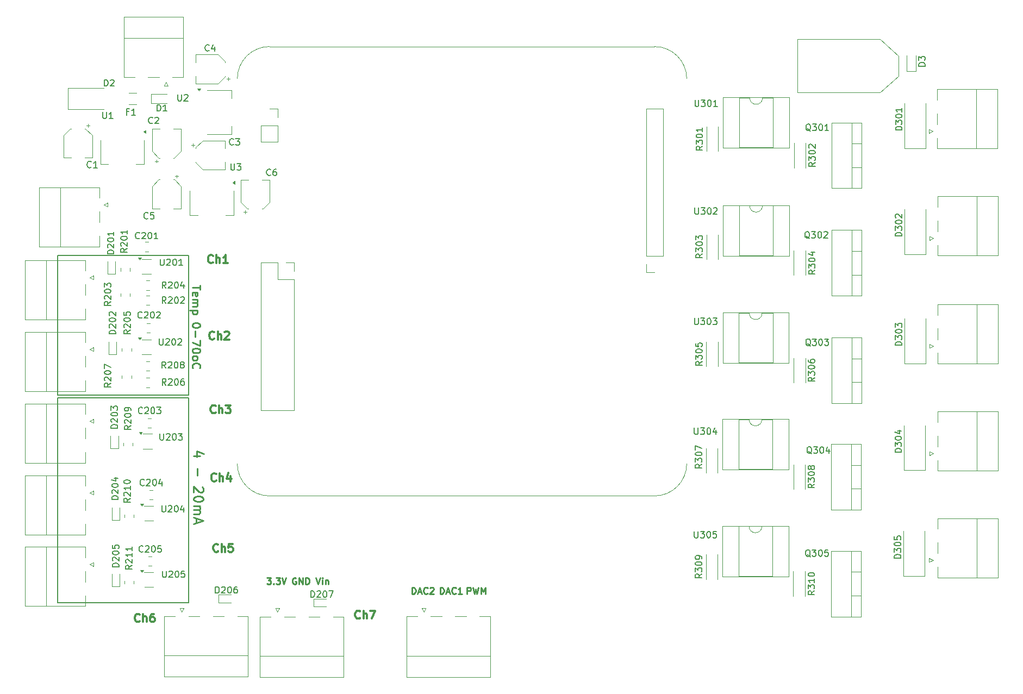
<source format=gbr>
%TF.GenerationSoftware,KiCad,Pcbnew,8.0.0-8.0.0-1~ubuntu20.04.1*%
%TF.CreationDate,2024-06-18T17:21:59-06:00*%
%TF.ProjectId,reactor,72656163-746f-4722-9e6b-696361645f70,rev?*%
%TF.SameCoordinates,Original*%
%TF.FileFunction,Legend,Top*%
%TF.FilePolarity,Positive*%
%FSLAX46Y46*%
G04 Gerber Fmt 4.6, Leading zero omitted, Abs format (unit mm)*
G04 Created by KiCad (PCBNEW 8.0.0-8.0.0-1~ubuntu20.04.1) date 2024-06-18 17:21:59*
%MOMM*%
%LPD*%
G01*
G04 APERTURE LIST*
%ADD10C,0.100000*%
%ADD11C,0.200000*%
%ADD12C,0.250000*%
%ADD13C,0.300000*%
%ADD14C,0.150000*%
%ADD15C,0.120000*%
G04 APERTURE END LIST*
D10*
X134000000Y-103000000D02*
G75*
G02*
X129000000Y-98000000I0J5000000D01*
G01*
D11*
X101000000Y-87700000D02*
X121400000Y-87700000D01*
X121400000Y-119660000D01*
X101000000Y-119660000D01*
X101000000Y-87700000D01*
D10*
X194000000Y-33000000D02*
X134000000Y-33000000D01*
X134000000Y-103000000D02*
X194000000Y-103000000D01*
X194000000Y-33000000D02*
G75*
G02*
X199000000Y-38000000I0J-5000000D01*
G01*
X199000000Y-98000000D02*
G75*
G02*
X194000000Y-103000000I-5000000J0D01*
G01*
D11*
X101000000Y-65500000D02*
X121400000Y-65500000D01*
X121400000Y-87300000D01*
X101000000Y-87300000D01*
X101000000Y-65500000D01*
D10*
X129000000Y-38000000D02*
G75*
G02*
X134000000Y-33000000I5000000J0D01*
G01*
D12*
X138126377Y-115812238D02*
X138031139Y-115764619D01*
X138031139Y-115764619D02*
X137888282Y-115764619D01*
X137888282Y-115764619D02*
X137745425Y-115812238D01*
X137745425Y-115812238D02*
X137650187Y-115907476D01*
X137650187Y-115907476D02*
X137602568Y-116002714D01*
X137602568Y-116002714D02*
X137554949Y-116193190D01*
X137554949Y-116193190D02*
X137554949Y-116336047D01*
X137554949Y-116336047D02*
X137602568Y-116526523D01*
X137602568Y-116526523D02*
X137650187Y-116621761D01*
X137650187Y-116621761D02*
X137745425Y-116717000D01*
X137745425Y-116717000D02*
X137888282Y-116764619D01*
X137888282Y-116764619D02*
X137983520Y-116764619D01*
X137983520Y-116764619D02*
X138126377Y-116717000D01*
X138126377Y-116717000D02*
X138173996Y-116669380D01*
X138173996Y-116669380D02*
X138173996Y-116336047D01*
X138173996Y-116336047D02*
X137983520Y-116336047D01*
X138602568Y-116764619D02*
X138602568Y-115764619D01*
X138602568Y-115764619D02*
X139173996Y-116764619D01*
X139173996Y-116764619D02*
X139173996Y-115764619D01*
X139650187Y-116764619D02*
X139650187Y-115764619D01*
X139650187Y-115764619D02*
X139888282Y-115764619D01*
X139888282Y-115764619D02*
X140031139Y-115812238D01*
X140031139Y-115812238D02*
X140126377Y-115907476D01*
X140126377Y-115907476D02*
X140173996Y-116002714D01*
X140173996Y-116002714D02*
X140221615Y-116193190D01*
X140221615Y-116193190D02*
X140221615Y-116336047D01*
X140221615Y-116336047D02*
X140173996Y-116526523D01*
X140173996Y-116526523D02*
X140126377Y-116621761D01*
X140126377Y-116621761D02*
X140031139Y-116717000D01*
X140031139Y-116717000D02*
X139888282Y-116764619D01*
X139888282Y-116764619D02*
X139650187Y-116764619D01*
X160602568Y-118264619D02*
X160602568Y-117264619D01*
X160602568Y-117264619D02*
X160840663Y-117264619D01*
X160840663Y-117264619D02*
X160983520Y-117312238D01*
X160983520Y-117312238D02*
X161078758Y-117407476D01*
X161078758Y-117407476D02*
X161126377Y-117502714D01*
X161126377Y-117502714D02*
X161173996Y-117693190D01*
X161173996Y-117693190D02*
X161173996Y-117836047D01*
X161173996Y-117836047D02*
X161126377Y-118026523D01*
X161126377Y-118026523D02*
X161078758Y-118121761D01*
X161078758Y-118121761D02*
X160983520Y-118217000D01*
X160983520Y-118217000D02*
X160840663Y-118264619D01*
X160840663Y-118264619D02*
X160602568Y-118264619D01*
X161554949Y-117978904D02*
X162031139Y-117978904D01*
X161459711Y-118264619D02*
X161793044Y-117264619D01*
X161793044Y-117264619D02*
X162126377Y-118264619D01*
X163031139Y-118169380D02*
X162983520Y-118217000D01*
X162983520Y-118217000D02*
X162840663Y-118264619D01*
X162840663Y-118264619D02*
X162745425Y-118264619D01*
X162745425Y-118264619D02*
X162602568Y-118217000D01*
X162602568Y-118217000D02*
X162507330Y-118121761D01*
X162507330Y-118121761D02*
X162459711Y-118026523D01*
X162459711Y-118026523D02*
X162412092Y-117836047D01*
X162412092Y-117836047D02*
X162412092Y-117693190D01*
X162412092Y-117693190D02*
X162459711Y-117502714D01*
X162459711Y-117502714D02*
X162507330Y-117407476D01*
X162507330Y-117407476D02*
X162602568Y-117312238D01*
X162602568Y-117312238D02*
X162745425Y-117264619D01*
X162745425Y-117264619D02*
X162840663Y-117264619D01*
X162840663Y-117264619D02*
X162983520Y-117312238D01*
X162983520Y-117312238D02*
X163031139Y-117359857D01*
X163983520Y-118264619D02*
X163412092Y-118264619D01*
X163697806Y-118264619D02*
X163697806Y-117264619D01*
X163697806Y-117264619D02*
X163602568Y-117407476D01*
X163602568Y-117407476D02*
X163507330Y-117502714D01*
X163507330Y-117502714D02*
X163412092Y-117550333D01*
D13*
X113809272Y-122512376D02*
X113749748Y-122571900D01*
X113749748Y-122571900D02*
X113571177Y-122631423D01*
X113571177Y-122631423D02*
X113452129Y-122631423D01*
X113452129Y-122631423D02*
X113273558Y-122571900D01*
X113273558Y-122571900D02*
X113154510Y-122452852D01*
X113154510Y-122452852D02*
X113094987Y-122333804D01*
X113094987Y-122333804D02*
X113035463Y-122095709D01*
X113035463Y-122095709D02*
X113035463Y-121917138D01*
X113035463Y-121917138D02*
X113094987Y-121679042D01*
X113094987Y-121679042D02*
X113154510Y-121559995D01*
X113154510Y-121559995D02*
X113273558Y-121440947D01*
X113273558Y-121440947D02*
X113452129Y-121381423D01*
X113452129Y-121381423D02*
X113571177Y-121381423D01*
X113571177Y-121381423D02*
X113749748Y-121440947D01*
X113749748Y-121440947D02*
X113809272Y-121500471D01*
X114344987Y-122631423D02*
X114344987Y-121381423D01*
X114880701Y-122631423D02*
X114880701Y-121976661D01*
X114880701Y-121976661D02*
X114821177Y-121857614D01*
X114821177Y-121857614D02*
X114702129Y-121798090D01*
X114702129Y-121798090D02*
X114523558Y-121798090D01*
X114523558Y-121798090D02*
X114404510Y-121857614D01*
X114404510Y-121857614D02*
X114344987Y-121917138D01*
X116011653Y-121381423D02*
X115773558Y-121381423D01*
X115773558Y-121381423D02*
X115654510Y-121440947D01*
X115654510Y-121440947D02*
X115594986Y-121500471D01*
X115594986Y-121500471D02*
X115475939Y-121679042D01*
X115475939Y-121679042D02*
X115416415Y-121917138D01*
X115416415Y-121917138D02*
X115416415Y-122393328D01*
X115416415Y-122393328D02*
X115475939Y-122512376D01*
X115475939Y-122512376D02*
X115535462Y-122571900D01*
X115535462Y-122571900D02*
X115654510Y-122631423D01*
X115654510Y-122631423D02*
X115892605Y-122631423D01*
X115892605Y-122631423D02*
X116011653Y-122571900D01*
X116011653Y-122571900D02*
X116071177Y-122512376D01*
X116071177Y-122512376D02*
X116130700Y-122393328D01*
X116130700Y-122393328D02*
X116130700Y-122095709D01*
X116130700Y-122095709D02*
X116071177Y-121976661D01*
X116071177Y-121976661D02*
X116011653Y-121917138D01*
X116011653Y-121917138D02*
X115892605Y-121857614D01*
X115892605Y-121857614D02*
X115654510Y-121857614D01*
X115654510Y-121857614D02*
X115535462Y-121917138D01*
X115535462Y-121917138D02*
X115475939Y-121976661D01*
X115475939Y-121976661D02*
X115416415Y-122095709D01*
X125409272Y-78512376D02*
X125349748Y-78571900D01*
X125349748Y-78571900D02*
X125171177Y-78631423D01*
X125171177Y-78631423D02*
X125052129Y-78631423D01*
X125052129Y-78631423D02*
X124873558Y-78571900D01*
X124873558Y-78571900D02*
X124754510Y-78452852D01*
X124754510Y-78452852D02*
X124694987Y-78333804D01*
X124694987Y-78333804D02*
X124635463Y-78095709D01*
X124635463Y-78095709D02*
X124635463Y-77917138D01*
X124635463Y-77917138D02*
X124694987Y-77679042D01*
X124694987Y-77679042D02*
X124754510Y-77559995D01*
X124754510Y-77559995D02*
X124873558Y-77440947D01*
X124873558Y-77440947D02*
X125052129Y-77381423D01*
X125052129Y-77381423D02*
X125171177Y-77381423D01*
X125171177Y-77381423D02*
X125349748Y-77440947D01*
X125349748Y-77440947D02*
X125409272Y-77500471D01*
X125944987Y-78631423D02*
X125944987Y-77381423D01*
X126480701Y-78631423D02*
X126480701Y-77976661D01*
X126480701Y-77976661D02*
X126421177Y-77857614D01*
X126421177Y-77857614D02*
X126302129Y-77798090D01*
X126302129Y-77798090D02*
X126123558Y-77798090D01*
X126123558Y-77798090D02*
X126004510Y-77857614D01*
X126004510Y-77857614D02*
X125944987Y-77917138D01*
X127016415Y-77500471D02*
X127075939Y-77440947D01*
X127075939Y-77440947D02*
X127194986Y-77381423D01*
X127194986Y-77381423D02*
X127492605Y-77381423D01*
X127492605Y-77381423D02*
X127611653Y-77440947D01*
X127611653Y-77440947D02*
X127671177Y-77500471D01*
X127671177Y-77500471D02*
X127730700Y-77619519D01*
X127730700Y-77619519D02*
X127730700Y-77738566D01*
X127730700Y-77738566D02*
X127671177Y-77917138D01*
X127671177Y-77917138D02*
X126956891Y-78631423D01*
X126956891Y-78631423D02*
X127730700Y-78631423D01*
X148109272Y-122012376D02*
X148049748Y-122071900D01*
X148049748Y-122071900D02*
X147871177Y-122131423D01*
X147871177Y-122131423D02*
X147752129Y-122131423D01*
X147752129Y-122131423D02*
X147573558Y-122071900D01*
X147573558Y-122071900D02*
X147454510Y-121952852D01*
X147454510Y-121952852D02*
X147394987Y-121833804D01*
X147394987Y-121833804D02*
X147335463Y-121595709D01*
X147335463Y-121595709D02*
X147335463Y-121417138D01*
X147335463Y-121417138D02*
X147394987Y-121179042D01*
X147394987Y-121179042D02*
X147454510Y-121059995D01*
X147454510Y-121059995D02*
X147573558Y-120940947D01*
X147573558Y-120940947D02*
X147752129Y-120881423D01*
X147752129Y-120881423D02*
X147871177Y-120881423D01*
X147871177Y-120881423D02*
X148049748Y-120940947D01*
X148049748Y-120940947D02*
X148109272Y-121000471D01*
X148644987Y-122131423D02*
X148644987Y-120881423D01*
X149180701Y-122131423D02*
X149180701Y-121476661D01*
X149180701Y-121476661D02*
X149121177Y-121357614D01*
X149121177Y-121357614D02*
X149002129Y-121298090D01*
X149002129Y-121298090D02*
X148823558Y-121298090D01*
X148823558Y-121298090D02*
X148704510Y-121357614D01*
X148704510Y-121357614D02*
X148644987Y-121417138D01*
X149656891Y-120881423D02*
X150490224Y-120881423D01*
X150490224Y-120881423D02*
X149954510Y-122131423D01*
D12*
X133607330Y-115764619D02*
X134226377Y-115764619D01*
X134226377Y-115764619D02*
X133893044Y-116145571D01*
X133893044Y-116145571D02*
X134035901Y-116145571D01*
X134035901Y-116145571D02*
X134131139Y-116193190D01*
X134131139Y-116193190D02*
X134178758Y-116240809D01*
X134178758Y-116240809D02*
X134226377Y-116336047D01*
X134226377Y-116336047D02*
X134226377Y-116574142D01*
X134226377Y-116574142D02*
X134178758Y-116669380D01*
X134178758Y-116669380D02*
X134131139Y-116717000D01*
X134131139Y-116717000D02*
X134035901Y-116764619D01*
X134035901Y-116764619D02*
X133750187Y-116764619D01*
X133750187Y-116764619D02*
X133654949Y-116717000D01*
X133654949Y-116717000D02*
X133607330Y-116669380D01*
X134654949Y-116669380D02*
X134702568Y-116717000D01*
X134702568Y-116717000D02*
X134654949Y-116764619D01*
X134654949Y-116764619D02*
X134607330Y-116717000D01*
X134607330Y-116717000D02*
X134654949Y-116669380D01*
X134654949Y-116669380D02*
X134654949Y-116764619D01*
X135035901Y-115764619D02*
X135654948Y-115764619D01*
X135654948Y-115764619D02*
X135321615Y-116145571D01*
X135321615Y-116145571D02*
X135464472Y-116145571D01*
X135464472Y-116145571D02*
X135559710Y-116193190D01*
X135559710Y-116193190D02*
X135607329Y-116240809D01*
X135607329Y-116240809D02*
X135654948Y-116336047D01*
X135654948Y-116336047D02*
X135654948Y-116574142D01*
X135654948Y-116574142D02*
X135607329Y-116669380D01*
X135607329Y-116669380D02*
X135559710Y-116717000D01*
X135559710Y-116717000D02*
X135464472Y-116764619D01*
X135464472Y-116764619D02*
X135178758Y-116764619D01*
X135178758Y-116764619D02*
X135083520Y-116717000D01*
X135083520Y-116717000D02*
X135035901Y-116669380D01*
X135940663Y-115764619D02*
X136273996Y-116764619D01*
X136273996Y-116764619D02*
X136607329Y-115764619D01*
D13*
X125209272Y-66612376D02*
X125149748Y-66671900D01*
X125149748Y-66671900D02*
X124971177Y-66731423D01*
X124971177Y-66731423D02*
X124852129Y-66731423D01*
X124852129Y-66731423D02*
X124673558Y-66671900D01*
X124673558Y-66671900D02*
X124554510Y-66552852D01*
X124554510Y-66552852D02*
X124494987Y-66433804D01*
X124494987Y-66433804D02*
X124435463Y-66195709D01*
X124435463Y-66195709D02*
X124435463Y-66017138D01*
X124435463Y-66017138D02*
X124494987Y-65779042D01*
X124494987Y-65779042D02*
X124554510Y-65659995D01*
X124554510Y-65659995D02*
X124673558Y-65540947D01*
X124673558Y-65540947D02*
X124852129Y-65481423D01*
X124852129Y-65481423D02*
X124971177Y-65481423D01*
X124971177Y-65481423D02*
X125149748Y-65540947D01*
X125149748Y-65540947D02*
X125209272Y-65600471D01*
X125744987Y-66731423D02*
X125744987Y-65481423D01*
X126280701Y-66731423D02*
X126280701Y-66076661D01*
X126280701Y-66076661D02*
X126221177Y-65957614D01*
X126221177Y-65957614D02*
X126102129Y-65898090D01*
X126102129Y-65898090D02*
X125923558Y-65898090D01*
X125923558Y-65898090D02*
X125804510Y-65957614D01*
X125804510Y-65957614D02*
X125744987Y-66017138D01*
X127530700Y-66731423D02*
X126816415Y-66731423D01*
X127173558Y-66731423D02*
X127173558Y-65481423D01*
X127173558Y-65481423D02*
X127054510Y-65659995D01*
X127054510Y-65659995D02*
X126935462Y-65779042D01*
X126935462Y-65779042D02*
X126816415Y-65838566D01*
D12*
X123215976Y-70183520D02*
X123215976Y-70897806D01*
X121965976Y-70540663D02*
X123215976Y-70540663D01*
X122025500Y-71790663D02*
X121965976Y-71671615D01*
X121965976Y-71671615D02*
X121965976Y-71433520D01*
X121965976Y-71433520D02*
X122025500Y-71314473D01*
X122025500Y-71314473D02*
X122144547Y-71254949D01*
X122144547Y-71254949D02*
X122620738Y-71254949D01*
X122620738Y-71254949D02*
X122739785Y-71314473D01*
X122739785Y-71314473D02*
X122799309Y-71433520D01*
X122799309Y-71433520D02*
X122799309Y-71671615D01*
X122799309Y-71671615D02*
X122739785Y-71790663D01*
X122739785Y-71790663D02*
X122620738Y-71850187D01*
X122620738Y-71850187D02*
X122501690Y-71850187D01*
X122501690Y-71850187D02*
X122382642Y-71254949D01*
X121965976Y-72385902D02*
X122799309Y-72385902D01*
X122680261Y-72385902D02*
X122739785Y-72445425D01*
X122739785Y-72445425D02*
X122799309Y-72564473D01*
X122799309Y-72564473D02*
X122799309Y-72743044D01*
X122799309Y-72743044D02*
X122739785Y-72862092D01*
X122739785Y-72862092D02*
X122620738Y-72921616D01*
X122620738Y-72921616D02*
X121965976Y-72921616D01*
X122620738Y-72921616D02*
X122739785Y-72981140D01*
X122739785Y-72981140D02*
X122799309Y-73100187D01*
X122799309Y-73100187D02*
X122799309Y-73278759D01*
X122799309Y-73278759D02*
X122739785Y-73397806D01*
X122739785Y-73397806D02*
X122620738Y-73457330D01*
X122620738Y-73457330D02*
X121965976Y-73457330D01*
X122799309Y-74052569D02*
X121549309Y-74052569D01*
X122739785Y-74052569D02*
X122799309Y-74171616D01*
X122799309Y-74171616D02*
X122799309Y-74409711D01*
X122799309Y-74409711D02*
X122739785Y-74528759D01*
X122739785Y-74528759D02*
X122680261Y-74588283D01*
X122680261Y-74588283D02*
X122561214Y-74647807D01*
X122561214Y-74647807D02*
X122204071Y-74647807D01*
X122204071Y-74647807D02*
X122085023Y-74588283D01*
X122085023Y-74588283D02*
X122025500Y-74528759D01*
X122025500Y-74528759D02*
X121965976Y-74409711D01*
X121965976Y-74409711D02*
X121965976Y-74171616D01*
X121965976Y-74171616D02*
X122025500Y-74052569D01*
X123215976Y-76373997D02*
X123215976Y-76493044D01*
X123215976Y-76493044D02*
X123156452Y-76612092D01*
X123156452Y-76612092D02*
X123096928Y-76671616D01*
X123096928Y-76671616D02*
X122977880Y-76731140D01*
X122977880Y-76731140D02*
X122739785Y-76790663D01*
X122739785Y-76790663D02*
X122442166Y-76790663D01*
X122442166Y-76790663D02*
X122204071Y-76731140D01*
X122204071Y-76731140D02*
X122085023Y-76671616D01*
X122085023Y-76671616D02*
X122025500Y-76612092D01*
X122025500Y-76612092D02*
X121965976Y-76493044D01*
X121965976Y-76493044D02*
X121965976Y-76373997D01*
X121965976Y-76373997D02*
X122025500Y-76254949D01*
X122025500Y-76254949D02*
X122085023Y-76195425D01*
X122085023Y-76195425D02*
X122204071Y-76135902D01*
X122204071Y-76135902D02*
X122442166Y-76076378D01*
X122442166Y-76076378D02*
X122739785Y-76076378D01*
X122739785Y-76076378D02*
X122977880Y-76135902D01*
X122977880Y-76135902D02*
X123096928Y-76195425D01*
X123096928Y-76195425D02*
X123156452Y-76254949D01*
X123156452Y-76254949D02*
X123215976Y-76373997D01*
X122442166Y-77326378D02*
X122442166Y-78278759D01*
X123215976Y-78754949D02*
X123215976Y-79588282D01*
X123215976Y-79588282D02*
X121965976Y-79052568D01*
X123215976Y-80302568D02*
X123215976Y-80421615D01*
X123215976Y-80421615D02*
X123156452Y-80540663D01*
X123156452Y-80540663D02*
X123096928Y-80600187D01*
X123096928Y-80600187D02*
X122977880Y-80659711D01*
X122977880Y-80659711D02*
X122739785Y-80719234D01*
X122739785Y-80719234D02*
X122442166Y-80719234D01*
X122442166Y-80719234D02*
X122204071Y-80659711D01*
X122204071Y-80659711D02*
X122085023Y-80600187D01*
X122085023Y-80600187D02*
X122025500Y-80540663D01*
X122025500Y-80540663D02*
X121965976Y-80421615D01*
X121965976Y-80421615D02*
X121965976Y-80302568D01*
X121965976Y-80302568D02*
X122025500Y-80183520D01*
X122025500Y-80183520D02*
X122085023Y-80123996D01*
X122085023Y-80123996D02*
X122204071Y-80064473D01*
X122204071Y-80064473D02*
X122442166Y-80004949D01*
X122442166Y-80004949D02*
X122739785Y-80004949D01*
X122739785Y-80004949D02*
X122977880Y-80064473D01*
X122977880Y-80064473D02*
X123096928Y-80123996D01*
X123096928Y-80123996D02*
X123156452Y-80183520D01*
X123156452Y-80183520D02*
X123215976Y-80302568D01*
X121965976Y-81433520D02*
X122025500Y-81314472D01*
X122025500Y-81314472D02*
X122085023Y-81254949D01*
X122085023Y-81254949D02*
X122204071Y-81195425D01*
X122204071Y-81195425D02*
X122561214Y-81195425D01*
X122561214Y-81195425D02*
X122680261Y-81254949D01*
X122680261Y-81254949D02*
X122739785Y-81314472D01*
X122739785Y-81314472D02*
X122799309Y-81433520D01*
X122799309Y-81433520D02*
X122799309Y-81612091D01*
X122799309Y-81612091D02*
X122739785Y-81731139D01*
X122739785Y-81731139D02*
X122680261Y-81790663D01*
X122680261Y-81790663D02*
X122561214Y-81850187D01*
X122561214Y-81850187D02*
X122204071Y-81850187D01*
X122204071Y-81850187D02*
X122085023Y-81790663D01*
X122085023Y-81790663D02*
X122025500Y-81731139D01*
X122025500Y-81731139D02*
X121965976Y-81612091D01*
X121965976Y-81612091D02*
X121965976Y-81433520D01*
X122085023Y-83100186D02*
X122025500Y-83040662D01*
X122025500Y-83040662D02*
X121965976Y-82862091D01*
X121965976Y-82862091D02*
X121965976Y-82743043D01*
X121965976Y-82743043D02*
X122025500Y-82564472D01*
X122025500Y-82564472D02*
X122144547Y-82445424D01*
X122144547Y-82445424D02*
X122263595Y-82385901D01*
X122263595Y-82385901D02*
X122501690Y-82326377D01*
X122501690Y-82326377D02*
X122680261Y-82326377D01*
X122680261Y-82326377D02*
X122918357Y-82385901D01*
X122918357Y-82385901D02*
X123037404Y-82445424D01*
X123037404Y-82445424D02*
X123156452Y-82564472D01*
X123156452Y-82564472D02*
X123215976Y-82743043D01*
X123215976Y-82743043D02*
X123215976Y-82862091D01*
X123215976Y-82862091D02*
X123156452Y-83040662D01*
X123156452Y-83040662D02*
X123096928Y-83100186D01*
X156202568Y-118264619D02*
X156202568Y-117264619D01*
X156202568Y-117264619D02*
X156440663Y-117264619D01*
X156440663Y-117264619D02*
X156583520Y-117312238D01*
X156583520Y-117312238D02*
X156678758Y-117407476D01*
X156678758Y-117407476D02*
X156726377Y-117502714D01*
X156726377Y-117502714D02*
X156773996Y-117693190D01*
X156773996Y-117693190D02*
X156773996Y-117836047D01*
X156773996Y-117836047D02*
X156726377Y-118026523D01*
X156726377Y-118026523D02*
X156678758Y-118121761D01*
X156678758Y-118121761D02*
X156583520Y-118217000D01*
X156583520Y-118217000D02*
X156440663Y-118264619D01*
X156440663Y-118264619D02*
X156202568Y-118264619D01*
X157154949Y-117978904D02*
X157631139Y-117978904D01*
X157059711Y-118264619D02*
X157393044Y-117264619D01*
X157393044Y-117264619D02*
X157726377Y-118264619D01*
X158631139Y-118169380D02*
X158583520Y-118217000D01*
X158583520Y-118217000D02*
X158440663Y-118264619D01*
X158440663Y-118264619D02*
X158345425Y-118264619D01*
X158345425Y-118264619D02*
X158202568Y-118217000D01*
X158202568Y-118217000D02*
X158107330Y-118121761D01*
X158107330Y-118121761D02*
X158059711Y-118026523D01*
X158059711Y-118026523D02*
X158012092Y-117836047D01*
X158012092Y-117836047D02*
X158012092Y-117693190D01*
X158012092Y-117693190D02*
X158059711Y-117502714D01*
X158059711Y-117502714D02*
X158107330Y-117407476D01*
X158107330Y-117407476D02*
X158202568Y-117312238D01*
X158202568Y-117312238D02*
X158345425Y-117264619D01*
X158345425Y-117264619D02*
X158440663Y-117264619D01*
X158440663Y-117264619D02*
X158583520Y-117312238D01*
X158583520Y-117312238D02*
X158631139Y-117359857D01*
X159012092Y-117359857D02*
X159059711Y-117312238D01*
X159059711Y-117312238D02*
X159154949Y-117264619D01*
X159154949Y-117264619D02*
X159393044Y-117264619D01*
X159393044Y-117264619D02*
X159488282Y-117312238D01*
X159488282Y-117312238D02*
X159535901Y-117359857D01*
X159535901Y-117359857D02*
X159583520Y-117455095D01*
X159583520Y-117455095D02*
X159583520Y-117550333D01*
X159583520Y-117550333D02*
X159535901Y-117693190D01*
X159535901Y-117693190D02*
X158964473Y-118264619D01*
X158964473Y-118264619D02*
X159583520Y-118264619D01*
D13*
X125709272Y-100612376D02*
X125649748Y-100671900D01*
X125649748Y-100671900D02*
X125471177Y-100731423D01*
X125471177Y-100731423D02*
X125352129Y-100731423D01*
X125352129Y-100731423D02*
X125173558Y-100671900D01*
X125173558Y-100671900D02*
X125054510Y-100552852D01*
X125054510Y-100552852D02*
X124994987Y-100433804D01*
X124994987Y-100433804D02*
X124935463Y-100195709D01*
X124935463Y-100195709D02*
X124935463Y-100017138D01*
X124935463Y-100017138D02*
X124994987Y-99779042D01*
X124994987Y-99779042D02*
X125054510Y-99659995D01*
X125054510Y-99659995D02*
X125173558Y-99540947D01*
X125173558Y-99540947D02*
X125352129Y-99481423D01*
X125352129Y-99481423D02*
X125471177Y-99481423D01*
X125471177Y-99481423D02*
X125649748Y-99540947D01*
X125649748Y-99540947D02*
X125709272Y-99600471D01*
X126244987Y-100731423D02*
X126244987Y-99481423D01*
X126780701Y-100731423D02*
X126780701Y-100076661D01*
X126780701Y-100076661D02*
X126721177Y-99957614D01*
X126721177Y-99957614D02*
X126602129Y-99898090D01*
X126602129Y-99898090D02*
X126423558Y-99898090D01*
X126423558Y-99898090D02*
X126304510Y-99957614D01*
X126304510Y-99957614D02*
X126244987Y-100017138D01*
X127911653Y-99898090D02*
X127911653Y-100731423D01*
X127614034Y-99421900D02*
X127316415Y-100314757D01*
X127316415Y-100314757D02*
X128090224Y-100314757D01*
D12*
X164802568Y-118264619D02*
X164802568Y-117264619D01*
X164802568Y-117264619D02*
X165183520Y-117264619D01*
X165183520Y-117264619D02*
X165278758Y-117312238D01*
X165278758Y-117312238D02*
X165326377Y-117359857D01*
X165326377Y-117359857D02*
X165373996Y-117455095D01*
X165373996Y-117455095D02*
X165373996Y-117597952D01*
X165373996Y-117597952D02*
X165326377Y-117693190D01*
X165326377Y-117693190D02*
X165278758Y-117740809D01*
X165278758Y-117740809D02*
X165183520Y-117788428D01*
X165183520Y-117788428D02*
X164802568Y-117788428D01*
X165707330Y-117264619D02*
X165945425Y-118264619D01*
X165945425Y-118264619D02*
X166135901Y-117550333D01*
X166135901Y-117550333D02*
X166326377Y-118264619D01*
X166326377Y-118264619D02*
X166564473Y-117264619D01*
X166945425Y-118264619D02*
X166945425Y-117264619D01*
X166945425Y-117264619D02*
X167278758Y-117978904D01*
X167278758Y-117978904D02*
X167612091Y-117264619D01*
X167612091Y-117264619D02*
X167612091Y-118264619D01*
D13*
X126009272Y-111612376D02*
X125949748Y-111671900D01*
X125949748Y-111671900D02*
X125771177Y-111731423D01*
X125771177Y-111731423D02*
X125652129Y-111731423D01*
X125652129Y-111731423D02*
X125473558Y-111671900D01*
X125473558Y-111671900D02*
X125354510Y-111552852D01*
X125354510Y-111552852D02*
X125294987Y-111433804D01*
X125294987Y-111433804D02*
X125235463Y-111195709D01*
X125235463Y-111195709D02*
X125235463Y-111017138D01*
X125235463Y-111017138D02*
X125294987Y-110779042D01*
X125294987Y-110779042D02*
X125354510Y-110659995D01*
X125354510Y-110659995D02*
X125473558Y-110540947D01*
X125473558Y-110540947D02*
X125652129Y-110481423D01*
X125652129Y-110481423D02*
X125771177Y-110481423D01*
X125771177Y-110481423D02*
X125949748Y-110540947D01*
X125949748Y-110540947D02*
X126009272Y-110600471D01*
X126544987Y-111731423D02*
X126544987Y-110481423D01*
X127080701Y-111731423D02*
X127080701Y-111076661D01*
X127080701Y-111076661D02*
X127021177Y-110957614D01*
X127021177Y-110957614D02*
X126902129Y-110898090D01*
X126902129Y-110898090D02*
X126723558Y-110898090D01*
X126723558Y-110898090D02*
X126604510Y-110957614D01*
X126604510Y-110957614D02*
X126544987Y-111017138D01*
X128271177Y-110481423D02*
X127675939Y-110481423D01*
X127675939Y-110481423D02*
X127616415Y-111076661D01*
X127616415Y-111076661D02*
X127675939Y-111017138D01*
X127675939Y-111017138D02*
X127794986Y-110957614D01*
X127794986Y-110957614D02*
X128092605Y-110957614D01*
X128092605Y-110957614D02*
X128211653Y-111017138D01*
X128211653Y-111017138D02*
X128271177Y-111076661D01*
X128271177Y-111076661D02*
X128330700Y-111195709D01*
X128330700Y-111195709D02*
X128330700Y-111493328D01*
X128330700Y-111493328D02*
X128271177Y-111612376D01*
X128271177Y-111612376D02*
X128211653Y-111671900D01*
X128211653Y-111671900D02*
X128092605Y-111731423D01*
X128092605Y-111731423D02*
X127794986Y-111731423D01*
X127794986Y-111731423D02*
X127675939Y-111671900D01*
X127675939Y-111671900D02*
X127616415Y-111612376D01*
D12*
X123196571Y-96764473D02*
X122196571Y-96764473D01*
X123768000Y-96407330D02*
X122696571Y-96050187D01*
X122696571Y-96050187D02*
X122696571Y-96978758D01*
X122768000Y-98693043D02*
X122768000Y-99835901D01*
X123553714Y-101621615D02*
X123625142Y-101693043D01*
X123625142Y-101693043D02*
X123696571Y-101835901D01*
X123696571Y-101835901D02*
X123696571Y-102193043D01*
X123696571Y-102193043D02*
X123625142Y-102335901D01*
X123625142Y-102335901D02*
X123553714Y-102407329D01*
X123553714Y-102407329D02*
X123410857Y-102478758D01*
X123410857Y-102478758D02*
X123268000Y-102478758D01*
X123268000Y-102478758D02*
X123053714Y-102407329D01*
X123053714Y-102407329D02*
X122196571Y-101550186D01*
X122196571Y-101550186D02*
X122196571Y-102478758D01*
X123696571Y-103407329D02*
X123696571Y-103550186D01*
X123696571Y-103550186D02*
X123625142Y-103693043D01*
X123625142Y-103693043D02*
X123553714Y-103764472D01*
X123553714Y-103764472D02*
X123410857Y-103835900D01*
X123410857Y-103835900D02*
X123125142Y-103907329D01*
X123125142Y-103907329D02*
X122768000Y-103907329D01*
X122768000Y-103907329D02*
X122482285Y-103835900D01*
X122482285Y-103835900D02*
X122339428Y-103764472D01*
X122339428Y-103764472D02*
X122268000Y-103693043D01*
X122268000Y-103693043D02*
X122196571Y-103550186D01*
X122196571Y-103550186D02*
X122196571Y-103407329D01*
X122196571Y-103407329D02*
X122268000Y-103264472D01*
X122268000Y-103264472D02*
X122339428Y-103193043D01*
X122339428Y-103193043D02*
X122482285Y-103121614D01*
X122482285Y-103121614D02*
X122768000Y-103050186D01*
X122768000Y-103050186D02*
X123125142Y-103050186D01*
X123125142Y-103050186D02*
X123410857Y-103121614D01*
X123410857Y-103121614D02*
X123553714Y-103193043D01*
X123553714Y-103193043D02*
X123625142Y-103264472D01*
X123625142Y-103264472D02*
X123696571Y-103407329D01*
X122196571Y-104550185D02*
X123196571Y-104550185D01*
X123053714Y-104550185D02*
X123125142Y-104621614D01*
X123125142Y-104621614D02*
X123196571Y-104764471D01*
X123196571Y-104764471D02*
X123196571Y-104978757D01*
X123196571Y-104978757D02*
X123125142Y-105121614D01*
X123125142Y-105121614D02*
X122982285Y-105193043D01*
X122982285Y-105193043D02*
X122196571Y-105193043D01*
X122982285Y-105193043D02*
X123125142Y-105264471D01*
X123125142Y-105264471D02*
X123196571Y-105407328D01*
X123196571Y-105407328D02*
X123196571Y-105621614D01*
X123196571Y-105621614D02*
X123125142Y-105764471D01*
X123125142Y-105764471D02*
X122982285Y-105835900D01*
X122982285Y-105835900D02*
X122196571Y-105835900D01*
X122625142Y-106478757D02*
X122625142Y-107193043D01*
X122196571Y-106335900D02*
X123696571Y-106835900D01*
X123696571Y-106835900D02*
X122196571Y-107335900D01*
X141259711Y-115764619D02*
X141593044Y-116764619D01*
X141593044Y-116764619D02*
X141926377Y-115764619D01*
X142259711Y-116764619D02*
X142259711Y-116097952D01*
X142259711Y-115764619D02*
X142212092Y-115812238D01*
X142212092Y-115812238D02*
X142259711Y-115859857D01*
X142259711Y-115859857D02*
X142307330Y-115812238D01*
X142307330Y-115812238D02*
X142259711Y-115764619D01*
X142259711Y-115764619D02*
X142259711Y-115859857D01*
X142735901Y-116097952D02*
X142735901Y-116764619D01*
X142735901Y-116193190D02*
X142783520Y-116145571D01*
X142783520Y-116145571D02*
X142878758Y-116097952D01*
X142878758Y-116097952D02*
X143021615Y-116097952D01*
X143021615Y-116097952D02*
X143116853Y-116145571D01*
X143116853Y-116145571D02*
X143164472Y-116240809D01*
X143164472Y-116240809D02*
X143164472Y-116764619D01*
D13*
X125609272Y-90012376D02*
X125549748Y-90071900D01*
X125549748Y-90071900D02*
X125371177Y-90131423D01*
X125371177Y-90131423D02*
X125252129Y-90131423D01*
X125252129Y-90131423D02*
X125073558Y-90071900D01*
X125073558Y-90071900D02*
X124954510Y-89952852D01*
X124954510Y-89952852D02*
X124894987Y-89833804D01*
X124894987Y-89833804D02*
X124835463Y-89595709D01*
X124835463Y-89595709D02*
X124835463Y-89417138D01*
X124835463Y-89417138D02*
X124894987Y-89179042D01*
X124894987Y-89179042D02*
X124954510Y-89059995D01*
X124954510Y-89059995D02*
X125073558Y-88940947D01*
X125073558Y-88940947D02*
X125252129Y-88881423D01*
X125252129Y-88881423D02*
X125371177Y-88881423D01*
X125371177Y-88881423D02*
X125549748Y-88940947D01*
X125549748Y-88940947D02*
X125609272Y-89000471D01*
X126144987Y-90131423D02*
X126144987Y-88881423D01*
X126680701Y-90131423D02*
X126680701Y-89476661D01*
X126680701Y-89476661D02*
X126621177Y-89357614D01*
X126621177Y-89357614D02*
X126502129Y-89298090D01*
X126502129Y-89298090D02*
X126323558Y-89298090D01*
X126323558Y-89298090D02*
X126204510Y-89357614D01*
X126204510Y-89357614D02*
X126144987Y-89417138D01*
X127156891Y-88881423D02*
X127930700Y-88881423D01*
X127930700Y-88881423D02*
X127514034Y-89357614D01*
X127514034Y-89357614D02*
X127692605Y-89357614D01*
X127692605Y-89357614D02*
X127811653Y-89417138D01*
X127811653Y-89417138D02*
X127871177Y-89476661D01*
X127871177Y-89476661D02*
X127930700Y-89595709D01*
X127930700Y-89595709D02*
X127930700Y-89893328D01*
X127930700Y-89893328D02*
X127871177Y-90012376D01*
X127871177Y-90012376D02*
X127811653Y-90071900D01*
X127811653Y-90071900D02*
X127692605Y-90131423D01*
X127692605Y-90131423D02*
X127335462Y-90131423D01*
X127335462Y-90131423D02*
X127216415Y-90071900D01*
X127216415Y-90071900D02*
X127156891Y-90012376D01*
D14*
X232354819Y-112690475D02*
X231354819Y-112690475D01*
X231354819Y-112690475D02*
X231354819Y-112452380D01*
X231354819Y-112452380D02*
X231402438Y-112309523D01*
X231402438Y-112309523D02*
X231497676Y-112214285D01*
X231497676Y-112214285D02*
X231592914Y-112166666D01*
X231592914Y-112166666D02*
X231783390Y-112119047D01*
X231783390Y-112119047D02*
X231926247Y-112119047D01*
X231926247Y-112119047D02*
X232116723Y-112166666D01*
X232116723Y-112166666D02*
X232211961Y-112214285D01*
X232211961Y-112214285D02*
X232307200Y-112309523D01*
X232307200Y-112309523D02*
X232354819Y-112452380D01*
X232354819Y-112452380D02*
X232354819Y-112690475D01*
X231354819Y-111785713D02*
X231354819Y-111166666D01*
X231354819Y-111166666D02*
X231735771Y-111499999D01*
X231735771Y-111499999D02*
X231735771Y-111357142D01*
X231735771Y-111357142D02*
X231783390Y-111261904D01*
X231783390Y-111261904D02*
X231831009Y-111214285D01*
X231831009Y-111214285D02*
X231926247Y-111166666D01*
X231926247Y-111166666D02*
X232164342Y-111166666D01*
X232164342Y-111166666D02*
X232259580Y-111214285D01*
X232259580Y-111214285D02*
X232307200Y-111261904D01*
X232307200Y-111261904D02*
X232354819Y-111357142D01*
X232354819Y-111357142D02*
X232354819Y-111642856D01*
X232354819Y-111642856D02*
X232307200Y-111738094D01*
X232307200Y-111738094D02*
X232259580Y-111785713D01*
X231354819Y-110547618D02*
X231354819Y-110452380D01*
X231354819Y-110452380D02*
X231402438Y-110357142D01*
X231402438Y-110357142D02*
X231450057Y-110309523D01*
X231450057Y-110309523D02*
X231545295Y-110261904D01*
X231545295Y-110261904D02*
X231735771Y-110214285D01*
X231735771Y-110214285D02*
X231973866Y-110214285D01*
X231973866Y-110214285D02*
X232164342Y-110261904D01*
X232164342Y-110261904D02*
X232259580Y-110309523D01*
X232259580Y-110309523D02*
X232307200Y-110357142D01*
X232307200Y-110357142D02*
X232354819Y-110452380D01*
X232354819Y-110452380D02*
X232354819Y-110547618D01*
X232354819Y-110547618D02*
X232307200Y-110642856D01*
X232307200Y-110642856D02*
X232259580Y-110690475D01*
X232259580Y-110690475D02*
X232164342Y-110738094D01*
X232164342Y-110738094D02*
X231973866Y-110785713D01*
X231973866Y-110785713D02*
X231735771Y-110785713D01*
X231735771Y-110785713D02*
X231545295Y-110738094D01*
X231545295Y-110738094D02*
X231450057Y-110690475D01*
X231450057Y-110690475D02*
X231402438Y-110642856D01*
X231402438Y-110642856D02*
X231354819Y-110547618D01*
X231354819Y-109309523D02*
X231354819Y-109785713D01*
X231354819Y-109785713D02*
X231831009Y-109833332D01*
X231831009Y-109833332D02*
X231783390Y-109785713D01*
X231783390Y-109785713D02*
X231735771Y-109690475D01*
X231735771Y-109690475D02*
X231735771Y-109452380D01*
X231735771Y-109452380D02*
X231783390Y-109357142D01*
X231783390Y-109357142D02*
X231831009Y-109309523D01*
X231831009Y-109309523D02*
X231926247Y-109261904D01*
X231926247Y-109261904D02*
X232164342Y-109261904D01*
X232164342Y-109261904D02*
X232259580Y-109309523D01*
X232259580Y-109309523D02*
X232307200Y-109357142D01*
X232307200Y-109357142D02*
X232354819Y-109452380D01*
X232354819Y-109452380D02*
X232354819Y-109690475D01*
X232354819Y-109690475D02*
X232307200Y-109785713D01*
X232307200Y-109785713D02*
X232259580Y-109833332D01*
X232454819Y-96190475D02*
X231454819Y-96190475D01*
X231454819Y-96190475D02*
X231454819Y-95952380D01*
X231454819Y-95952380D02*
X231502438Y-95809523D01*
X231502438Y-95809523D02*
X231597676Y-95714285D01*
X231597676Y-95714285D02*
X231692914Y-95666666D01*
X231692914Y-95666666D02*
X231883390Y-95619047D01*
X231883390Y-95619047D02*
X232026247Y-95619047D01*
X232026247Y-95619047D02*
X232216723Y-95666666D01*
X232216723Y-95666666D02*
X232311961Y-95714285D01*
X232311961Y-95714285D02*
X232407200Y-95809523D01*
X232407200Y-95809523D02*
X232454819Y-95952380D01*
X232454819Y-95952380D02*
X232454819Y-96190475D01*
X231454819Y-95285713D02*
X231454819Y-94666666D01*
X231454819Y-94666666D02*
X231835771Y-94999999D01*
X231835771Y-94999999D02*
X231835771Y-94857142D01*
X231835771Y-94857142D02*
X231883390Y-94761904D01*
X231883390Y-94761904D02*
X231931009Y-94714285D01*
X231931009Y-94714285D02*
X232026247Y-94666666D01*
X232026247Y-94666666D02*
X232264342Y-94666666D01*
X232264342Y-94666666D02*
X232359580Y-94714285D01*
X232359580Y-94714285D02*
X232407200Y-94761904D01*
X232407200Y-94761904D02*
X232454819Y-94857142D01*
X232454819Y-94857142D02*
X232454819Y-95142856D01*
X232454819Y-95142856D02*
X232407200Y-95238094D01*
X232407200Y-95238094D02*
X232359580Y-95285713D01*
X231454819Y-94047618D02*
X231454819Y-93952380D01*
X231454819Y-93952380D02*
X231502438Y-93857142D01*
X231502438Y-93857142D02*
X231550057Y-93809523D01*
X231550057Y-93809523D02*
X231645295Y-93761904D01*
X231645295Y-93761904D02*
X231835771Y-93714285D01*
X231835771Y-93714285D02*
X232073866Y-93714285D01*
X232073866Y-93714285D02*
X232264342Y-93761904D01*
X232264342Y-93761904D02*
X232359580Y-93809523D01*
X232359580Y-93809523D02*
X232407200Y-93857142D01*
X232407200Y-93857142D02*
X232454819Y-93952380D01*
X232454819Y-93952380D02*
X232454819Y-94047618D01*
X232454819Y-94047618D02*
X232407200Y-94142856D01*
X232407200Y-94142856D02*
X232359580Y-94190475D01*
X232359580Y-94190475D02*
X232264342Y-94238094D01*
X232264342Y-94238094D02*
X232073866Y-94285713D01*
X232073866Y-94285713D02*
X231835771Y-94285713D01*
X231835771Y-94285713D02*
X231645295Y-94238094D01*
X231645295Y-94238094D02*
X231550057Y-94190475D01*
X231550057Y-94190475D02*
X231502438Y-94142856D01*
X231502438Y-94142856D02*
X231454819Y-94047618D01*
X231788152Y-92857142D02*
X232454819Y-92857142D01*
X231407200Y-93095237D02*
X232121485Y-93333332D01*
X232121485Y-93333332D02*
X232121485Y-92714285D01*
X232504819Y-79540475D02*
X231504819Y-79540475D01*
X231504819Y-79540475D02*
X231504819Y-79302380D01*
X231504819Y-79302380D02*
X231552438Y-79159523D01*
X231552438Y-79159523D02*
X231647676Y-79064285D01*
X231647676Y-79064285D02*
X231742914Y-79016666D01*
X231742914Y-79016666D02*
X231933390Y-78969047D01*
X231933390Y-78969047D02*
X232076247Y-78969047D01*
X232076247Y-78969047D02*
X232266723Y-79016666D01*
X232266723Y-79016666D02*
X232361961Y-79064285D01*
X232361961Y-79064285D02*
X232457200Y-79159523D01*
X232457200Y-79159523D02*
X232504819Y-79302380D01*
X232504819Y-79302380D02*
X232504819Y-79540475D01*
X231504819Y-78635713D02*
X231504819Y-78016666D01*
X231504819Y-78016666D02*
X231885771Y-78349999D01*
X231885771Y-78349999D02*
X231885771Y-78207142D01*
X231885771Y-78207142D02*
X231933390Y-78111904D01*
X231933390Y-78111904D02*
X231981009Y-78064285D01*
X231981009Y-78064285D02*
X232076247Y-78016666D01*
X232076247Y-78016666D02*
X232314342Y-78016666D01*
X232314342Y-78016666D02*
X232409580Y-78064285D01*
X232409580Y-78064285D02*
X232457200Y-78111904D01*
X232457200Y-78111904D02*
X232504819Y-78207142D01*
X232504819Y-78207142D02*
X232504819Y-78492856D01*
X232504819Y-78492856D02*
X232457200Y-78588094D01*
X232457200Y-78588094D02*
X232409580Y-78635713D01*
X231504819Y-77397618D02*
X231504819Y-77302380D01*
X231504819Y-77302380D02*
X231552438Y-77207142D01*
X231552438Y-77207142D02*
X231600057Y-77159523D01*
X231600057Y-77159523D02*
X231695295Y-77111904D01*
X231695295Y-77111904D02*
X231885771Y-77064285D01*
X231885771Y-77064285D02*
X232123866Y-77064285D01*
X232123866Y-77064285D02*
X232314342Y-77111904D01*
X232314342Y-77111904D02*
X232409580Y-77159523D01*
X232409580Y-77159523D02*
X232457200Y-77207142D01*
X232457200Y-77207142D02*
X232504819Y-77302380D01*
X232504819Y-77302380D02*
X232504819Y-77397618D01*
X232504819Y-77397618D02*
X232457200Y-77492856D01*
X232457200Y-77492856D02*
X232409580Y-77540475D01*
X232409580Y-77540475D02*
X232314342Y-77588094D01*
X232314342Y-77588094D02*
X232123866Y-77635713D01*
X232123866Y-77635713D02*
X231885771Y-77635713D01*
X231885771Y-77635713D02*
X231695295Y-77588094D01*
X231695295Y-77588094D02*
X231600057Y-77540475D01*
X231600057Y-77540475D02*
X231552438Y-77492856D01*
X231552438Y-77492856D02*
X231504819Y-77397618D01*
X231504819Y-76730951D02*
X231504819Y-76111904D01*
X231504819Y-76111904D02*
X231885771Y-76445237D01*
X231885771Y-76445237D02*
X231885771Y-76302380D01*
X231885771Y-76302380D02*
X231933390Y-76207142D01*
X231933390Y-76207142D02*
X231981009Y-76159523D01*
X231981009Y-76159523D02*
X232076247Y-76111904D01*
X232076247Y-76111904D02*
X232314342Y-76111904D01*
X232314342Y-76111904D02*
X232409580Y-76159523D01*
X232409580Y-76159523D02*
X232457200Y-76207142D01*
X232457200Y-76207142D02*
X232504819Y-76302380D01*
X232504819Y-76302380D02*
X232504819Y-76588094D01*
X232504819Y-76588094D02*
X232457200Y-76683332D01*
X232457200Y-76683332D02*
X232409580Y-76730951D01*
X232504819Y-62515475D02*
X231504819Y-62515475D01*
X231504819Y-62515475D02*
X231504819Y-62277380D01*
X231504819Y-62277380D02*
X231552438Y-62134523D01*
X231552438Y-62134523D02*
X231647676Y-62039285D01*
X231647676Y-62039285D02*
X231742914Y-61991666D01*
X231742914Y-61991666D02*
X231933390Y-61944047D01*
X231933390Y-61944047D02*
X232076247Y-61944047D01*
X232076247Y-61944047D02*
X232266723Y-61991666D01*
X232266723Y-61991666D02*
X232361961Y-62039285D01*
X232361961Y-62039285D02*
X232457200Y-62134523D01*
X232457200Y-62134523D02*
X232504819Y-62277380D01*
X232504819Y-62277380D02*
X232504819Y-62515475D01*
X231504819Y-61610713D02*
X231504819Y-60991666D01*
X231504819Y-60991666D02*
X231885771Y-61324999D01*
X231885771Y-61324999D02*
X231885771Y-61182142D01*
X231885771Y-61182142D02*
X231933390Y-61086904D01*
X231933390Y-61086904D02*
X231981009Y-61039285D01*
X231981009Y-61039285D02*
X232076247Y-60991666D01*
X232076247Y-60991666D02*
X232314342Y-60991666D01*
X232314342Y-60991666D02*
X232409580Y-61039285D01*
X232409580Y-61039285D02*
X232457200Y-61086904D01*
X232457200Y-61086904D02*
X232504819Y-61182142D01*
X232504819Y-61182142D02*
X232504819Y-61467856D01*
X232504819Y-61467856D02*
X232457200Y-61563094D01*
X232457200Y-61563094D02*
X232409580Y-61610713D01*
X231504819Y-60372618D02*
X231504819Y-60277380D01*
X231504819Y-60277380D02*
X231552438Y-60182142D01*
X231552438Y-60182142D02*
X231600057Y-60134523D01*
X231600057Y-60134523D02*
X231695295Y-60086904D01*
X231695295Y-60086904D02*
X231885771Y-60039285D01*
X231885771Y-60039285D02*
X232123866Y-60039285D01*
X232123866Y-60039285D02*
X232314342Y-60086904D01*
X232314342Y-60086904D02*
X232409580Y-60134523D01*
X232409580Y-60134523D02*
X232457200Y-60182142D01*
X232457200Y-60182142D02*
X232504819Y-60277380D01*
X232504819Y-60277380D02*
X232504819Y-60372618D01*
X232504819Y-60372618D02*
X232457200Y-60467856D01*
X232457200Y-60467856D02*
X232409580Y-60515475D01*
X232409580Y-60515475D02*
X232314342Y-60563094D01*
X232314342Y-60563094D02*
X232123866Y-60610713D01*
X232123866Y-60610713D02*
X231885771Y-60610713D01*
X231885771Y-60610713D02*
X231695295Y-60563094D01*
X231695295Y-60563094D02*
X231600057Y-60515475D01*
X231600057Y-60515475D02*
X231552438Y-60467856D01*
X231552438Y-60467856D02*
X231504819Y-60372618D01*
X231600057Y-59658332D02*
X231552438Y-59610713D01*
X231552438Y-59610713D02*
X231504819Y-59515475D01*
X231504819Y-59515475D02*
X231504819Y-59277380D01*
X231504819Y-59277380D02*
X231552438Y-59182142D01*
X231552438Y-59182142D02*
X231600057Y-59134523D01*
X231600057Y-59134523D02*
X231695295Y-59086904D01*
X231695295Y-59086904D02*
X231790533Y-59086904D01*
X231790533Y-59086904D02*
X231933390Y-59134523D01*
X231933390Y-59134523D02*
X232504819Y-59705951D01*
X232504819Y-59705951D02*
X232504819Y-59086904D01*
X232529819Y-46015475D02*
X231529819Y-46015475D01*
X231529819Y-46015475D02*
X231529819Y-45777380D01*
X231529819Y-45777380D02*
X231577438Y-45634523D01*
X231577438Y-45634523D02*
X231672676Y-45539285D01*
X231672676Y-45539285D02*
X231767914Y-45491666D01*
X231767914Y-45491666D02*
X231958390Y-45444047D01*
X231958390Y-45444047D02*
X232101247Y-45444047D01*
X232101247Y-45444047D02*
X232291723Y-45491666D01*
X232291723Y-45491666D02*
X232386961Y-45539285D01*
X232386961Y-45539285D02*
X232482200Y-45634523D01*
X232482200Y-45634523D02*
X232529819Y-45777380D01*
X232529819Y-45777380D02*
X232529819Y-46015475D01*
X231529819Y-45110713D02*
X231529819Y-44491666D01*
X231529819Y-44491666D02*
X231910771Y-44824999D01*
X231910771Y-44824999D02*
X231910771Y-44682142D01*
X231910771Y-44682142D02*
X231958390Y-44586904D01*
X231958390Y-44586904D02*
X232006009Y-44539285D01*
X232006009Y-44539285D02*
X232101247Y-44491666D01*
X232101247Y-44491666D02*
X232339342Y-44491666D01*
X232339342Y-44491666D02*
X232434580Y-44539285D01*
X232434580Y-44539285D02*
X232482200Y-44586904D01*
X232482200Y-44586904D02*
X232529819Y-44682142D01*
X232529819Y-44682142D02*
X232529819Y-44967856D01*
X232529819Y-44967856D02*
X232482200Y-45063094D01*
X232482200Y-45063094D02*
X232434580Y-45110713D01*
X231529819Y-43872618D02*
X231529819Y-43777380D01*
X231529819Y-43777380D02*
X231577438Y-43682142D01*
X231577438Y-43682142D02*
X231625057Y-43634523D01*
X231625057Y-43634523D02*
X231720295Y-43586904D01*
X231720295Y-43586904D02*
X231910771Y-43539285D01*
X231910771Y-43539285D02*
X232148866Y-43539285D01*
X232148866Y-43539285D02*
X232339342Y-43586904D01*
X232339342Y-43586904D02*
X232434580Y-43634523D01*
X232434580Y-43634523D02*
X232482200Y-43682142D01*
X232482200Y-43682142D02*
X232529819Y-43777380D01*
X232529819Y-43777380D02*
X232529819Y-43872618D01*
X232529819Y-43872618D02*
X232482200Y-43967856D01*
X232482200Y-43967856D02*
X232434580Y-44015475D01*
X232434580Y-44015475D02*
X232339342Y-44063094D01*
X232339342Y-44063094D02*
X232148866Y-44110713D01*
X232148866Y-44110713D02*
X231910771Y-44110713D01*
X231910771Y-44110713D02*
X231720295Y-44063094D01*
X231720295Y-44063094D02*
X231625057Y-44015475D01*
X231625057Y-44015475D02*
X231577438Y-43967856D01*
X231577438Y-43967856D02*
X231529819Y-43872618D01*
X232529819Y-42586904D02*
X232529819Y-43158332D01*
X232529819Y-42872618D02*
X231529819Y-42872618D01*
X231529819Y-42872618D02*
X231672676Y-42967856D01*
X231672676Y-42967856D02*
X231767914Y-43063094D01*
X231767914Y-43063094D02*
X231815533Y-43158332D01*
X116950714Y-93302319D02*
X116950714Y-94111842D01*
X116950714Y-94111842D02*
X116998333Y-94207080D01*
X116998333Y-94207080D02*
X117045952Y-94254700D01*
X117045952Y-94254700D02*
X117141190Y-94302319D01*
X117141190Y-94302319D02*
X117331666Y-94302319D01*
X117331666Y-94302319D02*
X117426904Y-94254700D01*
X117426904Y-94254700D02*
X117474523Y-94207080D01*
X117474523Y-94207080D02*
X117522142Y-94111842D01*
X117522142Y-94111842D02*
X117522142Y-93302319D01*
X117950714Y-93397557D02*
X117998333Y-93349938D01*
X117998333Y-93349938D02*
X118093571Y-93302319D01*
X118093571Y-93302319D02*
X118331666Y-93302319D01*
X118331666Y-93302319D02*
X118426904Y-93349938D01*
X118426904Y-93349938D02*
X118474523Y-93397557D01*
X118474523Y-93397557D02*
X118522142Y-93492795D01*
X118522142Y-93492795D02*
X118522142Y-93588033D01*
X118522142Y-93588033D02*
X118474523Y-93730890D01*
X118474523Y-93730890D02*
X117903095Y-94302319D01*
X117903095Y-94302319D02*
X118522142Y-94302319D01*
X119141190Y-93302319D02*
X119236428Y-93302319D01*
X119236428Y-93302319D02*
X119331666Y-93349938D01*
X119331666Y-93349938D02*
X119379285Y-93397557D01*
X119379285Y-93397557D02*
X119426904Y-93492795D01*
X119426904Y-93492795D02*
X119474523Y-93683271D01*
X119474523Y-93683271D02*
X119474523Y-93921366D01*
X119474523Y-93921366D02*
X119426904Y-94111842D01*
X119426904Y-94111842D02*
X119379285Y-94207080D01*
X119379285Y-94207080D02*
X119331666Y-94254700D01*
X119331666Y-94254700D02*
X119236428Y-94302319D01*
X119236428Y-94302319D02*
X119141190Y-94302319D01*
X119141190Y-94302319D02*
X119045952Y-94254700D01*
X119045952Y-94254700D02*
X118998333Y-94207080D01*
X118998333Y-94207080D02*
X118950714Y-94111842D01*
X118950714Y-94111842D02*
X118903095Y-93921366D01*
X118903095Y-93921366D02*
X118903095Y-93683271D01*
X118903095Y-93683271D02*
X118950714Y-93492795D01*
X118950714Y-93492795D02*
X118998333Y-93397557D01*
X118998333Y-93397557D02*
X119045952Y-93349938D01*
X119045952Y-93349938D02*
X119141190Y-93302319D01*
X119807857Y-93302319D02*
X120426904Y-93302319D01*
X120426904Y-93302319D02*
X120093571Y-93683271D01*
X120093571Y-93683271D02*
X120236428Y-93683271D01*
X120236428Y-93683271D02*
X120331666Y-93730890D01*
X120331666Y-93730890D02*
X120379285Y-93778509D01*
X120379285Y-93778509D02*
X120426904Y-93873747D01*
X120426904Y-93873747D02*
X120426904Y-94111842D01*
X120426904Y-94111842D02*
X120379285Y-94207080D01*
X120379285Y-94207080D02*
X120331666Y-94254700D01*
X120331666Y-94254700D02*
X120236428Y-94302319D01*
X120236428Y-94302319D02*
X119950714Y-94302319D01*
X119950714Y-94302319D02*
X119855476Y-94254700D01*
X119855476Y-94254700D02*
X119807857Y-94207080D01*
X200193314Y-92405719D02*
X200193314Y-93215242D01*
X200193314Y-93215242D02*
X200240933Y-93310480D01*
X200240933Y-93310480D02*
X200288552Y-93358100D01*
X200288552Y-93358100D02*
X200383790Y-93405719D01*
X200383790Y-93405719D02*
X200574266Y-93405719D01*
X200574266Y-93405719D02*
X200669504Y-93358100D01*
X200669504Y-93358100D02*
X200717123Y-93310480D01*
X200717123Y-93310480D02*
X200764742Y-93215242D01*
X200764742Y-93215242D02*
X200764742Y-92405719D01*
X201145695Y-92405719D02*
X201764742Y-92405719D01*
X201764742Y-92405719D02*
X201431409Y-92786671D01*
X201431409Y-92786671D02*
X201574266Y-92786671D01*
X201574266Y-92786671D02*
X201669504Y-92834290D01*
X201669504Y-92834290D02*
X201717123Y-92881909D01*
X201717123Y-92881909D02*
X201764742Y-92977147D01*
X201764742Y-92977147D02*
X201764742Y-93215242D01*
X201764742Y-93215242D02*
X201717123Y-93310480D01*
X201717123Y-93310480D02*
X201669504Y-93358100D01*
X201669504Y-93358100D02*
X201574266Y-93405719D01*
X201574266Y-93405719D02*
X201288552Y-93405719D01*
X201288552Y-93405719D02*
X201193314Y-93358100D01*
X201193314Y-93358100D02*
X201145695Y-93310480D01*
X202383790Y-92405719D02*
X202479028Y-92405719D01*
X202479028Y-92405719D02*
X202574266Y-92453338D01*
X202574266Y-92453338D02*
X202621885Y-92500957D01*
X202621885Y-92500957D02*
X202669504Y-92596195D01*
X202669504Y-92596195D02*
X202717123Y-92786671D01*
X202717123Y-92786671D02*
X202717123Y-93024766D01*
X202717123Y-93024766D02*
X202669504Y-93215242D01*
X202669504Y-93215242D02*
X202621885Y-93310480D01*
X202621885Y-93310480D02*
X202574266Y-93358100D01*
X202574266Y-93358100D02*
X202479028Y-93405719D01*
X202479028Y-93405719D02*
X202383790Y-93405719D01*
X202383790Y-93405719D02*
X202288552Y-93358100D01*
X202288552Y-93358100D02*
X202240933Y-93310480D01*
X202240933Y-93310480D02*
X202193314Y-93215242D01*
X202193314Y-93215242D02*
X202145695Y-93024766D01*
X202145695Y-93024766D02*
X202145695Y-92786671D01*
X202145695Y-92786671D02*
X202193314Y-92596195D01*
X202193314Y-92596195D02*
X202240933Y-92500957D01*
X202240933Y-92500957D02*
X202288552Y-92453338D01*
X202288552Y-92453338D02*
X202383790Y-92405719D01*
X203574266Y-92739052D02*
X203574266Y-93405719D01*
X203336171Y-92358100D02*
X203098076Y-93072385D01*
X203098076Y-93072385D02*
X203717123Y-93072385D01*
X218135980Y-62916557D02*
X218040742Y-62868938D01*
X218040742Y-62868938D02*
X217945504Y-62773700D01*
X217945504Y-62773700D02*
X217802647Y-62630842D01*
X217802647Y-62630842D02*
X217707409Y-62583223D01*
X217707409Y-62583223D02*
X217612171Y-62583223D01*
X217659790Y-62821319D02*
X217564552Y-62773700D01*
X217564552Y-62773700D02*
X217469314Y-62678461D01*
X217469314Y-62678461D02*
X217421695Y-62487985D01*
X217421695Y-62487985D02*
X217421695Y-62154652D01*
X217421695Y-62154652D02*
X217469314Y-61964176D01*
X217469314Y-61964176D02*
X217564552Y-61868938D01*
X217564552Y-61868938D02*
X217659790Y-61821319D01*
X217659790Y-61821319D02*
X217850266Y-61821319D01*
X217850266Y-61821319D02*
X217945504Y-61868938D01*
X217945504Y-61868938D02*
X218040742Y-61964176D01*
X218040742Y-61964176D02*
X218088361Y-62154652D01*
X218088361Y-62154652D02*
X218088361Y-62487985D01*
X218088361Y-62487985D02*
X218040742Y-62678461D01*
X218040742Y-62678461D02*
X217945504Y-62773700D01*
X217945504Y-62773700D02*
X217850266Y-62821319D01*
X217850266Y-62821319D02*
X217659790Y-62821319D01*
X218421695Y-61821319D02*
X219040742Y-61821319D01*
X219040742Y-61821319D02*
X218707409Y-62202271D01*
X218707409Y-62202271D02*
X218850266Y-62202271D01*
X218850266Y-62202271D02*
X218945504Y-62249890D01*
X218945504Y-62249890D02*
X218993123Y-62297509D01*
X218993123Y-62297509D02*
X219040742Y-62392747D01*
X219040742Y-62392747D02*
X219040742Y-62630842D01*
X219040742Y-62630842D02*
X218993123Y-62726080D01*
X218993123Y-62726080D02*
X218945504Y-62773700D01*
X218945504Y-62773700D02*
X218850266Y-62821319D01*
X218850266Y-62821319D02*
X218564552Y-62821319D01*
X218564552Y-62821319D02*
X218469314Y-62773700D01*
X218469314Y-62773700D02*
X218421695Y-62726080D01*
X219659790Y-61821319D02*
X219755028Y-61821319D01*
X219755028Y-61821319D02*
X219850266Y-61868938D01*
X219850266Y-61868938D02*
X219897885Y-61916557D01*
X219897885Y-61916557D02*
X219945504Y-62011795D01*
X219945504Y-62011795D02*
X219993123Y-62202271D01*
X219993123Y-62202271D02*
X219993123Y-62440366D01*
X219993123Y-62440366D02*
X219945504Y-62630842D01*
X219945504Y-62630842D02*
X219897885Y-62726080D01*
X219897885Y-62726080D02*
X219850266Y-62773700D01*
X219850266Y-62773700D02*
X219755028Y-62821319D01*
X219755028Y-62821319D02*
X219659790Y-62821319D01*
X219659790Y-62821319D02*
X219564552Y-62773700D01*
X219564552Y-62773700D02*
X219516933Y-62726080D01*
X219516933Y-62726080D02*
X219469314Y-62630842D01*
X219469314Y-62630842D02*
X219421695Y-62440366D01*
X219421695Y-62440366D02*
X219421695Y-62202271D01*
X219421695Y-62202271D02*
X219469314Y-62011795D01*
X219469314Y-62011795D02*
X219516933Y-61916557D01*
X219516933Y-61916557D02*
X219564552Y-61868938D01*
X219564552Y-61868938D02*
X219659790Y-61821319D01*
X220374076Y-61916557D02*
X220421695Y-61868938D01*
X220421695Y-61868938D02*
X220516933Y-61821319D01*
X220516933Y-61821319D02*
X220755028Y-61821319D01*
X220755028Y-61821319D02*
X220850266Y-61868938D01*
X220850266Y-61868938D02*
X220897885Y-61916557D01*
X220897885Y-61916557D02*
X220945504Y-62011795D01*
X220945504Y-62011795D02*
X220945504Y-62107033D01*
X220945504Y-62107033D02*
X220897885Y-62249890D01*
X220897885Y-62249890D02*
X220326457Y-62821319D01*
X220326457Y-62821319D02*
X220945504Y-62821319D01*
X200285714Y-41316619D02*
X200285714Y-42126142D01*
X200285714Y-42126142D02*
X200333333Y-42221380D01*
X200333333Y-42221380D02*
X200380952Y-42269000D01*
X200380952Y-42269000D02*
X200476190Y-42316619D01*
X200476190Y-42316619D02*
X200666666Y-42316619D01*
X200666666Y-42316619D02*
X200761904Y-42269000D01*
X200761904Y-42269000D02*
X200809523Y-42221380D01*
X200809523Y-42221380D02*
X200857142Y-42126142D01*
X200857142Y-42126142D02*
X200857142Y-41316619D01*
X201238095Y-41316619D02*
X201857142Y-41316619D01*
X201857142Y-41316619D02*
X201523809Y-41697571D01*
X201523809Y-41697571D02*
X201666666Y-41697571D01*
X201666666Y-41697571D02*
X201761904Y-41745190D01*
X201761904Y-41745190D02*
X201809523Y-41792809D01*
X201809523Y-41792809D02*
X201857142Y-41888047D01*
X201857142Y-41888047D02*
X201857142Y-42126142D01*
X201857142Y-42126142D02*
X201809523Y-42221380D01*
X201809523Y-42221380D02*
X201761904Y-42269000D01*
X201761904Y-42269000D02*
X201666666Y-42316619D01*
X201666666Y-42316619D02*
X201380952Y-42316619D01*
X201380952Y-42316619D02*
X201285714Y-42269000D01*
X201285714Y-42269000D02*
X201238095Y-42221380D01*
X202476190Y-41316619D02*
X202571428Y-41316619D01*
X202571428Y-41316619D02*
X202666666Y-41364238D01*
X202666666Y-41364238D02*
X202714285Y-41411857D01*
X202714285Y-41411857D02*
X202761904Y-41507095D01*
X202761904Y-41507095D02*
X202809523Y-41697571D01*
X202809523Y-41697571D02*
X202809523Y-41935666D01*
X202809523Y-41935666D02*
X202761904Y-42126142D01*
X202761904Y-42126142D02*
X202714285Y-42221380D01*
X202714285Y-42221380D02*
X202666666Y-42269000D01*
X202666666Y-42269000D02*
X202571428Y-42316619D01*
X202571428Y-42316619D02*
X202476190Y-42316619D01*
X202476190Y-42316619D02*
X202380952Y-42269000D01*
X202380952Y-42269000D02*
X202333333Y-42221380D01*
X202333333Y-42221380D02*
X202285714Y-42126142D01*
X202285714Y-42126142D02*
X202238095Y-41935666D01*
X202238095Y-41935666D02*
X202238095Y-41697571D01*
X202238095Y-41697571D02*
X202285714Y-41507095D01*
X202285714Y-41507095D02*
X202333333Y-41411857D01*
X202333333Y-41411857D02*
X202380952Y-41364238D01*
X202380952Y-41364238D02*
X202476190Y-41316619D01*
X203761904Y-42316619D02*
X203190476Y-42316619D01*
X203476190Y-42316619D02*
X203476190Y-41316619D01*
X203476190Y-41316619D02*
X203380952Y-41459476D01*
X203380952Y-41459476D02*
X203285714Y-41554714D01*
X203285714Y-41554714D02*
X203190476Y-41602333D01*
X117895952Y-73002319D02*
X117562619Y-72526128D01*
X117324524Y-73002319D02*
X117324524Y-72002319D01*
X117324524Y-72002319D02*
X117705476Y-72002319D01*
X117705476Y-72002319D02*
X117800714Y-72049938D01*
X117800714Y-72049938D02*
X117848333Y-72097557D01*
X117848333Y-72097557D02*
X117895952Y-72192795D01*
X117895952Y-72192795D02*
X117895952Y-72335652D01*
X117895952Y-72335652D02*
X117848333Y-72430890D01*
X117848333Y-72430890D02*
X117800714Y-72478509D01*
X117800714Y-72478509D02*
X117705476Y-72526128D01*
X117705476Y-72526128D02*
X117324524Y-72526128D01*
X118276905Y-72097557D02*
X118324524Y-72049938D01*
X118324524Y-72049938D02*
X118419762Y-72002319D01*
X118419762Y-72002319D02*
X118657857Y-72002319D01*
X118657857Y-72002319D02*
X118753095Y-72049938D01*
X118753095Y-72049938D02*
X118800714Y-72097557D01*
X118800714Y-72097557D02*
X118848333Y-72192795D01*
X118848333Y-72192795D02*
X118848333Y-72288033D01*
X118848333Y-72288033D02*
X118800714Y-72430890D01*
X118800714Y-72430890D02*
X118229286Y-73002319D01*
X118229286Y-73002319D02*
X118848333Y-73002319D01*
X119467381Y-72002319D02*
X119562619Y-72002319D01*
X119562619Y-72002319D02*
X119657857Y-72049938D01*
X119657857Y-72049938D02*
X119705476Y-72097557D01*
X119705476Y-72097557D02*
X119753095Y-72192795D01*
X119753095Y-72192795D02*
X119800714Y-72383271D01*
X119800714Y-72383271D02*
X119800714Y-72621366D01*
X119800714Y-72621366D02*
X119753095Y-72811842D01*
X119753095Y-72811842D02*
X119705476Y-72907080D01*
X119705476Y-72907080D02*
X119657857Y-72954700D01*
X119657857Y-72954700D02*
X119562619Y-73002319D01*
X119562619Y-73002319D02*
X119467381Y-73002319D01*
X119467381Y-73002319D02*
X119372143Y-72954700D01*
X119372143Y-72954700D02*
X119324524Y-72907080D01*
X119324524Y-72907080D02*
X119276905Y-72811842D01*
X119276905Y-72811842D02*
X119229286Y-72621366D01*
X119229286Y-72621366D02*
X119229286Y-72383271D01*
X119229286Y-72383271D02*
X119276905Y-72192795D01*
X119276905Y-72192795D02*
X119324524Y-72097557D01*
X119324524Y-72097557D02*
X119372143Y-72049938D01*
X119372143Y-72049938D02*
X119467381Y-72002319D01*
X120181667Y-72097557D02*
X120229286Y-72049938D01*
X120229286Y-72049938D02*
X120324524Y-72002319D01*
X120324524Y-72002319D02*
X120562619Y-72002319D01*
X120562619Y-72002319D02*
X120657857Y-72049938D01*
X120657857Y-72049938D02*
X120705476Y-72097557D01*
X120705476Y-72097557D02*
X120753095Y-72192795D01*
X120753095Y-72192795D02*
X120753095Y-72288033D01*
X120753095Y-72288033D02*
X120705476Y-72430890D01*
X120705476Y-72430890D02*
X120134048Y-73002319D01*
X120134048Y-73002319D02*
X120753095Y-73002319D01*
X109304819Y-85419047D02*
X108828628Y-85752380D01*
X109304819Y-85990475D02*
X108304819Y-85990475D01*
X108304819Y-85990475D02*
X108304819Y-85609523D01*
X108304819Y-85609523D02*
X108352438Y-85514285D01*
X108352438Y-85514285D02*
X108400057Y-85466666D01*
X108400057Y-85466666D02*
X108495295Y-85419047D01*
X108495295Y-85419047D02*
X108638152Y-85419047D01*
X108638152Y-85419047D02*
X108733390Y-85466666D01*
X108733390Y-85466666D02*
X108781009Y-85514285D01*
X108781009Y-85514285D02*
X108828628Y-85609523D01*
X108828628Y-85609523D02*
X108828628Y-85990475D01*
X108400057Y-85038094D02*
X108352438Y-84990475D01*
X108352438Y-84990475D02*
X108304819Y-84895237D01*
X108304819Y-84895237D02*
X108304819Y-84657142D01*
X108304819Y-84657142D02*
X108352438Y-84561904D01*
X108352438Y-84561904D02*
X108400057Y-84514285D01*
X108400057Y-84514285D02*
X108495295Y-84466666D01*
X108495295Y-84466666D02*
X108590533Y-84466666D01*
X108590533Y-84466666D02*
X108733390Y-84514285D01*
X108733390Y-84514285D02*
X109304819Y-85085713D01*
X109304819Y-85085713D02*
X109304819Y-84466666D01*
X108304819Y-83847618D02*
X108304819Y-83752380D01*
X108304819Y-83752380D02*
X108352438Y-83657142D01*
X108352438Y-83657142D02*
X108400057Y-83609523D01*
X108400057Y-83609523D02*
X108495295Y-83561904D01*
X108495295Y-83561904D02*
X108685771Y-83514285D01*
X108685771Y-83514285D02*
X108923866Y-83514285D01*
X108923866Y-83514285D02*
X109114342Y-83561904D01*
X109114342Y-83561904D02*
X109209580Y-83609523D01*
X109209580Y-83609523D02*
X109257200Y-83657142D01*
X109257200Y-83657142D02*
X109304819Y-83752380D01*
X109304819Y-83752380D02*
X109304819Y-83847618D01*
X109304819Y-83847618D02*
X109257200Y-83942856D01*
X109257200Y-83942856D02*
X109209580Y-83990475D01*
X109209580Y-83990475D02*
X109114342Y-84038094D01*
X109114342Y-84038094D02*
X108923866Y-84085713D01*
X108923866Y-84085713D02*
X108685771Y-84085713D01*
X108685771Y-84085713D02*
X108495295Y-84038094D01*
X108495295Y-84038094D02*
X108400057Y-83990475D01*
X108400057Y-83990475D02*
X108352438Y-83942856D01*
X108352438Y-83942856D02*
X108304819Y-83847618D01*
X108304819Y-83180951D02*
X108304819Y-82514285D01*
X108304819Y-82514285D02*
X109304819Y-82942856D01*
X115083333Y-59739580D02*
X115035714Y-59787200D01*
X115035714Y-59787200D02*
X114892857Y-59834819D01*
X114892857Y-59834819D02*
X114797619Y-59834819D01*
X114797619Y-59834819D02*
X114654762Y-59787200D01*
X114654762Y-59787200D02*
X114559524Y-59691961D01*
X114559524Y-59691961D02*
X114511905Y-59596723D01*
X114511905Y-59596723D02*
X114464286Y-59406247D01*
X114464286Y-59406247D02*
X114464286Y-59263390D01*
X114464286Y-59263390D02*
X114511905Y-59072914D01*
X114511905Y-59072914D02*
X114559524Y-58977676D01*
X114559524Y-58977676D02*
X114654762Y-58882438D01*
X114654762Y-58882438D02*
X114797619Y-58834819D01*
X114797619Y-58834819D02*
X114892857Y-58834819D01*
X114892857Y-58834819D02*
X115035714Y-58882438D01*
X115035714Y-58882438D02*
X115083333Y-58930057D01*
X115988095Y-58834819D02*
X115511905Y-58834819D01*
X115511905Y-58834819D02*
X115464286Y-59311009D01*
X115464286Y-59311009D02*
X115511905Y-59263390D01*
X115511905Y-59263390D02*
X115607143Y-59215771D01*
X115607143Y-59215771D02*
X115845238Y-59215771D01*
X115845238Y-59215771D02*
X115940476Y-59263390D01*
X115940476Y-59263390D02*
X115988095Y-59311009D01*
X115988095Y-59311009D02*
X116035714Y-59406247D01*
X116035714Y-59406247D02*
X116035714Y-59644342D01*
X116035714Y-59644342D02*
X115988095Y-59739580D01*
X115988095Y-59739580D02*
X115940476Y-59787200D01*
X115940476Y-59787200D02*
X115845238Y-59834819D01*
X115845238Y-59834819D02*
X115607143Y-59834819D01*
X115607143Y-59834819D02*
X115511905Y-59787200D01*
X115511905Y-59787200D02*
X115464286Y-59739580D01*
X110442319Y-103560475D02*
X109442319Y-103560475D01*
X109442319Y-103560475D02*
X109442319Y-103322380D01*
X109442319Y-103322380D02*
X109489938Y-103179523D01*
X109489938Y-103179523D02*
X109585176Y-103084285D01*
X109585176Y-103084285D02*
X109680414Y-103036666D01*
X109680414Y-103036666D02*
X109870890Y-102989047D01*
X109870890Y-102989047D02*
X110013747Y-102989047D01*
X110013747Y-102989047D02*
X110204223Y-103036666D01*
X110204223Y-103036666D02*
X110299461Y-103084285D01*
X110299461Y-103084285D02*
X110394700Y-103179523D01*
X110394700Y-103179523D02*
X110442319Y-103322380D01*
X110442319Y-103322380D02*
X110442319Y-103560475D01*
X109537557Y-102608094D02*
X109489938Y-102560475D01*
X109489938Y-102560475D02*
X109442319Y-102465237D01*
X109442319Y-102465237D02*
X109442319Y-102227142D01*
X109442319Y-102227142D02*
X109489938Y-102131904D01*
X109489938Y-102131904D02*
X109537557Y-102084285D01*
X109537557Y-102084285D02*
X109632795Y-102036666D01*
X109632795Y-102036666D02*
X109728033Y-102036666D01*
X109728033Y-102036666D02*
X109870890Y-102084285D01*
X109870890Y-102084285D02*
X110442319Y-102655713D01*
X110442319Y-102655713D02*
X110442319Y-102036666D01*
X109442319Y-101417618D02*
X109442319Y-101322380D01*
X109442319Y-101322380D02*
X109489938Y-101227142D01*
X109489938Y-101227142D02*
X109537557Y-101179523D01*
X109537557Y-101179523D02*
X109632795Y-101131904D01*
X109632795Y-101131904D02*
X109823271Y-101084285D01*
X109823271Y-101084285D02*
X110061366Y-101084285D01*
X110061366Y-101084285D02*
X110251842Y-101131904D01*
X110251842Y-101131904D02*
X110347080Y-101179523D01*
X110347080Y-101179523D02*
X110394700Y-101227142D01*
X110394700Y-101227142D02*
X110442319Y-101322380D01*
X110442319Y-101322380D02*
X110442319Y-101417618D01*
X110442319Y-101417618D02*
X110394700Y-101512856D01*
X110394700Y-101512856D02*
X110347080Y-101560475D01*
X110347080Y-101560475D02*
X110251842Y-101608094D01*
X110251842Y-101608094D02*
X110061366Y-101655713D01*
X110061366Y-101655713D02*
X109823271Y-101655713D01*
X109823271Y-101655713D02*
X109632795Y-101608094D01*
X109632795Y-101608094D02*
X109537557Y-101560475D01*
X109537557Y-101560475D02*
X109489938Y-101512856D01*
X109489938Y-101512856D02*
X109442319Y-101417618D01*
X109775652Y-100227142D02*
X110442319Y-100227142D01*
X109394700Y-100465237D02*
X110108985Y-100703332D01*
X110108985Y-100703332D02*
X110108985Y-100084285D01*
X113758452Y-62857080D02*
X113710833Y-62904700D01*
X113710833Y-62904700D02*
X113567976Y-62952319D01*
X113567976Y-62952319D02*
X113472738Y-62952319D01*
X113472738Y-62952319D02*
X113329881Y-62904700D01*
X113329881Y-62904700D02*
X113234643Y-62809461D01*
X113234643Y-62809461D02*
X113187024Y-62714223D01*
X113187024Y-62714223D02*
X113139405Y-62523747D01*
X113139405Y-62523747D02*
X113139405Y-62380890D01*
X113139405Y-62380890D02*
X113187024Y-62190414D01*
X113187024Y-62190414D02*
X113234643Y-62095176D01*
X113234643Y-62095176D02*
X113329881Y-61999938D01*
X113329881Y-61999938D02*
X113472738Y-61952319D01*
X113472738Y-61952319D02*
X113567976Y-61952319D01*
X113567976Y-61952319D02*
X113710833Y-61999938D01*
X113710833Y-61999938D02*
X113758452Y-62047557D01*
X114139405Y-62047557D02*
X114187024Y-61999938D01*
X114187024Y-61999938D02*
X114282262Y-61952319D01*
X114282262Y-61952319D02*
X114520357Y-61952319D01*
X114520357Y-61952319D02*
X114615595Y-61999938D01*
X114615595Y-61999938D02*
X114663214Y-62047557D01*
X114663214Y-62047557D02*
X114710833Y-62142795D01*
X114710833Y-62142795D02*
X114710833Y-62238033D01*
X114710833Y-62238033D02*
X114663214Y-62380890D01*
X114663214Y-62380890D02*
X114091786Y-62952319D01*
X114091786Y-62952319D02*
X114710833Y-62952319D01*
X115329881Y-61952319D02*
X115425119Y-61952319D01*
X115425119Y-61952319D02*
X115520357Y-61999938D01*
X115520357Y-61999938D02*
X115567976Y-62047557D01*
X115567976Y-62047557D02*
X115615595Y-62142795D01*
X115615595Y-62142795D02*
X115663214Y-62333271D01*
X115663214Y-62333271D02*
X115663214Y-62571366D01*
X115663214Y-62571366D02*
X115615595Y-62761842D01*
X115615595Y-62761842D02*
X115567976Y-62857080D01*
X115567976Y-62857080D02*
X115520357Y-62904700D01*
X115520357Y-62904700D02*
X115425119Y-62952319D01*
X115425119Y-62952319D02*
X115329881Y-62952319D01*
X115329881Y-62952319D02*
X115234643Y-62904700D01*
X115234643Y-62904700D02*
X115187024Y-62857080D01*
X115187024Y-62857080D02*
X115139405Y-62761842D01*
X115139405Y-62761842D02*
X115091786Y-62571366D01*
X115091786Y-62571366D02*
X115091786Y-62333271D01*
X115091786Y-62333271D02*
X115139405Y-62142795D01*
X115139405Y-62142795D02*
X115187024Y-62047557D01*
X115187024Y-62047557D02*
X115234643Y-61999938D01*
X115234643Y-61999938D02*
X115329881Y-61952319D01*
X116615595Y-62952319D02*
X116044167Y-62952319D01*
X116329881Y-62952319D02*
X116329881Y-61952319D01*
X116329881Y-61952319D02*
X116234643Y-62095176D01*
X116234643Y-62095176D02*
X116139405Y-62190414D01*
X116139405Y-62190414D02*
X116044167Y-62238033D01*
X112084166Y-43131009D02*
X111750833Y-43131009D01*
X111750833Y-43654819D02*
X111750833Y-42654819D01*
X111750833Y-42654819D02*
X112227023Y-42654819D01*
X113131785Y-43654819D02*
X112560357Y-43654819D01*
X112846071Y-43654819D02*
X112846071Y-42654819D01*
X112846071Y-42654819D02*
X112750833Y-42797676D01*
X112750833Y-42797676D02*
X112655595Y-42892914D01*
X112655595Y-42892914D02*
X112560357Y-42940533D01*
X218983019Y-67825547D02*
X218506828Y-68158880D01*
X218983019Y-68396975D02*
X217983019Y-68396975D01*
X217983019Y-68396975D02*
X217983019Y-68016023D01*
X217983019Y-68016023D02*
X218030638Y-67920785D01*
X218030638Y-67920785D02*
X218078257Y-67873166D01*
X218078257Y-67873166D02*
X218173495Y-67825547D01*
X218173495Y-67825547D02*
X218316352Y-67825547D01*
X218316352Y-67825547D02*
X218411590Y-67873166D01*
X218411590Y-67873166D02*
X218459209Y-67920785D01*
X218459209Y-67920785D02*
X218506828Y-68016023D01*
X218506828Y-68016023D02*
X218506828Y-68396975D01*
X217983019Y-67492213D02*
X217983019Y-66873166D01*
X217983019Y-66873166D02*
X218363971Y-67206499D01*
X218363971Y-67206499D02*
X218363971Y-67063642D01*
X218363971Y-67063642D02*
X218411590Y-66968404D01*
X218411590Y-66968404D02*
X218459209Y-66920785D01*
X218459209Y-66920785D02*
X218554447Y-66873166D01*
X218554447Y-66873166D02*
X218792542Y-66873166D01*
X218792542Y-66873166D02*
X218887780Y-66920785D01*
X218887780Y-66920785D02*
X218935400Y-66968404D01*
X218935400Y-66968404D02*
X218983019Y-67063642D01*
X218983019Y-67063642D02*
X218983019Y-67349356D01*
X218983019Y-67349356D02*
X218935400Y-67444594D01*
X218935400Y-67444594D02*
X218887780Y-67492213D01*
X217983019Y-66254118D02*
X217983019Y-66158880D01*
X217983019Y-66158880D02*
X218030638Y-66063642D01*
X218030638Y-66063642D02*
X218078257Y-66016023D01*
X218078257Y-66016023D02*
X218173495Y-65968404D01*
X218173495Y-65968404D02*
X218363971Y-65920785D01*
X218363971Y-65920785D02*
X218602066Y-65920785D01*
X218602066Y-65920785D02*
X218792542Y-65968404D01*
X218792542Y-65968404D02*
X218887780Y-66016023D01*
X218887780Y-66016023D02*
X218935400Y-66063642D01*
X218935400Y-66063642D02*
X218983019Y-66158880D01*
X218983019Y-66158880D02*
X218983019Y-66254118D01*
X218983019Y-66254118D02*
X218935400Y-66349356D01*
X218935400Y-66349356D02*
X218887780Y-66396975D01*
X218887780Y-66396975D02*
X218792542Y-66444594D01*
X218792542Y-66444594D02*
X218602066Y-66492213D01*
X218602066Y-66492213D02*
X218363971Y-66492213D01*
X218363971Y-66492213D02*
X218173495Y-66444594D01*
X218173495Y-66444594D02*
X218078257Y-66396975D01*
X218078257Y-66396975D02*
X218030638Y-66349356D01*
X218030638Y-66349356D02*
X217983019Y-66254118D01*
X218316352Y-65063642D02*
X218983019Y-65063642D01*
X217935400Y-65301737D02*
X218649685Y-65539832D01*
X218649685Y-65539832D02*
X218649685Y-64920785D01*
X236132319Y-36035594D02*
X235132319Y-36035594D01*
X235132319Y-36035594D02*
X235132319Y-35797499D01*
X235132319Y-35797499D02*
X235179938Y-35654642D01*
X235179938Y-35654642D02*
X235275176Y-35559404D01*
X235275176Y-35559404D02*
X235370414Y-35511785D01*
X235370414Y-35511785D02*
X235560890Y-35464166D01*
X235560890Y-35464166D02*
X235703747Y-35464166D01*
X235703747Y-35464166D02*
X235894223Y-35511785D01*
X235894223Y-35511785D02*
X235989461Y-35559404D01*
X235989461Y-35559404D02*
X236084700Y-35654642D01*
X236084700Y-35654642D02*
X236132319Y-35797499D01*
X236132319Y-35797499D02*
X236132319Y-36035594D01*
X235132319Y-35130832D02*
X235132319Y-34511785D01*
X235132319Y-34511785D02*
X235513271Y-34845118D01*
X235513271Y-34845118D02*
X235513271Y-34702261D01*
X235513271Y-34702261D02*
X235560890Y-34607023D01*
X235560890Y-34607023D02*
X235608509Y-34559404D01*
X235608509Y-34559404D02*
X235703747Y-34511785D01*
X235703747Y-34511785D02*
X235941842Y-34511785D01*
X235941842Y-34511785D02*
X236037080Y-34559404D01*
X236037080Y-34559404D02*
X236084700Y-34607023D01*
X236084700Y-34607023D02*
X236132319Y-34702261D01*
X236132319Y-34702261D02*
X236132319Y-34987975D01*
X236132319Y-34987975D02*
X236084700Y-35083213D01*
X236084700Y-35083213D02*
X236037080Y-35130832D01*
X114483452Y-101307080D02*
X114435833Y-101354700D01*
X114435833Y-101354700D02*
X114292976Y-101402319D01*
X114292976Y-101402319D02*
X114197738Y-101402319D01*
X114197738Y-101402319D02*
X114054881Y-101354700D01*
X114054881Y-101354700D02*
X113959643Y-101259461D01*
X113959643Y-101259461D02*
X113912024Y-101164223D01*
X113912024Y-101164223D02*
X113864405Y-100973747D01*
X113864405Y-100973747D02*
X113864405Y-100830890D01*
X113864405Y-100830890D02*
X113912024Y-100640414D01*
X113912024Y-100640414D02*
X113959643Y-100545176D01*
X113959643Y-100545176D02*
X114054881Y-100449938D01*
X114054881Y-100449938D02*
X114197738Y-100402319D01*
X114197738Y-100402319D02*
X114292976Y-100402319D01*
X114292976Y-100402319D02*
X114435833Y-100449938D01*
X114435833Y-100449938D02*
X114483452Y-100497557D01*
X114864405Y-100497557D02*
X114912024Y-100449938D01*
X114912024Y-100449938D02*
X115007262Y-100402319D01*
X115007262Y-100402319D02*
X115245357Y-100402319D01*
X115245357Y-100402319D02*
X115340595Y-100449938D01*
X115340595Y-100449938D02*
X115388214Y-100497557D01*
X115388214Y-100497557D02*
X115435833Y-100592795D01*
X115435833Y-100592795D02*
X115435833Y-100688033D01*
X115435833Y-100688033D02*
X115388214Y-100830890D01*
X115388214Y-100830890D02*
X114816786Y-101402319D01*
X114816786Y-101402319D02*
X115435833Y-101402319D01*
X116054881Y-100402319D02*
X116150119Y-100402319D01*
X116150119Y-100402319D02*
X116245357Y-100449938D01*
X116245357Y-100449938D02*
X116292976Y-100497557D01*
X116292976Y-100497557D02*
X116340595Y-100592795D01*
X116340595Y-100592795D02*
X116388214Y-100783271D01*
X116388214Y-100783271D02*
X116388214Y-101021366D01*
X116388214Y-101021366D02*
X116340595Y-101211842D01*
X116340595Y-101211842D02*
X116292976Y-101307080D01*
X116292976Y-101307080D02*
X116245357Y-101354700D01*
X116245357Y-101354700D02*
X116150119Y-101402319D01*
X116150119Y-101402319D02*
X116054881Y-101402319D01*
X116054881Y-101402319D02*
X115959643Y-101354700D01*
X115959643Y-101354700D02*
X115912024Y-101307080D01*
X115912024Y-101307080D02*
X115864405Y-101211842D01*
X115864405Y-101211842D02*
X115816786Y-101021366D01*
X115816786Y-101021366D02*
X115816786Y-100783271D01*
X115816786Y-100783271D02*
X115864405Y-100592795D01*
X115864405Y-100592795D02*
X115912024Y-100497557D01*
X115912024Y-100497557D02*
X115959643Y-100449938D01*
X115959643Y-100449938D02*
X116054881Y-100402319D01*
X117245357Y-100735652D02*
X117245357Y-101402319D01*
X117007262Y-100354700D02*
X116769167Y-101068985D01*
X116769167Y-101068985D02*
X117388214Y-101068985D01*
X218929419Y-84560847D02*
X218453228Y-84894180D01*
X218929419Y-85132275D02*
X217929419Y-85132275D01*
X217929419Y-85132275D02*
X217929419Y-84751323D01*
X217929419Y-84751323D02*
X217977038Y-84656085D01*
X217977038Y-84656085D02*
X218024657Y-84608466D01*
X218024657Y-84608466D02*
X218119895Y-84560847D01*
X218119895Y-84560847D02*
X218262752Y-84560847D01*
X218262752Y-84560847D02*
X218357990Y-84608466D01*
X218357990Y-84608466D02*
X218405609Y-84656085D01*
X218405609Y-84656085D02*
X218453228Y-84751323D01*
X218453228Y-84751323D02*
X218453228Y-85132275D01*
X217929419Y-84227513D02*
X217929419Y-83608466D01*
X217929419Y-83608466D02*
X218310371Y-83941799D01*
X218310371Y-83941799D02*
X218310371Y-83798942D01*
X218310371Y-83798942D02*
X218357990Y-83703704D01*
X218357990Y-83703704D02*
X218405609Y-83656085D01*
X218405609Y-83656085D02*
X218500847Y-83608466D01*
X218500847Y-83608466D02*
X218738942Y-83608466D01*
X218738942Y-83608466D02*
X218834180Y-83656085D01*
X218834180Y-83656085D02*
X218881800Y-83703704D01*
X218881800Y-83703704D02*
X218929419Y-83798942D01*
X218929419Y-83798942D02*
X218929419Y-84084656D01*
X218929419Y-84084656D02*
X218881800Y-84179894D01*
X218881800Y-84179894D02*
X218834180Y-84227513D01*
X217929419Y-82989418D02*
X217929419Y-82894180D01*
X217929419Y-82894180D02*
X217977038Y-82798942D01*
X217977038Y-82798942D02*
X218024657Y-82751323D01*
X218024657Y-82751323D02*
X218119895Y-82703704D01*
X218119895Y-82703704D02*
X218310371Y-82656085D01*
X218310371Y-82656085D02*
X218548466Y-82656085D01*
X218548466Y-82656085D02*
X218738942Y-82703704D01*
X218738942Y-82703704D02*
X218834180Y-82751323D01*
X218834180Y-82751323D02*
X218881800Y-82798942D01*
X218881800Y-82798942D02*
X218929419Y-82894180D01*
X218929419Y-82894180D02*
X218929419Y-82989418D01*
X218929419Y-82989418D02*
X218881800Y-83084656D01*
X218881800Y-83084656D02*
X218834180Y-83132275D01*
X218834180Y-83132275D02*
X218738942Y-83179894D01*
X218738942Y-83179894D02*
X218548466Y-83227513D01*
X218548466Y-83227513D02*
X218310371Y-83227513D01*
X218310371Y-83227513D02*
X218119895Y-83179894D01*
X218119895Y-83179894D02*
X218024657Y-83132275D01*
X218024657Y-83132275D02*
X217977038Y-83084656D01*
X217977038Y-83084656D02*
X217929419Y-82989418D01*
X217929419Y-81798942D02*
X217929419Y-81989418D01*
X217929419Y-81989418D02*
X217977038Y-82084656D01*
X217977038Y-82084656D02*
X218024657Y-82132275D01*
X218024657Y-82132275D02*
X218167514Y-82227513D01*
X218167514Y-82227513D02*
X218357990Y-82275132D01*
X218357990Y-82275132D02*
X218738942Y-82275132D01*
X218738942Y-82275132D02*
X218834180Y-82227513D01*
X218834180Y-82227513D02*
X218881800Y-82179894D01*
X218881800Y-82179894D02*
X218929419Y-82084656D01*
X218929419Y-82084656D02*
X218929419Y-81894180D01*
X218929419Y-81894180D02*
X218881800Y-81798942D01*
X218881800Y-81798942D02*
X218834180Y-81751323D01*
X218834180Y-81751323D02*
X218738942Y-81703704D01*
X218738942Y-81703704D02*
X218500847Y-81703704D01*
X218500847Y-81703704D02*
X218405609Y-81751323D01*
X218405609Y-81751323D02*
X218357990Y-81798942D01*
X218357990Y-81798942D02*
X218310371Y-81894180D01*
X218310371Y-81894180D02*
X218310371Y-82084656D01*
X218310371Y-82084656D02*
X218357990Y-82179894D01*
X218357990Y-82179894D02*
X218405609Y-82227513D01*
X218405609Y-82227513D02*
X218500847Y-82275132D01*
X116850714Y-78502319D02*
X116850714Y-79311842D01*
X116850714Y-79311842D02*
X116898333Y-79407080D01*
X116898333Y-79407080D02*
X116945952Y-79454700D01*
X116945952Y-79454700D02*
X117041190Y-79502319D01*
X117041190Y-79502319D02*
X117231666Y-79502319D01*
X117231666Y-79502319D02*
X117326904Y-79454700D01*
X117326904Y-79454700D02*
X117374523Y-79407080D01*
X117374523Y-79407080D02*
X117422142Y-79311842D01*
X117422142Y-79311842D02*
X117422142Y-78502319D01*
X117850714Y-78597557D02*
X117898333Y-78549938D01*
X117898333Y-78549938D02*
X117993571Y-78502319D01*
X117993571Y-78502319D02*
X118231666Y-78502319D01*
X118231666Y-78502319D02*
X118326904Y-78549938D01*
X118326904Y-78549938D02*
X118374523Y-78597557D01*
X118374523Y-78597557D02*
X118422142Y-78692795D01*
X118422142Y-78692795D02*
X118422142Y-78788033D01*
X118422142Y-78788033D02*
X118374523Y-78930890D01*
X118374523Y-78930890D02*
X117803095Y-79502319D01*
X117803095Y-79502319D02*
X118422142Y-79502319D01*
X119041190Y-78502319D02*
X119136428Y-78502319D01*
X119136428Y-78502319D02*
X119231666Y-78549938D01*
X119231666Y-78549938D02*
X119279285Y-78597557D01*
X119279285Y-78597557D02*
X119326904Y-78692795D01*
X119326904Y-78692795D02*
X119374523Y-78883271D01*
X119374523Y-78883271D02*
X119374523Y-79121366D01*
X119374523Y-79121366D02*
X119326904Y-79311842D01*
X119326904Y-79311842D02*
X119279285Y-79407080D01*
X119279285Y-79407080D02*
X119231666Y-79454700D01*
X119231666Y-79454700D02*
X119136428Y-79502319D01*
X119136428Y-79502319D02*
X119041190Y-79502319D01*
X119041190Y-79502319D02*
X118945952Y-79454700D01*
X118945952Y-79454700D02*
X118898333Y-79407080D01*
X118898333Y-79407080D02*
X118850714Y-79311842D01*
X118850714Y-79311842D02*
X118803095Y-79121366D01*
X118803095Y-79121366D02*
X118803095Y-78883271D01*
X118803095Y-78883271D02*
X118850714Y-78692795D01*
X118850714Y-78692795D02*
X118898333Y-78597557D01*
X118898333Y-78597557D02*
X118945952Y-78549938D01*
X118945952Y-78549938D02*
X119041190Y-78502319D01*
X119755476Y-78597557D02*
X119803095Y-78549938D01*
X119803095Y-78549938D02*
X119898333Y-78502319D01*
X119898333Y-78502319D02*
X120136428Y-78502319D01*
X120136428Y-78502319D02*
X120231666Y-78549938D01*
X120231666Y-78549938D02*
X120279285Y-78597557D01*
X120279285Y-78597557D02*
X120326904Y-78692795D01*
X120326904Y-78692795D02*
X120326904Y-78788033D01*
X120326904Y-78788033D02*
X120279285Y-78930890D01*
X120279285Y-78930890D02*
X119707857Y-79502319D01*
X119707857Y-79502319D02*
X120326904Y-79502319D01*
X124600833Y-33609580D02*
X124553214Y-33657200D01*
X124553214Y-33657200D02*
X124410357Y-33704819D01*
X124410357Y-33704819D02*
X124315119Y-33704819D01*
X124315119Y-33704819D02*
X124172262Y-33657200D01*
X124172262Y-33657200D02*
X124077024Y-33561961D01*
X124077024Y-33561961D02*
X124029405Y-33466723D01*
X124029405Y-33466723D02*
X123981786Y-33276247D01*
X123981786Y-33276247D02*
X123981786Y-33133390D01*
X123981786Y-33133390D02*
X124029405Y-32942914D01*
X124029405Y-32942914D02*
X124077024Y-32847676D01*
X124077024Y-32847676D02*
X124172262Y-32752438D01*
X124172262Y-32752438D02*
X124315119Y-32704819D01*
X124315119Y-32704819D02*
X124410357Y-32704819D01*
X124410357Y-32704819D02*
X124553214Y-32752438D01*
X124553214Y-32752438D02*
X124600833Y-32800057D01*
X125457976Y-33038152D02*
X125457976Y-33704819D01*
X125219881Y-32657200D02*
X124981786Y-33371485D01*
X124981786Y-33371485D02*
X125600833Y-33371485D01*
X200185714Y-108526619D02*
X200185714Y-109336142D01*
X200185714Y-109336142D02*
X200233333Y-109431380D01*
X200233333Y-109431380D02*
X200280952Y-109479000D01*
X200280952Y-109479000D02*
X200376190Y-109526619D01*
X200376190Y-109526619D02*
X200566666Y-109526619D01*
X200566666Y-109526619D02*
X200661904Y-109479000D01*
X200661904Y-109479000D02*
X200709523Y-109431380D01*
X200709523Y-109431380D02*
X200757142Y-109336142D01*
X200757142Y-109336142D02*
X200757142Y-108526619D01*
X201138095Y-108526619D02*
X201757142Y-108526619D01*
X201757142Y-108526619D02*
X201423809Y-108907571D01*
X201423809Y-108907571D02*
X201566666Y-108907571D01*
X201566666Y-108907571D02*
X201661904Y-108955190D01*
X201661904Y-108955190D02*
X201709523Y-109002809D01*
X201709523Y-109002809D02*
X201757142Y-109098047D01*
X201757142Y-109098047D02*
X201757142Y-109336142D01*
X201757142Y-109336142D02*
X201709523Y-109431380D01*
X201709523Y-109431380D02*
X201661904Y-109479000D01*
X201661904Y-109479000D02*
X201566666Y-109526619D01*
X201566666Y-109526619D02*
X201280952Y-109526619D01*
X201280952Y-109526619D02*
X201185714Y-109479000D01*
X201185714Y-109479000D02*
X201138095Y-109431380D01*
X202376190Y-108526619D02*
X202471428Y-108526619D01*
X202471428Y-108526619D02*
X202566666Y-108574238D01*
X202566666Y-108574238D02*
X202614285Y-108621857D01*
X202614285Y-108621857D02*
X202661904Y-108717095D01*
X202661904Y-108717095D02*
X202709523Y-108907571D01*
X202709523Y-108907571D02*
X202709523Y-109145666D01*
X202709523Y-109145666D02*
X202661904Y-109336142D01*
X202661904Y-109336142D02*
X202614285Y-109431380D01*
X202614285Y-109431380D02*
X202566666Y-109479000D01*
X202566666Y-109479000D02*
X202471428Y-109526619D01*
X202471428Y-109526619D02*
X202376190Y-109526619D01*
X202376190Y-109526619D02*
X202280952Y-109479000D01*
X202280952Y-109479000D02*
X202233333Y-109431380D01*
X202233333Y-109431380D02*
X202185714Y-109336142D01*
X202185714Y-109336142D02*
X202138095Y-109145666D01*
X202138095Y-109145666D02*
X202138095Y-108907571D01*
X202138095Y-108907571D02*
X202185714Y-108717095D01*
X202185714Y-108717095D02*
X202233333Y-108621857D01*
X202233333Y-108621857D02*
X202280952Y-108574238D01*
X202280952Y-108574238D02*
X202376190Y-108526619D01*
X203614285Y-108526619D02*
X203138095Y-108526619D01*
X203138095Y-108526619D02*
X203090476Y-109002809D01*
X203090476Y-109002809D02*
X203138095Y-108955190D01*
X203138095Y-108955190D02*
X203233333Y-108907571D01*
X203233333Y-108907571D02*
X203471428Y-108907571D01*
X203471428Y-108907571D02*
X203566666Y-108955190D01*
X203566666Y-108955190D02*
X203614285Y-109002809D01*
X203614285Y-109002809D02*
X203661904Y-109098047D01*
X203661904Y-109098047D02*
X203661904Y-109336142D01*
X203661904Y-109336142D02*
X203614285Y-109431380D01*
X203614285Y-109431380D02*
X203566666Y-109479000D01*
X203566666Y-109479000D02*
X203471428Y-109526619D01*
X203471428Y-109526619D02*
X203233333Y-109526619D01*
X203233333Y-109526619D02*
X203138095Y-109479000D01*
X203138095Y-109479000D02*
X203090476Y-109431380D01*
X125599524Y-118154819D02*
X125599524Y-117154819D01*
X125599524Y-117154819D02*
X125837619Y-117154819D01*
X125837619Y-117154819D02*
X125980476Y-117202438D01*
X125980476Y-117202438D02*
X126075714Y-117297676D01*
X126075714Y-117297676D02*
X126123333Y-117392914D01*
X126123333Y-117392914D02*
X126170952Y-117583390D01*
X126170952Y-117583390D02*
X126170952Y-117726247D01*
X126170952Y-117726247D02*
X126123333Y-117916723D01*
X126123333Y-117916723D02*
X126075714Y-118011961D01*
X126075714Y-118011961D02*
X125980476Y-118107200D01*
X125980476Y-118107200D02*
X125837619Y-118154819D01*
X125837619Y-118154819D02*
X125599524Y-118154819D01*
X126551905Y-117250057D02*
X126599524Y-117202438D01*
X126599524Y-117202438D02*
X126694762Y-117154819D01*
X126694762Y-117154819D02*
X126932857Y-117154819D01*
X126932857Y-117154819D02*
X127028095Y-117202438D01*
X127028095Y-117202438D02*
X127075714Y-117250057D01*
X127075714Y-117250057D02*
X127123333Y-117345295D01*
X127123333Y-117345295D02*
X127123333Y-117440533D01*
X127123333Y-117440533D02*
X127075714Y-117583390D01*
X127075714Y-117583390D02*
X126504286Y-118154819D01*
X126504286Y-118154819D02*
X127123333Y-118154819D01*
X127742381Y-117154819D02*
X127837619Y-117154819D01*
X127837619Y-117154819D02*
X127932857Y-117202438D01*
X127932857Y-117202438D02*
X127980476Y-117250057D01*
X127980476Y-117250057D02*
X128028095Y-117345295D01*
X128028095Y-117345295D02*
X128075714Y-117535771D01*
X128075714Y-117535771D02*
X128075714Y-117773866D01*
X128075714Y-117773866D02*
X128028095Y-117964342D01*
X128028095Y-117964342D02*
X127980476Y-118059580D01*
X127980476Y-118059580D02*
X127932857Y-118107200D01*
X127932857Y-118107200D02*
X127837619Y-118154819D01*
X127837619Y-118154819D02*
X127742381Y-118154819D01*
X127742381Y-118154819D02*
X127647143Y-118107200D01*
X127647143Y-118107200D02*
X127599524Y-118059580D01*
X127599524Y-118059580D02*
X127551905Y-117964342D01*
X127551905Y-117964342D02*
X127504286Y-117773866D01*
X127504286Y-117773866D02*
X127504286Y-117535771D01*
X127504286Y-117535771D02*
X127551905Y-117345295D01*
X127551905Y-117345295D02*
X127599524Y-117250057D01*
X127599524Y-117250057D02*
X127647143Y-117202438D01*
X127647143Y-117202438D02*
X127742381Y-117154819D01*
X128932857Y-117154819D02*
X128742381Y-117154819D01*
X128742381Y-117154819D02*
X128647143Y-117202438D01*
X128647143Y-117202438D02*
X128599524Y-117250057D01*
X128599524Y-117250057D02*
X128504286Y-117392914D01*
X128504286Y-117392914D02*
X128456667Y-117583390D01*
X128456667Y-117583390D02*
X128456667Y-117964342D01*
X128456667Y-117964342D02*
X128504286Y-118059580D01*
X128504286Y-118059580D02*
X128551905Y-118107200D01*
X128551905Y-118107200D02*
X128647143Y-118154819D01*
X128647143Y-118154819D02*
X128837619Y-118154819D01*
X128837619Y-118154819D02*
X128932857Y-118107200D01*
X128932857Y-118107200D02*
X128980476Y-118059580D01*
X128980476Y-118059580D02*
X129028095Y-117964342D01*
X129028095Y-117964342D02*
X129028095Y-117726247D01*
X129028095Y-117726247D02*
X128980476Y-117631009D01*
X128980476Y-117631009D02*
X128932857Y-117583390D01*
X128932857Y-117583390D02*
X128837619Y-117535771D01*
X128837619Y-117535771D02*
X128647143Y-117535771D01*
X128647143Y-117535771D02*
X128551905Y-117583390D01*
X128551905Y-117583390D02*
X128504286Y-117631009D01*
X128504286Y-117631009D02*
X128456667Y-117726247D01*
X201388819Y-82047647D02*
X200912628Y-82380980D01*
X201388819Y-82619075D02*
X200388819Y-82619075D01*
X200388819Y-82619075D02*
X200388819Y-82238123D01*
X200388819Y-82238123D02*
X200436438Y-82142885D01*
X200436438Y-82142885D02*
X200484057Y-82095266D01*
X200484057Y-82095266D02*
X200579295Y-82047647D01*
X200579295Y-82047647D02*
X200722152Y-82047647D01*
X200722152Y-82047647D02*
X200817390Y-82095266D01*
X200817390Y-82095266D02*
X200865009Y-82142885D01*
X200865009Y-82142885D02*
X200912628Y-82238123D01*
X200912628Y-82238123D02*
X200912628Y-82619075D01*
X200388819Y-81714313D02*
X200388819Y-81095266D01*
X200388819Y-81095266D02*
X200769771Y-81428599D01*
X200769771Y-81428599D02*
X200769771Y-81285742D01*
X200769771Y-81285742D02*
X200817390Y-81190504D01*
X200817390Y-81190504D02*
X200865009Y-81142885D01*
X200865009Y-81142885D02*
X200960247Y-81095266D01*
X200960247Y-81095266D02*
X201198342Y-81095266D01*
X201198342Y-81095266D02*
X201293580Y-81142885D01*
X201293580Y-81142885D02*
X201341200Y-81190504D01*
X201341200Y-81190504D02*
X201388819Y-81285742D01*
X201388819Y-81285742D02*
X201388819Y-81571456D01*
X201388819Y-81571456D02*
X201341200Y-81666694D01*
X201341200Y-81666694D02*
X201293580Y-81714313D01*
X200388819Y-80476218D02*
X200388819Y-80380980D01*
X200388819Y-80380980D02*
X200436438Y-80285742D01*
X200436438Y-80285742D02*
X200484057Y-80238123D01*
X200484057Y-80238123D02*
X200579295Y-80190504D01*
X200579295Y-80190504D02*
X200769771Y-80142885D01*
X200769771Y-80142885D02*
X201007866Y-80142885D01*
X201007866Y-80142885D02*
X201198342Y-80190504D01*
X201198342Y-80190504D02*
X201293580Y-80238123D01*
X201293580Y-80238123D02*
X201341200Y-80285742D01*
X201341200Y-80285742D02*
X201388819Y-80380980D01*
X201388819Y-80380980D02*
X201388819Y-80476218D01*
X201388819Y-80476218D02*
X201341200Y-80571456D01*
X201341200Y-80571456D02*
X201293580Y-80619075D01*
X201293580Y-80619075D02*
X201198342Y-80666694D01*
X201198342Y-80666694D02*
X201007866Y-80714313D01*
X201007866Y-80714313D02*
X200769771Y-80714313D01*
X200769771Y-80714313D02*
X200579295Y-80666694D01*
X200579295Y-80666694D02*
X200484057Y-80619075D01*
X200484057Y-80619075D02*
X200436438Y-80571456D01*
X200436438Y-80571456D02*
X200388819Y-80476218D01*
X200388819Y-79238123D02*
X200388819Y-79714313D01*
X200388819Y-79714313D02*
X200865009Y-79761932D01*
X200865009Y-79761932D02*
X200817390Y-79714313D01*
X200817390Y-79714313D02*
X200769771Y-79619075D01*
X200769771Y-79619075D02*
X200769771Y-79380980D01*
X200769771Y-79380980D02*
X200817390Y-79285742D01*
X200817390Y-79285742D02*
X200865009Y-79238123D01*
X200865009Y-79238123D02*
X200960247Y-79190504D01*
X200960247Y-79190504D02*
X201198342Y-79190504D01*
X201198342Y-79190504D02*
X201293580Y-79238123D01*
X201293580Y-79238123D02*
X201341200Y-79285742D01*
X201341200Y-79285742D02*
X201388819Y-79380980D01*
X201388819Y-79380980D02*
X201388819Y-79619075D01*
X201388819Y-79619075D02*
X201341200Y-79714313D01*
X201341200Y-79714313D02*
X201293580Y-79761932D01*
X218895419Y-117808647D02*
X218419228Y-118141980D01*
X218895419Y-118380075D02*
X217895419Y-118380075D01*
X217895419Y-118380075D02*
X217895419Y-117999123D01*
X217895419Y-117999123D02*
X217943038Y-117903885D01*
X217943038Y-117903885D02*
X217990657Y-117856266D01*
X217990657Y-117856266D02*
X218085895Y-117808647D01*
X218085895Y-117808647D02*
X218228752Y-117808647D01*
X218228752Y-117808647D02*
X218323990Y-117856266D01*
X218323990Y-117856266D02*
X218371609Y-117903885D01*
X218371609Y-117903885D02*
X218419228Y-117999123D01*
X218419228Y-117999123D02*
X218419228Y-118380075D01*
X217895419Y-117475313D02*
X217895419Y-116856266D01*
X217895419Y-116856266D02*
X218276371Y-117189599D01*
X218276371Y-117189599D02*
X218276371Y-117046742D01*
X218276371Y-117046742D02*
X218323990Y-116951504D01*
X218323990Y-116951504D02*
X218371609Y-116903885D01*
X218371609Y-116903885D02*
X218466847Y-116856266D01*
X218466847Y-116856266D02*
X218704942Y-116856266D01*
X218704942Y-116856266D02*
X218800180Y-116903885D01*
X218800180Y-116903885D02*
X218847800Y-116951504D01*
X218847800Y-116951504D02*
X218895419Y-117046742D01*
X218895419Y-117046742D02*
X218895419Y-117332456D01*
X218895419Y-117332456D02*
X218847800Y-117427694D01*
X218847800Y-117427694D02*
X218800180Y-117475313D01*
X218895419Y-115903885D02*
X218895419Y-116475313D01*
X218895419Y-116189599D02*
X217895419Y-116189599D01*
X217895419Y-116189599D02*
X218038276Y-116284837D01*
X218038276Y-116284837D02*
X218133514Y-116380075D01*
X218133514Y-116380075D02*
X218181133Y-116475313D01*
X217895419Y-115284837D02*
X217895419Y-115189599D01*
X217895419Y-115189599D02*
X217943038Y-115094361D01*
X217943038Y-115094361D02*
X217990657Y-115046742D01*
X217990657Y-115046742D02*
X218085895Y-114999123D01*
X218085895Y-114999123D02*
X218276371Y-114951504D01*
X218276371Y-114951504D02*
X218514466Y-114951504D01*
X218514466Y-114951504D02*
X218704942Y-114999123D01*
X218704942Y-114999123D02*
X218800180Y-115046742D01*
X218800180Y-115046742D02*
X218847800Y-115094361D01*
X218847800Y-115094361D02*
X218895419Y-115189599D01*
X218895419Y-115189599D02*
X218895419Y-115284837D01*
X218895419Y-115284837D02*
X218847800Y-115380075D01*
X218847800Y-115380075D02*
X218800180Y-115427694D01*
X218800180Y-115427694D02*
X218704942Y-115475313D01*
X218704942Y-115475313D02*
X218514466Y-115522932D01*
X218514466Y-115522932D02*
X218276371Y-115522932D01*
X218276371Y-115522932D02*
X218085895Y-115475313D01*
X218085895Y-115475313D02*
X217990657Y-115427694D01*
X217990657Y-115427694D02*
X217943038Y-115380075D01*
X217943038Y-115380075D02*
X217895419Y-115284837D01*
X106233333Y-51779580D02*
X106185714Y-51827200D01*
X106185714Y-51827200D02*
X106042857Y-51874819D01*
X106042857Y-51874819D02*
X105947619Y-51874819D01*
X105947619Y-51874819D02*
X105804762Y-51827200D01*
X105804762Y-51827200D02*
X105709524Y-51731961D01*
X105709524Y-51731961D02*
X105661905Y-51636723D01*
X105661905Y-51636723D02*
X105614286Y-51446247D01*
X105614286Y-51446247D02*
X105614286Y-51303390D01*
X105614286Y-51303390D02*
X105661905Y-51112914D01*
X105661905Y-51112914D02*
X105709524Y-51017676D01*
X105709524Y-51017676D02*
X105804762Y-50922438D01*
X105804762Y-50922438D02*
X105947619Y-50874819D01*
X105947619Y-50874819D02*
X106042857Y-50874819D01*
X106042857Y-50874819D02*
X106185714Y-50922438D01*
X106185714Y-50922438D02*
X106233333Y-50970057D01*
X107185714Y-51874819D02*
X106614286Y-51874819D01*
X106900000Y-51874819D02*
X106900000Y-50874819D01*
X106900000Y-50874819D02*
X106804762Y-51017676D01*
X106804762Y-51017676D02*
X106709524Y-51112914D01*
X106709524Y-51112914D02*
X106614286Y-51160533D01*
X119738095Y-40454819D02*
X119738095Y-41264342D01*
X119738095Y-41264342D02*
X119785714Y-41359580D01*
X119785714Y-41359580D02*
X119833333Y-41407200D01*
X119833333Y-41407200D02*
X119928571Y-41454819D01*
X119928571Y-41454819D02*
X120119047Y-41454819D01*
X120119047Y-41454819D02*
X120214285Y-41407200D01*
X120214285Y-41407200D02*
X120261904Y-41359580D01*
X120261904Y-41359580D02*
X120309523Y-41264342D01*
X120309523Y-41264342D02*
X120309523Y-40454819D01*
X120738095Y-40550057D02*
X120785714Y-40502438D01*
X120785714Y-40502438D02*
X120880952Y-40454819D01*
X120880952Y-40454819D02*
X121119047Y-40454819D01*
X121119047Y-40454819D02*
X121214285Y-40502438D01*
X121214285Y-40502438D02*
X121261904Y-40550057D01*
X121261904Y-40550057D02*
X121309523Y-40645295D01*
X121309523Y-40645295D02*
X121309523Y-40740533D01*
X121309523Y-40740533D02*
X121261904Y-40883390D01*
X121261904Y-40883390D02*
X120690476Y-41454819D01*
X120690476Y-41454819D02*
X121309523Y-41454819D01*
X115800833Y-44909580D02*
X115753214Y-44957200D01*
X115753214Y-44957200D02*
X115610357Y-45004819D01*
X115610357Y-45004819D02*
X115515119Y-45004819D01*
X115515119Y-45004819D02*
X115372262Y-44957200D01*
X115372262Y-44957200D02*
X115277024Y-44861961D01*
X115277024Y-44861961D02*
X115229405Y-44766723D01*
X115229405Y-44766723D02*
X115181786Y-44576247D01*
X115181786Y-44576247D02*
X115181786Y-44433390D01*
X115181786Y-44433390D02*
X115229405Y-44242914D01*
X115229405Y-44242914D02*
X115277024Y-44147676D01*
X115277024Y-44147676D02*
X115372262Y-44052438D01*
X115372262Y-44052438D02*
X115515119Y-44004819D01*
X115515119Y-44004819D02*
X115610357Y-44004819D01*
X115610357Y-44004819D02*
X115753214Y-44052438D01*
X115753214Y-44052438D02*
X115800833Y-44100057D01*
X116181786Y-44100057D02*
X116229405Y-44052438D01*
X116229405Y-44052438D02*
X116324643Y-44004819D01*
X116324643Y-44004819D02*
X116562738Y-44004819D01*
X116562738Y-44004819D02*
X116657976Y-44052438D01*
X116657976Y-44052438D02*
X116705595Y-44100057D01*
X116705595Y-44100057D02*
X116753214Y-44195295D01*
X116753214Y-44195295D02*
X116753214Y-44290533D01*
X116753214Y-44290533D02*
X116705595Y-44433390D01*
X116705595Y-44433390D02*
X116134167Y-45004819D01*
X116134167Y-45004819D02*
X116753214Y-45004819D01*
X201442419Y-65319947D02*
X200966228Y-65653280D01*
X201442419Y-65891375D02*
X200442419Y-65891375D01*
X200442419Y-65891375D02*
X200442419Y-65510423D01*
X200442419Y-65510423D02*
X200490038Y-65415185D01*
X200490038Y-65415185D02*
X200537657Y-65367566D01*
X200537657Y-65367566D02*
X200632895Y-65319947D01*
X200632895Y-65319947D02*
X200775752Y-65319947D01*
X200775752Y-65319947D02*
X200870990Y-65367566D01*
X200870990Y-65367566D02*
X200918609Y-65415185D01*
X200918609Y-65415185D02*
X200966228Y-65510423D01*
X200966228Y-65510423D02*
X200966228Y-65891375D01*
X200442419Y-64986613D02*
X200442419Y-64367566D01*
X200442419Y-64367566D02*
X200823371Y-64700899D01*
X200823371Y-64700899D02*
X200823371Y-64558042D01*
X200823371Y-64558042D02*
X200870990Y-64462804D01*
X200870990Y-64462804D02*
X200918609Y-64415185D01*
X200918609Y-64415185D02*
X201013847Y-64367566D01*
X201013847Y-64367566D02*
X201251942Y-64367566D01*
X201251942Y-64367566D02*
X201347180Y-64415185D01*
X201347180Y-64415185D02*
X201394800Y-64462804D01*
X201394800Y-64462804D02*
X201442419Y-64558042D01*
X201442419Y-64558042D02*
X201442419Y-64843756D01*
X201442419Y-64843756D02*
X201394800Y-64938994D01*
X201394800Y-64938994D02*
X201347180Y-64986613D01*
X200442419Y-63748518D02*
X200442419Y-63653280D01*
X200442419Y-63653280D02*
X200490038Y-63558042D01*
X200490038Y-63558042D02*
X200537657Y-63510423D01*
X200537657Y-63510423D02*
X200632895Y-63462804D01*
X200632895Y-63462804D02*
X200823371Y-63415185D01*
X200823371Y-63415185D02*
X201061466Y-63415185D01*
X201061466Y-63415185D02*
X201251942Y-63462804D01*
X201251942Y-63462804D02*
X201347180Y-63510423D01*
X201347180Y-63510423D02*
X201394800Y-63558042D01*
X201394800Y-63558042D02*
X201442419Y-63653280D01*
X201442419Y-63653280D02*
X201442419Y-63748518D01*
X201442419Y-63748518D02*
X201394800Y-63843756D01*
X201394800Y-63843756D02*
X201347180Y-63891375D01*
X201347180Y-63891375D02*
X201251942Y-63938994D01*
X201251942Y-63938994D02*
X201061466Y-63986613D01*
X201061466Y-63986613D02*
X200823371Y-63986613D01*
X200823371Y-63986613D02*
X200632895Y-63938994D01*
X200632895Y-63938994D02*
X200537657Y-63891375D01*
X200537657Y-63891375D02*
X200490038Y-63843756D01*
X200490038Y-63843756D02*
X200442419Y-63748518D01*
X200442419Y-63081851D02*
X200442419Y-62462804D01*
X200442419Y-62462804D02*
X200823371Y-62796137D01*
X200823371Y-62796137D02*
X200823371Y-62653280D01*
X200823371Y-62653280D02*
X200870990Y-62558042D01*
X200870990Y-62558042D02*
X200918609Y-62510423D01*
X200918609Y-62510423D02*
X201013847Y-62462804D01*
X201013847Y-62462804D02*
X201251942Y-62462804D01*
X201251942Y-62462804D02*
X201347180Y-62510423D01*
X201347180Y-62510423D02*
X201394800Y-62558042D01*
X201394800Y-62558042D02*
X201442419Y-62653280D01*
X201442419Y-62653280D02*
X201442419Y-62938994D01*
X201442419Y-62938994D02*
X201394800Y-63034232D01*
X201394800Y-63034232D02*
X201347180Y-63081851D01*
X110542319Y-114060475D02*
X109542319Y-114060475D01*
X109542319Y-114060475D02*
X109542319Y-113822380D01*
X109542319Y-113822380D02*
X109589938Y-113679523D01*
X109589938Y-113679523D02*
X109685176Y-113584285D01*
X109685176Y-113584285D02*
X109780414Y-113536666D01*
X109780414Y-113536666D02*
X109970890Y-113489047D01*
X109970890Y-113489047D02*
X110113747Y-113489047D01*
X110113747Y-113489047D02*
X110304223Y-113536666D01*
X110304223Y-113536666D02*
X110399461Y-113584285D01*
X110399461Y-113584285D02*
X110494700Y-113679523D01*
X110494700Y-113679523D02*
X110542319Y-113822380D01*
X110542319Y-113822380D02*
X110542319Y-114060475D01*
X109637557Y-113108094D02*
X109589938Y-113060475D01*
X109589938Y-113060475D02*
X109542319Y-112965237D01*
X109542319Y-112965237D02*
X109542319Y-112727142D01*
X109542319Y-112727142D02*
X109589938Y-112631904D01*
X109589938Y-112631904D02*
X109637557Y-112584285D01*
X109637557Y-112584285D02*
X109732795Y-112536666D01*
X109732795Y-112536666D02*
X109828033Y-112536666D01*
X109828033Y-112536666D02*
X109970890Y-112584285D01*
X109970890Y-112584285D02*
X110542319Y-113155713D01*
X110542319Y-113155713D02*
X110542319Y-112536666D01*
X109542319Y-111917618D02*
X109542319Y-111822380D01*
X109542319Y-111822380D02*
X109589938Y-111727142D01*
X109589938Y-111727142D02*
X109637557Y-111679523D01*
X109637557Y-111679523D02*
X109732795Y-111631904D01*
X109732795Y-111631904D02*
X109923271Y-111584285D01*
X109923271Y-111584285D02*
X110161366Y-111584285D01*
X110161366Y-111584285D02*
X110351842Y-111631904D01*
X110351842Y-111631904D02*
X110447080Y-111679523D01*
X110447080Y-111679523D02*
X110494700Y-111727142D01*
X110494700Y-111727142D02*
X110542319Y-111822380D01*
X110542319Y-111822380D02*
X110542319Y-111917618D01*
X110542319Y-111917618D02*
X110494700Y-112012856D01*
X110494700Y-112012856D02*
X110447080Y-112060475D01*
X110447080Y-112060475D02*
X110351842Y-112108094D01*
X110351842Y-112108094D02*
X110161366Y-112155713D01*
X110161366Y-112155713D02*
X109923271Y-112155713D01*
X109923271Y-112155713D02*
X109732795Y-112108094D01*
X109732795Y-112108094D02*
X109637557Y-112060475D01*
X109637557Y-112060475D02*
X109589938Y-112012856D01*
X109589938Y-112012856D02*
X109542319Y-111917618D01*
X109542319Y-110679523D02*
X109542319Y-111155713D01*
X109542319Y-111155713D02*
X110018509Y-111203332D01*
X110018509Y-111203332D02*
X109970890Y-111155713D01*
X109970890Y-111155713D02*
X109923271Y-111060475D01*
X109923271Y-111060475D02*
X109923271Y-110822380D01*
X109923271Y-110822380D02*
X109970890Y-110727142D01*
X109970890Y-110727142D02*
X110018509Y-110679523D01*
X110018509Y-110679523D02*
X110113747Y-110631904D01*
X110113747Y-110631904D02*
X110351842Y-110631904D01*
X110351842Y-110631904D02*
X110447080Y-110679523D01*
X110447080Y-110679523D02*
X110494700Y-110727142D01*
X110494700Y-110727142D02*
X110542319Y-110822380D01*
X110542319Y-110822380D02*
X110542319Y-111060475D01*
X110542319Y-111060475D02*
X110494700Y-111155713D01*
X110494700Y-111155713D02*
X110447080Y-111203332D01*
X201362419Y-98069947D02*
X200886228Y-98403280D01*
X201362419Y-98641375D02*
X200362419Y-98641375D01*
X200362419Y-98641375D02*
X200362419Y-98260423D01*
X200362419Y-98260423D02*
X200410038Y-98165185D01*
X200410038Y-98165185D02*
X200457657Y-98117566D01*
X200457657Y-98117566D02*
X200552895Y-98069947D01*
X200552895Y-98069947D02*
X200695752Y-98069947D01*
X200695752Y-98069947D02*
X200790990Y-98117566D01*
X200790990Y-98117566D02*
X200838609Y-98165185D01*
X200838609Y-98165185D02*
X200886228Y-98260423D01*
X200886228Y-98260423D02*
X200886228Y-98641375D01*
X200362419Y-97736613D02*
X200362419Y-97117566D01*
X200362419Y-97117566D02*
X200743371Y-97450899D01*
X200743371Y-97450899D02*
X200743371Y-97308042D01*
X200743371Y-97308042D02*
X200790990Y-97212804D01*
X200790990Y-97212804D02*
X200838609Y-97165185D01*
X200838609Y-97165185D02*
X200933847Y-97117566D01*
X200933847Y-97117566D02*
X201171942Y-97117566D01*
X201171942Y-97117566D02*
X201267180Y-97165185D01*
X201267180Y-97165185D02*
X201314800Y-97212804D01*
X201314800Y-97212804D02*
X201362419Y-97308042D01*
X201362419Y-97308042D02*
X201362419Y-97593756D01*
X201362419Y-97593756D02*
X201314800Y-97688994D01*
X201314800Y-97688994D02*
X201267180Y-97736613D01*
X200362419Y-96498518D02*
X200362419Y-96403280D01*
X200362419Y-96403280D02*
X200410038Y-96308042D01*
X200410038Y-96308042D02*
X200457657Y-96260423D01*
X200457657Y-96260423D02*
X200552895Y-96212804D01*
X200552895Y-96212804D02*
X200743371Y-96165185D01*
X200743371Y-96165185D02*
X200981466Y-96165185D01*
X200981466Y-96165185D02*
X201171942Y-96212804D01*
X201171942Y-96212804D02*
X201267180Y-96260423D01*
X201267180Y-96260423D02*
X201314800Y-96308042D01*
X201314800Y-96308042D02*
X201362419Y-96403280D01*
X201362419Y-96403280D02*
X201362419Y-96498518D01*
X201362419Y-96498518D02*
X201314800Y-96593756D01*
X201314800Y-96593756D02*
X201267180Y-96641375D01*
X201267180Y-96641375D02*
X201171942Y-96688994D01*
X201171942Y-96688994D02*
X200981466Y-96736613D01*
X200981466Y-96736613D02*
X200743371Y-96736613D01*
X200743371Y-96736613D02*
X200552895Y-96688994D01*
X200552895Y-96688994D02*
X200457657Y-96641375D01*
X200457657Y-96641375D02*
X200410038Y-96593756D01*
X200410038Y-96593756D02*
X200362419Y-96498518D01*
X200362419Y-95831851D02*
X200362419Y-95165185D01*
X200362419Y-95165185D02*
X201362419Y-95593756D01*
X218282380Y-79651857D02*
X218187142Y-79604238D01*
X218187142Y-79604238D02*
X218091904Y-79509000D01*
X218091904Y-79509000D02*
X217949047Y-79366142D01*
X217949047Y-79366142D02*
X217853809Y-79318523D01*
X217853809Y-79318523D02*
X217758571Y-79318523D01*
X217806190Y-79556619D02*
X217710952Y-79509000D01*
X217710952Y-79509000D02*
X217615714Y-79413761D01*
X217615714Y-79413761D02*
X217568095Y-79223285D01*
X217568095Y-79223285D02*
X217568095Y-78889952D01*
X217568095Y-78889952D02*
X217615714Y-78699476D01*
X217615714Y-78699476D02*
X217710952Y-78604238D01*
X217710952Y-78604238D02*
X217806190Y-78556619D01*
X217806190Y-78556619D02*
X217996666Y-78556619D01*
X217996666Y-78556619D02*
X218091904Y-78604238D01*
X218091904Y-78604238D02*
X218187142Y-78699476D01*
X218187142Y-78699476D02*
X218234761Y-78889952D01*
X218234761Y-78889952D02*
X218234761Y-79223285D01*
X218234761Y-79223285D02*
X218187142Y-79413761D01*
X218187142Y-79413761D02*
X218091904Y-79509000D01*
X218091904Y-79509000D02*
X217996666Y-79556619D01*
X217996666Y-79556619D02*
X217806190Y-79556619D01*
X218568095Y-78556619D02*
X219187142Y-78556619D01*
X219187142Y-78556619D02*
X218853809Y-78937571D01*
X218853809Y-78937571D02*
X218996666Y-78937571D01*
X218996666Y-78937571D02*
X219091904Y-78985190D01*
X219091904Y-78985190D02*
X219139523Y-79032809D01*
X219139523Y-79032809D02*
X219187142Y-79128047D01*
X219187142Y-79128047D02*
X219187142Y-79366142D01*
X219187142Y-79366142D02*
X219139523Y-79461380D01*
X219139523Y-79461380D02*
X219091904Y-79509000D01*
X219091904Y-79509000D02*
X218996666Y-79556619D01*
X218996666Y-79556619D02*
X218710952Y-79556619D01*
X218710952Y-79556619D02*
X218615714Y-79509000D01*
X218615714Y-79509000D02*
X218568095Y-79461380D01*
X219806190Y-78556619D02*
X219901428Y-78556619D01*
X219901428Y-78556619D02*
X219996666Y-78604238D01*
X219996666Y-78604238D02*
X220044285Y-78651857D01*
X220044285Y-78651857D02*
X220091904Y-78747095D01*
X220091904Y-78747095D02*
X220139523Y-78937571D01*
X220139523Y-78937571D02*
X220139523Y-79175666D01*
X220139523Y-79175666D02*
X220091904Y-79366142D01*
X220091904Y-79366142D02*
X220044285Y-79461380D01*
X220044285Y-79461380D02*
X219996666Y-79509000D01*
X219996666Y-79509000D02*
X219901428Y-79556619D01*
X219901428Y-79556619D02*
X219806190Y-79556619D01*
X219806190Y-79556619D02*
X219710952Y-79509000D01*
X219710952Y-79509000D02*
X219663333Y-79461380D01*
X219663333Y-79461380D02*
X219615714Y-79366142D01*
X219615714Y-79366142D02*
X219568095Y-79175666D01*
X219568095Y-79175666D02*
X219568095Y-78937571D01*
X219568095Y-78937571D02*
X219615714Y-78747095D01*
X219615714Y-78747095D02*
X219663333Y-78651857D01*
X219663333Y-78651857D02*
X219710952Y-78604238D01*
X219710952Y-78604238D02*
X219806190Y-78556619D01*
X220472857Y-78556619D02*
X221091904Y-78556619D01*
X221091904Y-78556619D02*
X220758571Y-78937571D01*
X220758571Y-78937571D02*
X220901428Y-78937571D01*
X220901428Y-78937571D02*
X220996666Y-78985190D01*
X220996666Y-78985190D02*
X221044285Y-79032809D01*
X221044285Y-79032809D02*
X221091904Y-79128047D01*
X221091904Y-79128047D02*
X221091904Y-79366142D01*
X221091904Y-79366142D02*
X221044285Y-79461380D01*
X221044285Y-79461380D02*
X220996666Y-79509000D01*
X220996666Y-79509000D02*
X220901428Y-79556619D01*
X220901428Y-79556619D02*
X220615714Y-79556619D01*
X220615714Y-79556619D02*
X220520476Y-79509000D01*
X220520476Y-79509000D02*
X220472857Y-79461380D01*
X110042319Y-77760475D02*
X109042319Y-77760475D01*
X109042319Y-77760475D02*
X109042319Y-77522380D01*
X109042319Y-77522380D02*
X109089938Y-77379523D01*
X109089938Y-77379523D02*
X109185176Y-77284285D01*
X109185176Y-77284285D02*
X109280414Y-77236666D01*
X109280414Y-77236666D02*
X109470890Y-77189047D01*
X109470890Y-77189047D02*
X109613747Y-77189047D01*
X109613747Y-77189047D02*
X109804223Y-77236666D01*
X109804223Y-77236666D02*
X109899461Y-77284285D01*
X109899461Y-77284285D02*
X109994700Y-77379523D01*
X109994700Y-77379523D02*
X110042319Y-77522380D01*
X110042319Y-77522380D02*
X110042319Y-77760475D01*
X109137557Y-76808094D02*
X109089938Y-76760475D01*
X109089938Y-76760475D02*
X109042319Y-76665237D01*
X109042319Y-76665237D02*
X109042319Y-76427142D01*
X109042319Y-76427142D02*
X109089938Y-76331904D01*
X109089938Y-76331904D02*
X109137557Y-76284285D01*
X109137557Y-76284285D02*
X109232795Y-76236666D01*
X109232795Y-76236666D02*
X109328033Y-76236666D01*
X109328033Y-76236666D02*
X109470890Y-76284285D01*
X109470890Y-76284285D02*
X110042319Y-76855713D01*
X110042319Y-76855713D02*
X110042319Y-76236666D01*
X109042319Y-75617618D02*
X109042319Y-75522380D01*
X109042319Y-75522380D02*
X109089938Y-75427142D01*
X109089938Y-75427142D02*
X109137557Y-75379523D01*
X109137557Y-75379523D02*
X109232795Y-75331904D01*
X109232795Y-75331904D02*
X109423271Y-75284285D01*
X109423271Y-75284285D02*
X109661366Y-75284285D01*
X109661366Y-75284285D02*
X109851842Y-75331904D01*
X109851842Y-75331904D02*
X109947080Y-75379523D01*
X109947080Y-75379523D02*
X109994700Y-75427142D01*
X109994700Y-75427142D02*
X110042319Y-75522380D01*
X110042319Y-75522380D02*
X110042319Y-75617618D01*
X110042319Y-75617618D02*
X109994700Y-75712856D01*
X109994700Y-75712856D02*
X109947080Y-75760475D01*
X109947080Y-75760475D02*
X109851842Y-75808094D01*
X109851842Y-75808094D02*
X109661366Y-75855713D01*
X109661366Y-75855713D02*
X109423271Y-75855713D01*
X109423271Y-75855713D02*
X109232795Y-75808094D01*
X109232795Y-75808094D02*
X109137557Y-75760475D01*
X109137557Y-75760475D02*
X109089938Y-75712856D01*
X109089938Y-75712856D02*
X109042319Y-75617618D01*
X109137557Y-74903332D02*
X109089938Y-74855713D01*
X109089938Y-74855713D02*
X109042319Y-74760475D01*
X109042319Y-74760475D02*
X109042319Y-74522380D01*
X109042319Y-74522380D02*
X109089938Y-74427142D01*
X109089938Y-74427142D02*
X109137557Y-74379523D01*
X109137557Y-74379523D02*
X109232795Y-74331904D01*
X109232795Y-74331904D02*
X109328033Y-74331904D01*
X109328033Y-74331904D02*
X109470890Y-74379523D01*
X109470890Y-74379523D02*
X110042319Y-74950951D01*
X110042319Y-74950951D02*
X110042319Y-74331904D01*
X111834819Y-64459047D02*
X111358628Y-64792380D01*
X111834819Y-65030475D02*
X110834819Y-65030475D01*
X110834819Y-65030475D02*
X110834819Y-64649523D01*
X110834819Y-64649523D02*
X110882438Y-64554285D01*
X110882438Y-64554285D02*
X110930057Y-64506666D01*
X110930057Y-64506666D02*
X111025295Y-64459047D01*
X111025295Y-64459047D02*
X111168152Y-64459047D01*
X111168152Y-64459047D02*
X111263390Y-64506666D01*
X111263390Y-64506666D02*
X111311009Y-64554285D01*
X111311009Y-64554285D02*
X111358628Y-64649523D01*
X111358628Y-64649523D02*
X111358628Y-65030475D01*
X110930057Y-64078094D02*
X110882438Y-64030475D01*
X110882438Y-64030475D02*
X110834819Y-63935237D01*
X110834819Y-63935237D02*
X110834819Y-63697142D01*
X110834819Y-63697142D02*
X110882438Y-63601904D01*
X110882438Y-63601904D02*
X110930057Y-63554285D01*
X110930057Y-63554285D02*
X111025295Y-63506666D01*
X111025295Y-63506666D02*
X111120533Y-63506666D01*
X111120533Y-63506666D02*
X111263390Y-63554285D01*
X111263390Y-63554285D02*
X111834819Y-64125713D01*
X111834819Y-64125713D02*
X111834819Y-63506666D01*
X110834819Y-62887618D02*
X110834819Y-62792380D01*
X110834819Y-62792380D02*
X110882438Y-62697142D01*
X110882438Y-62697142D02*
X110930057Y-62649523D01*
X110930057Y-62649523D02*
X111025295Y-62601904D01*
X111025295Y-62601904D02*
X111215771Y-62554285D01*
X111215771Y-62554285D02*
X111453866Y-62554285D01*
X111453866Y-62554285D02*
X111644342Y-62601904D01*
X111644342Y-62601904D02*
X111739580Y-62649523D01*
X111739580Y-62649523D02*
X111787200Y-62697142D01*
X111787200Y-62697142D02*
X111834819Y-62792380D01*
X111834819Y-62792380D02*
X111834819Y-62887618D01*
X111834819Y-62887618D02*
X111787200Y-62982856D01*
X111787200Y-62982856D02*
X111739580Y-63030475D01*
X111739580Y-63030475D02*
X111644342Y-63078094D01*
X111644342Y-63078094D02*
X111453866Y-63125713D01*
X111453866Y-63125713D02*
X111215771Y-63125713D01*
X111215771Y-63125713D02*
X111025295Y-63078094D01*
X111025295Y-63078094D02*
X110930057Y-63030475D01*
X110930057Y-63030475D02*
X110882438Y-62982856D01*
X110882438Y-62982856D02*
X110834819Y-62887618D01*
X111834819Y-61601904D02*
X111834819Y-62173332D01*
X111834819Y-61887618D02*
X110834819Y-61887618D01*
X110834819Y-61887618D02*
X110977676Y-61982856D01*
X110977676Y-61982856D02*
X111072914Y-62078094D01*
X111072914Y-62078094D02*
X111120533Y-62173332D01*
X116504405Y-43054819D02*
X116504405Y-42054819D01*
X116504405Y-42054819D02*
X116742500Y-42054819D01*
X116742500Y-42054819D02*
X116885357Y-42102438D01*
X116885357Y-42102438D02*
X116980595Y-42197676D01*
X116980595Y-42197676D02*
X117028214Y-42292914D01*
X117028214Y-42292914D02*
X117075833Y-42483390D01*
X117075833Y-42483390D02*
X117075833Y-42626247D01*
X117075833Y-42626247D02*
X117028214Y-42816723D01*
X117028214Y-42816723D02*
X116980595Y-42911961D01*
X116980595Y-42911961D02*
X116885357Y-43007200D01*
X116885357Y-43007200D02*
X116742500Y-43054819D01*
X116742500Y-43054819D02*
X116504405Y-43054819D01*
X118028214Y-43054819D02*
X117456786Y-43054819D01*
X117742500Y-43054819D02*
X117742500Y-42054819D01*
X117742500Y-42054819D02*
X117647262Y-42197676D01*
X117647262Y-42197676D02*
X117552024Y-42292914D01*
X117552024Y-42292914D02*
X117456786Y-42340533D01*
X109769819Y-65287975D02*
X108769819Y-65287975D01*
X108769819Y-65287975D02*
X108769819Y-65049880D01*
X108769819Y-65049880D02*
X108817438Y-64907023D01*
X108817438Y-64907023D02*
X108912676Y-64811785D01*
X108912676Y-64811785D02*
X109007914Y-64764166D01*
X109007914Y-64764166D02*
X109198390Y-64716547D01*
X109198390Y-64716547D02*
X109341247Y-64716547D01*
X109341247Y-64716547D02*
X109531723Y-64764166D01*
X109531723Y-64764166D02*
X109626961Y-64811785D01*
X109626961Y-64811785D02*
X109722200Y-64907023D01*
X109722200Y-64907023D02*
X109769819Y-65049880D01*
X109769819Y-65049880D02*
X109769819Y-65287975D01*
X108865057Y-64335594D02*
X108817438Y-64287975D01*
X108817438Y-64287975D02*
X108769819Y-64192737D01*
X108769819Y-64192737D02*
X108769819Y-63954642D01*
X108769819Y-63954642D02*
X108817438Y-63859404D01*
X108817438Y-63859404D02*
X108865057Y-63811785D01*
X108865057Y-63811785D02*
X108960295Y-63764166D01*
X108960295Y-63764166D02*
X109055533Y-63764166D01*
X109055533Y-63764166D02*
X109198390Y-63811785D01*
X109198390Y-63811785D02*
X109769819Y-64383213D01*
X109769819Y-64383213D02*
X109769819Y-63764166D01*
X108769819Y-63145118D02*
X108769819Y-63049880D01*
X108769819Y-63049880D02*
X108817438Y-62954642D01*
X108817438Y-62954642D02*
X108865057Y-62907023D01*
X108865057Y-62907023D02*
X108960295Y-62859404D01*
X108960295Y-62859404D02*
X109150771Y-62811785D01*
X109150771Y-62811785D02*
X109388866Y-62811785D01*
X109388866Y-62811785D02*
X109579342Y-62859404D01*
X109579342Y-62859404D02*
X109674580Y-62907023D01*
X109674580Y-62907023D02*
X109722200Y-62954642D01*
X109722200Y-62954642D02*
X109769819Y-63049880D01*
X109769819Y-63049880D02*
X109769819Y-63145118D01*
X109769819Y-63145118D02*
X109722200Y-63240356D01*
X109722200Y-63240356D02*
X109674580Y-63287975D01*
X109674580Y-63287975D02*
X109579342Y-63335594D01*
X109579342Y-63335594D02*
X109388866Y-63383213D01*
X109388866Y-63383213D02*
X109150771Y-63383213D01*
X109150771Y-63383213D02*
X108960295Y-63335594D01*
X108960295Y-63335594D02*
X108865057Y-63287975D01*
X108865057Y-63287975D02*
X108817438Y-63240356D01*
X108817438Y-63240356D02*
X108769819Y-63145118D01*
X109769819Y-61859404D02*
X109769819Y-62430832D01*
X109769819Y-62145118D02*
X108769819Y-62145118D01*
X108769819Y-62145118D02*
X108912676Y-62240356D01*
X108912676Y-62240356D02*
X109007914Y-62335594D01*
X109007914Y-62335594D02*
X109055533Y-62430832D01*
X201454819Y-48520847D02*
X200978628Y-48854180D01*
X201454819Y-49092275D02*
X200454819Y-49092275D01*
X200454819Y-49092275D02*
X200454819Y-48711323D01*
X200454819Y-48711323D02*
X200502438Y-48616085D01*
X200502438Y-48616085D02*
X200550057Y-48568466D01*
X200550057Y-48568466D02*
X200645295Y-48520847D01*
X200645295Y-48520847D02*
X200788152Y-48520847D01*
X200788152Y-48520847D02*
X200883390Y-48568466D01*
X200883390Y-48568466D02*
X200931009Y-48616085D01*
X200931009Y-48616085D02*
X200978628Y-48711323D01*
X200978628Y-48711323D02*
X200978628Y-49092275D01*
X200454819Y-48187513D02*
X200454819Y-47568466D01*
X200454819Y-47568466D02*
X200835771Y-47901799D01*
X200835771Y-47901799D02*
X200835771Y-47758942D01*
X200835771Y-47758942D02*
X200883390Y-47663704D01*
X200883390Y-47663704D02*
X200931009Y-47616085D01*
X200931009Y-47616085D02*
X201026247Y-47568466D01*
X201026247Y-47568466D02*
X201264342Y-47568466D01*
X201264342Y-47568466D02*
X201359580Y-47616085D01*
X201359580Y-47616085D02*
X201407200Y-47663704D01*
X201407200Y-47663704D02*
X201454819Y-47758942D01*
X201454819Y-47758942D02*
X201454819Y-48044656D01*
X201454819Y-48044656D02*
X201407200Y-48139894D01*
X201407200Y-48139894D02*
X201359580Y-48187513D01*
X200454819Y-46949418D02*
X200454819Y-46854180D01*
X200454819Y-46854180D02*
X200502438Y-46758942D01*
X200502438Y-46758942D02*
X200550057Y-46711323D01*
X200550057Y-46711323D02*
X200645295Y-46663704D01*
X200645295Y-46663704D02*
X200835771Y-46616085D01*
X200835771Y-46616085D02*
X201073866Y-46616085D01*
X201073866Y-46616085D02*
X201264342Y-46663704D01*
X201264342Y-46663704D02*
X201359580Y-46711323D01*
X201359580Y-46711323D02*
X201407200Y-46758942D01*
X201407200Y-46758942D02*
X201454819Y-46854180D01*
X201454819Y-46854180D02*
X201454819Y-46949418D01*
X201454819Y-46949418D02*
X201407200Y-47044656D01*
X201407200Y-47044656D02*
X201359580Y-47092275D01*
X201359580Y-47092275D02*
X201264342Y-47139894D01*
X201264342Y-47139894D02*
X201073866Y-47187513D01*
X201073866Y-47187513D02*
X200835771Y-47187513D01*
X200835771Y-47187513D02*
X200645295Y-47139894D01*
X200645295Y-47139894D02*
X200550057Y-47092275D01*
X200550057Y-47092275D02*
X200502438Y-47044656D01*
X200502438Y-47044656D02*
X200454819Y-46949418D01*
X201454819Y-45663704D02*
X201454819Y-46235132D01*
X201454819Y-45949418D02*
X200454819Y-45949418D01*
X200454819Y-45949418D02*
X200597676Y-46044656D01*
X200597676Y-46044656D02*
X200692914Y-46139894D01*
X200692914Y-46139894D02*
X200740533Y-46235132D01*
X140459524Y-118804819D02*
X140459524Y-117804819D01*
X140459524Y-117804819D02*
X140697619Y-117804819D01*
X140697619Y-117804819D02*
X140840476Y-117852438D01*
X140840476Y-117852438D02*
X140935714Y-117947676D01*
X140935714Y-117947676D02*
X140983333Y-118042914D01*
X140983333Y-118042914D02*
X141030952Y-118233390D01*
X141030952Y-118233390D02*
X141030952Y-118376247D01*
X141030952Y-118376247D02*
X140983333Y-118566723D01*
X140983333Y-118566723D02*
X140935714Y-118661961D01*
X140935714Y-118661961D02*
X140840476Y-118757200D01*
X140840476Y-118757200D02*
X140697619Y-118804819D01*
X140697619Y-118804819D02*
X140459524Y-118804819D01*
X141411905Y-117900057D02*
X141459524Y-117852438D01*
X141459524Y-117852438D02*
X141554762Y-117804819D01*
X141554762Y-117804819D02*
X141792857Y-117804819D01*
X141792857Y-117804819D02*
X141888095Y-117852438D01*
X141888095Y-117852438D02*
X141935714Y-117900057D01*
X141935714Y-117900057D02*
X141983333Y-117995295D01*
X141983333Y-117995295D02*
X141983333Y-118090533D01*
X141983333Y-118090533D02*
X141935714Y-118233390D01*
X141935714Y-118233390D02*
X141364286Y-118804819D01*
X141364286Y-118804819D02*
X141983333Y-118804819D01*
X142602381Y-117804819D02*
X142697619Y-117804819D01*
X142697619Y-117804819D02*
X142792857Y-117852438D01*
X142792857Y-117852438D02*
X142840476Y-117900057D01*
X142840476Y-117900057D02*
X142888095Y-117995295D01*
X142888095Y-117995295D02*
X142935714Y-118185771D01*
X142935714Y-118185771D02*
X142935714Y-118423866D01*
X142935714Y-118423866D02*
X142888095Y-118614342D01*
X142888095Y-118614342D02*
X142840476Y-118709580D01*
X142840476Y-118709580D02*
X142792857Y-118757200D01*
X142792857Y-118757200D02*
X142697619Y-118804819D01*
X142697619Y-118804819D02*
X142602381Y-118804819D01*
X142602381Y-118804819D02*
X142507143Y-118757200D01*
X142507143Y-118757200D02*
X142459524Y-118709580D01*
X142459524Y-118709580D02*
X142411905Y-118614342D01*
X142411905Y-118614342D02*
X142364286Y-118423866D01*
X142364286Y-118423866D02*
X142364286Y-118185771D01*
X142364286Y-118185771D02*
X142411905Y-117995295D01*
X142411905Y-117995295D02*
X142459524Y-117900057D01*
X142459524Y-117900057D02*
X142507143Y-117852438D01*
X142507143Y-117852438D02*
X142602381Y-117804819D01*
X143269048Y-117804819D02*
X143935714Y-117804819D01*
X143935714Y-117804819D02*
X143507143Y-118804819D01*
X117000714Y-66102319D02*
X117000714Y-66911842D01*
X117000714Y-66911842D02*
X117048333Y-67007080D01*
X117048333Y-67007080D02*
X117095952Y-67054700D01*
X117095952Y-67054700D02*
X117191190Y-67102319D01*
X117191190Y-67102319D02*
X117381666Y-67102319D01*
X117381666Y-67102319D02*
X117476904Y-67054700D01*
X117476904Y-67054700D02*
X117524523Y-67007080D01*
X117524523Y-67007080D02*
X117572142Y-66911842D01*
X117572142Y-66911842D02*
X117572142Y-66102319D01*
X118000714Y-66197557D02*
X118048333Y-66149938D01*
X118048333Y-66149938D02*
X118143571Y-66102319D01*
X118143571Y-66102319D02*
X118381666Y-66102319D01*
X118381666Y-66102319D02*
X118476904Y-66149938D01*
X118476904Y-66149938D02*
X118524523Y-66197557D01*
X118524523Y-66197557D02*
X118572142Y-66292795D01*
X118572142Y-66292795D02*
X118572142Y-66388033D01*
X118572142Y-66388033D02*
X118524523Y-66530890D01*
X118524523Y-66530890D02*
X117953095Y-67102319D01*
X117953095Y-67102319D02*
X118572142Y-67102319D01*
X119191190Y-66102319D02*
X119286428Y-66102319D01*
X119286428Y-66102319D02*
X119381666Y-66149938D01*
X119381666Y-66149938D02*
X119429285Y-66197557D01*
X119429285Y-66197557D02*
X119476904Y-66292795D01*
X119476904Y-66292795D02*
X119524523Y-66483271D01*
X119524523Y-66483271D02*
X119524523Y-66721366D01*
X119524523Y-66721366D02*
X119476904Y-66911842D01*
X119476904Y-66911842D02*
X119429285Y-67007080D01*
X119429285Y-67007080D02*
X119381666Y-67054700D01*
X119381666Y-67054700D02*
X119286428Y-67102319D01*
X119286428Y-67102319D02*
X119191190Y-67102319D01*
X119191190Y-67102319D02*
X119095952Y-67054700D01*
X119095952Y-67054700D02*
X119048333Y-67007080D01*
X119048333Y-67007080D02*
X119000714Y-66911842D01*
X119000714Y-66911842D02*
X118953095Y-66721366D01*
X118953095Y-66721366D02*
X118953095Y-66483271D01*
X118953095Y-66483271D02*
X119000714Y-66292795D01*
X119000714Y-66292795D02*
X119048333Y-66197557D01*
X119048333Y-66197557D02*
X119095952Y-66149938D01*
X119095952Y-66149938D02*
X119191190Y-66102319D01*
X120476904Y-67102319D02*
X119905476Y-67102319D01*
X120191190Y-67102319D02*
X120191190Y-66102319D01*
X120191190Y-66102319D02*
X120095952Y-66245176D01*
X120095952Y-66245176D02*
X120000714Y-66340414D01*
X120000714Y-66340414D02*
X119905476Y-66388033D01*
X127988095Y-51234819D02*
X127988095Y-52044342D01*
X127988095Y-52044342D02*
X128035714Y-52139580D01*
X128035714Y-52139580D02*
X128083333Y-52187200D01*
X128083333Y-52187200D02*
X128178571Y-52234819D01*
X128178571Y-52234819D02*
X128369047Y-52234819D01*
X128369047Y-52234819D02*
X128464285Y-52187200D01*
X128464285Y-52187200D02*
X128511904Y-52139580D01*
X128511904Y-52139580D02*
X128559523Y-52044342D01*
X128559523Y-52044342D02*
X128559523Y-51234819D01*
X128940476Y-51234819D02*
X129559523Y-51234819D01*
X129559523Y-51234819D02*
X129226190Y-51615771D01*
X129226190Y-51615771D02*
X129369047Y-51615771D01*
X129369047Y-51615771D02*
X129464285Y-51663390D01*
X129464285Y-51663390D02*
X129511904Y-51711009D01*
X129511904Y-51711009D02*
X129559523Y-51806247D01*
X129559523Y-51806247D02*
X129559523Y-52044342D01*
X129559523Y-52044342D02*
X129511904Y-52139580D01*
X129511904Y-52139580D02*
X129464285Y-52187200D01*
X129464285Y-52187200D02*
X129369047Y-52234819D01*
X129369047Y-52234819D02*
X129083333Y-52234819D01*
X129083333Y-52234819D02*
X128988095Y-52187200D01*
X128988095Y-52187200D02*
X128940476Y-52139580D01*
X218297580Y-46170057D02*
X218202342Y-46122438D01*
X218202342Y-46122438D02*
X218107104Y-46027200D01*
X218107104Y-46027200D02*
X217964247Y-45884342D01*
X217964247Y-45884342D02*
X217869009Y-45836723D01*
X217869009Y-45836723D02*
X217773771Y-45836723D01*
X217821390Y-46074819D02*
X217726152Y-46027200D01*
X217726152Y-46027200D02*
X217630914Y-45931961D01*
X217630914Y-45931961D02*
X217583295Y-45741485D01*
X217583295Y-45741485D02*
X217583295Y-45408152D01*
X217583295Y-45408152D02*
X217630914Y-45217676D01*
X217630914Y-45217676D02*
X217726152Y-45122438D01*
X217726152Y-45122438D02*
X217821390Y-45074819D01*
X217821390Y-45074819D02*
X218011866Y-45074819D01*
X218011866Y-45074819D02*
X218107104Y-45122438D01*
X218107104Y-45122438D02*
X218202342Y-45217676D01*
X218202342Y-45217676D02*
X218249961Y-45408152D01*
X218249961Y-45408152D02*
X218249961Y-45741485D01*
X218249961Y-45741485D02*
X218202342Y-45931961D01*
X218202342Y-45931961D02*
X218107104Y-46027200D01*
X218107104Y-46027200D02*
X218011866Y-46074819D01*
X218011866Y-46074819D02*
X217821390Y-46074819D01*
X218583295Y-45074819D02*
X219202342Y-45074819D01*
X219202342Y-45074819D02*
X218869009Y-45455771D01*
X218869009Y-45455771D02*
X219011866Y-45455771D01*
X219011866Y-45455771D02*
X219107104Y-45503390D01*
X219107104Y-45503390D02*
X219154723Y-45551009D01*
X219154723Y-45551009D02*
X219202342Y-45646247D01*
X219202342Y-45646247D02*
X219202342Y-45884342D01*
X219202342Y-45884342D02*
X219154723Y-45979580D01*
X219154723Y-45979580D02*
X219107104Y-46027200D01*
X219107104Y-46027200D02*
X219011866Y-46074819D01*
X219011866Y-46074819D02*
X218726152Y-46074819D01*
X218726152Y-46074819D02*
X218630914Y-46027200D01*
X218630914Y-46027200D02*
X218583295Y-45979580D01*
X219821390Y-45074819D02*
X219916628Y-45074819D01*
X219916628Y-45074819D02*
X220011866Y-45122438D01*
X220011866Y-45122438D02*
X220059485Y-45170057D01*
X220059485Y-45170057D02*
X220107104Y-45265295D01*
X220107104Y-45265295D02*
X220154723Y-45455771D01*
X220154723Y-45455771D02*
X220154723Y-45693866D01*
X220154723Y-45693866D02*
X220107104Y-45884342D01*
X220107104Y-45884342D02*
X220059485Y-45979580D01*
X220059485Y-45979580D02*
X220011866Y-46027200D01*
X220011866Y-46027200D02*
X219916628Y-46074819D01*
X219916628Y-46074819D02*
X219821390Y-46074819D01*
X219821390Y-46074819D02*
X219726152Y-46027200D01*
X219726152Y-46027200D02*
X219678533Y-45979580D01*
X219678533Y-45979580D02*
X219630914Y-45884342D01*
X219630914Y-45884342D02*
X219583295Y-45693866D01*
X219583295Y-45693866D02*
X219583295Y-45455771D01*
X219583295Y-45455771D02*
X219630914Y-45265295D01*
X219630914Y-45265295D02*
X219678533Y-45170057D01*
X219678533Y-45170057D02*
X219726152Y-45122438D01*
X219726152Y-45122438D02*
X219821390Y-45074819D01*
X221107104Y-46074819D02*
X220535676Y-46074819D01*
X220821390Y-46074819D02*
X220821390Y-45074819D01*
X220821390Y-45074819D02*
X220726152Y-45217676D01*
X220726152Y-45217676D02*
X220630914Y-45312914D01*
X220630914Y-45312914D02*
X220535676Y-45360533D01*
X218903019Y-101156147D02*
X218426828Y-101489480D01*
X218903019Y-101727575D02*
X217903019Y-101727575D01*
X217903019Y-101727575D02*
X217903019Y-101346623D01*
X217903019Y-101346623D02*
X217950638Y-101251385D01*
X217950638Y-101251385D02*
X217998257Y-101203766D01*
X217998257Y-101203766D02*
X218093495Y-101156147D01*
X218093495Y-101156147D02*
X218236352Y-101156147D01*
X218236352Y-101156147D02*
X218331590Y-101203766D01*
X218331590Y-101203766D02*
X218379209Y-101251385D01*
X218379209Y-101251385D02*
X218426828Y-101346623D01*
X218426828Y-101346623D02*
X218426828Y-101727575D01*
X217903019Y-100822813D02*
X217903019Y-100203766D01*
X217903019Y-100203766D02*
X218283971Y-100537099D01*
X218283971Y-100537099D02*
X218283971Y-100394242D01*
X218283971Y-100394242D02*
X218331590Y-100299004D01*
X218331590Y-100299004D02*
X218379209Y-100251385D01*
X218379209Y-100251385D02*
X218474447Y-100203766D01*
X218474447Y-100203766D02*
X218712542Y-100203766D01*
X218712542Y-100203766D02*
X218807780Y-100251385D01*
X218807780Y-100251385D02*
X218855400Y-100299004D01*
X218855400Y-100299004D02*
X218903019Y-100394242D01*
X218903019Y-100394242D02*
X218903019Y-100679956D01*
X218903019Y-100679956D02*
X218855400Y-100775194D01*
X218855400Y-100775194D02*
X218807780Y-100822813D01*
X217903019Y-99584718D02*
X217903019Y-99489480D01*
X217903019Y-99489480D02*
X217950638Y-99394242D01*
X217950638Y-99394242D02*
X217998257Y-99346623D01*
X217998257Y-99346623D02*
X218093495Y-99299004D01*
X218093495Y-99299004D02*
X218283971Y-99251385D01*
X218283971Y-99251385D02*
X218522066Y-99251385D01*
X218522066Y-99251385D02*
X218712542Y-99299004D01*
X218712542Y-99299004D02*
X218807780Y-99346623D01*
X218807780Y-99346623D02*
X218855400Y-99394242D01*
X218855400Y-99394242D02*
X218903019Y-99489480D01*
X218903019Y-99489480D02*
X218903019Y-99584718D01*
X218903019Y-99584718D02*
X218855400Y-99679956D01*
X218855400Y-99679956D02*
X218807780Y-99727575D01*
X218807780Y-99727575D02*
X218712542Y-99775194D01*
X218712542Y-99775194D02*
X218522066Y-99822813D01*
X218522066Y-99822813D02*
X218283971Y-99822813D01*
X218283971Y-99822813D02*
X218093495Y-99775194D01*
X218093495Y-99775194D02*
X217998257Y-99727575D01*
X217998257Y-99727575D02*
X217950638Y-99679956D01*
X217950638Y-99679956D02*
X217903019Y-99584718D01*
X218331590Y-98679956D02*
X218283971Y-98775194D01*
X218283971Y-98775194D02*
X218236352Y-98822813D01*
X218236352Y-98822813D02*
X218141114Y-98870432D01*
X218141114Y-98870432D02*
X218093495Y-98870432D01*
X218093495Y-98870432D02*
X217998257Y-98822813D01*
X217998257Y-98822813D02*
X217950638Y-98775194D01*
X217950638Y-98775194D02*
X217903019Y-98679956D01*
X217903019Y-98679956D02*
X217903019Y-98489480D01*
X217903019Y-98489480D02*
X217950638Y-98394242D01*
X217950638Y-98394242D02*
X217998257Y-98346623D01*
X217998257Y-98346623D02*
X218093495Y-98299004D01*
X218093495Y-98299004D02*
X218141114Y-98299004D01*
X218141114Y-98299004D02*
X218236352Y-98346623D01*
X218236352Y-98346623D02*
X218283971Y-98394242D01*
X218283971Y-98394242D02*
X218331590Y-98489480D01*
X218331590Y-98489480D02*
X218331590Y-98679956D01*
X218331590Y-98679956D02*
X218379209Y-98775194D01*
X218379209Y-98775194D02*
X218426828Y-98822813D01*
X218426828Y-98822813D02*
X218522066Y-98870432D01*
X218522066Y-98870432D02*
X218712542Y-98870432D01*
X218712542Y-98870432D02*
X218807780Y-98822813D01*
X218807780Y-98822813D02*
X218855400Y-98775194D01*
X218855400Y-98775194D02*
X218903019Y-98679956D01*
X218903019Y-98679956D02*
X218903019Y-98489480D01*
X218903019Y-98489480D02*
X218855400Y-98394242D01*
X218855400Y-98394242D02*
X218807780Y-98346623D01*
X218807780Y-98346623D02*
X218712542Y-98299004D01*
X218712542Y-98299004D02*
X218522066Y-98299004D01*
X218522066Y-98299004D02*
X218426828Y-98346623D01*
X218426828Y-98346623D02*
X218379209Y-98394242D01*
X218379209Y-98394242D02*
X218331590Y-98489480D01*
X134183333Y-52989580D02*
X134135714Y-53037200D01*
X134135714Y-53037200D02*
X133992857Y-53084819D01*
X133992857Y-53084819D02*
X133897619Y-53084819D01*
X133897619Y-53084819D02*
X133754762Y-53037200D01*
X133754762Y-53037200D02*
X133659524Y-52941961D01*
X133659524Y-52941961D02*
X133611905Y-52846723D01*
X133611905Y-52846723D02*
X133564286Y-52656247D01*
X133564286Y-52656247D02*
X133564286Y-52513390D01*
X133564286Y-52513390D02*
X133611905Y-52322914D01*
X133611905Y-52322914D02*
X133659524Y-52227676D01*
X133659524Y-52227676D02*
X133754762Y-52132438D01*
X133754762Y-52132438D02*
X133897619Y-52084819D01*
X133897619Y-52084819D02*
X133992857Y-52084819D01*
X133992857Y-52084819D02*
X134135714Y-52132438D01*
X134135714Y-52132438D02*
X134183333Y-52180057D01*
X135040476Y-52084819D02*
X134850000Y-52084819D01*
X134850000Y-52084819D02*
X134754762Y-52132438D01*
X134754762Y-52132438D02*
X134707143Y-52180057D01*
X134707143Y-52180057D02*
X134611905Y-52322914D01*
X134611905Y-52322914D02*
X134564286Y-52513390D01*
X134564286Y-52513390D02*
X134564286Y-52894342D01*
X134564286Y-52894342D02*
X134611905Y-52989580D01*
X134611905Y-52989580D02*
X134659524Y-53037200D01*
X134659524Y-53037200D02*
X134754762Y-53084819D01*
X134754762Y-53084819D02*
X134945238Y-53084819D01*
X134945238Y-53084819D02*
X135040476Y-53037200D01*
X135040476Y-53037200D02*
X135088095Y-52989580D01*
X135088095Y-52989580D02*
X135135714Y-52894342D01*
X135135714Y-52894342D02*
X135135714Y-52656247D01*
X135135714Y-52656247D02*
X135088095Y-52561009D01*
X135088095Y-52561009D02*
X135040476Y-52513390D01*
X135040476Y-52513390D02*
X134945238Y-52465771D01*
X134945238Y-52465771D02*
X134754762Y-52465771D01*
X134754762Y-52465771D02*
X134659524Y-52513390D01*
X134659524Y-52513390D02*
X134611905Y-52561009D01*
X134611905Y-52561009D02*
X134564286Y-52656247D01*
X200219714Y-75303419D02*
X200219714Y-76112942D01*
X200219714Y-76112942D02*
X200267333Y-76208180D01*
X200267333Y-76208180D02*
X200314952Y-76255800D01*
X200314952Y-76255800D02*
X200410190Y-76303419D01*
X200410190Y-76303419D02*
X200600666Y-76303419D01*
X200600666Y-76303419D02*
X200695904Y-76255800D01*
X200695904Y-76255800D02*
X200743523Y-76208180D01*
X200743523Y-76208180D02*
X200791142Y-76112942D01*
X200791142Y-76112942D02*
X200791142Y-75303419D01*
X201172095Y-75303419D02*
X201791142Y-75303419D01*
X201791142Y-75303419D02*
X201457809Y-75684371D01*
X201457809Y-75684371D02*
X201600666Y-75684371D01*
X201600666Y-75684371D02*
X201695904Y-75731990D01*
X201695904Y-75731990D02*
X201743523Y-75779609D01*
X201743523Y-75779609D02*
X201791142Y-75874847D01*
X201791142Y-75874847D02*
X201791142Y-76112942D01*
X201791142Y-76112942D02*
X201743523Y-76208180D01*
X201743523Y-76208180D02*
X201695904Y-76255800D01*
X201695904Y-76255800D02*
X201600666Y-76303419D01*
X201600666Y-76303419D02*
X201314952Y-76303419D01*
X201314952Y-76303419D02*
X201219714Y-76255800D01*
X201219714Y-76255800D02*
X201172095Y-76208180D01*
X202410190Y-75303419D02*
X202505428Y-75303419D01*
X202505428Y-75303419D02*
X202600666Y-75351038D01*
X202600666Y-75351038D02*
X202648285Y-75398657D01*
X202648285Y-75398657D02*
X202695904Y-75493895D01*
X202695904Y-75493895D02*
X202743523Y-75684371D01*
X202743523Y-75684371D02*
X202743523Y-75922466D01*
X202743523Y-75922466D02*
X202695904Y-76112942D01*
X202695904Y-76112942D02*
X202648285Y-76208180D01*
X202648285Y-76208180D02*
X202600666Y-76255800D01*
X202600666Y-76255800D02*
X202505428Y-76303419D01*
X202505428Y-76303419D02*
X202410190Y-76303419D01*
X202410190Y-76303419D02*
X202314952Y-76255800D01*
X202314952Y-76255800D02*
X202267333Y-76208180D01*
X202267333Y-76208180D02*
X202219714Y-76112942D01*
X202219714Y-76112942D02*
X202172095Y-75922466D01*
X202172095Y-75922466D02*
X202172095Y-75684371D01*
X202172095Y-75684371D02*
X202219714Y-75493895D01*
X202219714Y-75493895D02*
X202267333Y-75398657D01*
X202267333Y-75398657D02*
X202314952Y-75351038D01*
X202314952Y-75351038D02*
X202410190Y-75303419D01*
X203076857Y-75303419D02*
X203695904Y-75303419D01*
X203695904Y-75303419D02*
X203362571Y-75684371D01*
X203362571Y-75684371D02*
X203505428Y-75684371D01*
X203505428Y-75684371D02*
X203600666Y-75731990D01*
X203600666Y-75731990D02*
X203648285Y-75779609D01*
X203648285Y-75779609D02*
X203695904Y-75874847D01*
X203695904Y-75874847D02*
X203695904Y-76112942D01*
X203695904Y-76112942D02*
X203648285Y-76208180D01*
X203648285Y-76208180D02*
X203600666Y-76255800D01*
X203600666Y-76255800D02*
X203505428Y-76303419D01*
X203505428Y-76303419D02*
X203219714Y-76303419D01*
X203219714Y-76303419D02*
X203124476Y-76255800D01*
X203124476Y-76255800D02*
X203076857Y-76208180D01*
X114308452Y-111657080D02*
X114260833Y-111704700D01*
X114260833Y-111704700D02*
X114117976Y-111752319D01*
X114117976Y-111752319D02*
X114022738Y-111752319D01*
X114022738Y-111752319D02*
X113879881Y-111704700D01*
X113879881Y-111704700D02*
X113784643Y-111609461D01*
X113784643Y-111609461D02*
X113737024Y-111514223D01*
X113737024Y-111514223D02*
X113689405Y-111323747D01*
X113689405Y-111323747D02*
X113689405Y-111180890D01*
X113689405Y-111180890D02*
X113737024Y-110990414D01*
X113737024Y-110990414D02*
X113784643Y-110895176D01*
X113784643Y-110895176D02*
X113879881Y-110799938D01*
X113879881Y-110799938D02*
X114022738Y-110752319D01*
X114022738Y-110752319D02*
X114117976Y-110752319D01*
X114117976Y-110752319D02*
X114260833Y-110799938D01*
X114260833Y-110799938D02*
X114308452Y-110847557D01*
X114689405Y-110847557D02*
X114737024Y-110799938D01*
X114737024Y-110799938D02*
X114832262Y-110752319D01*
X114832262Y-110752319D02*
X115070357Y-110752319D01*
X115070357Y-110752319D02*
X115165595Y-110799938D01*
X115165595Y-110799938D02*
X115213214Y-110847557D01*
X115213214Y-110847557D02*
X115260833Y-110942795D01*
X115260833Y-110942795D02*
X115260833Y-111038033D01*
X115260833Y-111038033D02*
X115213214Y-111180890D01*
X115213214Y-111180890D02*
X114641786Y-111752319D01*
X114641786Y-111752319D02*
X115260833Y-111752319D01*
X115879881Y-110752319D02*
X115975119Y-110752319D01*
X115975119Y-110752319D02*
X116070357Y-110799938D01*
X116070357Y-110799938D02*
X116117976Y-110847557D01*
X116117976Y-110847557D02*
X116165595Y-110942795D01*
X116165595Y-110942795D02*
X116213214Y-111133271D01*
X116213214Y-111133271D02*
X116213214Y-111371366D01*
X116213214Y-111371366D02*
X116165595Y-111561842D01*
X116165595Y-111561842D02*
X116117976Y-111657080D01*
X116117976Y-111657080D02*
X116070357Y-111704700D01*
X116070357Y-111704700D02*
X115975119Y-111752319D01*
X115975119Y-111752319D02*
X115879881Y-111752319D01*
X115879881Y-111752319D02*
X115784643Y-111704700D01*
X115784643Y-111704700D02*
X115737024Y-111657080D01*
X115737024Y-111657080D02*
X115689405Y-111561842D01*
X115689405Y-111561842D02*
X115641786Y-111371366D01*
X115641786Y-111371366D02*
X115641786Y-111133271D01*
X115641786Y-111133271D02*
X115689405Y-110942795D01*
X115689405Y-110942795D02*
X115737024Y-110847557D01*
X115737024Y-110847557D02*
X115784643Y-110799938D01*
X115784643Y-110799938D02*
X115879881Y-110752319D01*
X117117976Y-110752319D02*
X116641786Y-110752319D01*
X116641786Y-110752319D02*
X116594167Y-111228509D01*
X116594167Y-111228509D02*
X116641786Y-111180890D01*
X116641786Y-111180890D02*
X116737024Y-111133271D01*
X116737024Y-111133271D02*
X116975119Y-111133271D01*
X116975119Y-111133271D02*
X117070357Y-111180890D01*
X117070357Y-111180890D02*
X117117976Y-111228509D01*
X117117976Y-111228509D02*
X117165595Y-111323747D01*
X117165595Y-111323747D02*
X117165595Y-111561842D01*
X117165595Y-111561842D02*
X117117976Y-111657080D01*
X117117976Y-111657080D02*
X117070357Y-111704700D01*
X117070357Y-111704700D02*
X116975119Y-111752319D01*
X116975119Y-111752319D02*
X116737024Y-111752319D01*
X116737024Y-111752319D02*
X116641786Y-111704700D01*
X116641786Y-111704700D02*
X116594167Y-111657080D01*
X218248380Y-112499657D02*
X218153142Y-112452038D01*
X218153142Y-112452038D02*
X218057904Y-112356800D01*
X218057904Y-112356800D02*
X217915047Y-112213942D01*
X217915047Y-112213942D02*
X217819809Y-112166323D01*
X217819809Y-112166323D02*
X217724571Y-112166323D01*
X217772190Y-112404419D02*
X217676952Y-112356800D01*
X217676952Y-112356800D02*
X217581714Y-112261561D01*
X217581714Y-112261561D02*
X217534095Y-112071085D01*
X217534095Y-112071085D02*
X217534095Y-111737752D01*
X217534095Y-111737752D02*
X217581714Y-111547276D01*
X217581714Y-111547276D02*
X217676952Y-111452038D01*
X217676952Y-111452038D02*
X217772190Y-111404419D01*
X217772190Y-111404419D02*
X217962666Y-111404419D01*
X217962666Y-111404419D02*
X218057904Y-111452038D01*
X218057904Y-111452038D02*
X218153142Y-111547276D01*
X218153142Y-111547276D02*
X218200761Y-111737752D01*
X218200761Y-111737752D02*
X218200761Y-112071085D01*
X218200761Y-112071085D02*
X218153142Y-112261561D01*
X218153142Y-112261561D02*
X218057904Y-112356800D01*
X218057904Y-112356800D02*
X217962666Y-112404419D01*
X217962666Y-112404419D02*
X217772190Y-112404419D01*
X218534095Y-111404419D02*
X219153142Y-111404419D01*
X219153142Y-111404419D02*
X218819809Y-111785371D01*
X218819809Y-111785371D02*
X218962666Y-111785371D01*
X218962666Y-111785371D02*
X219057904Y-111832990D01*
X219057904Y-111832990D02*
X219105523Y-111880609D01*
X219105523Y-111880609D02*
X219153142Y-111975847D01*
X219153142Y-111975847D02*
X219153142Y-112213942D01*
X219153142Y-112213942D02*
X219105523Y-112309180D01*
X219105523Y-112309180D02*
X219057904Y-112356800D01*
X219057904Y-112356800D02*
X218962666Y-112404419D01*
X218962666Y-112404419D02*
X218676952Y-112404419D01*
X218676952Y-112404419D02*
X218581714Y-112356800D01*
X218581714Y-112356800D02*
X218534095Y-112309180D01*
X219772190Y-111404419D02*
X219867428Y-111404419D01*
X219867428Y-111404419D02*
X219962666Y-111452038D01*
X219962666Y-111452038D02*
X220010285Y-111499657D01*
X220010285Y-111499657D02*
X220057904Y-111594895D01*
X220057904Y-111594895D02*
X220105523Y-111785371D01*
X220105523Y-111785371D02*
X220105523Y-112023466D01*
X220105523Y-112023466D02*
X220057904Y-112213942D01*
X220057904Y-112213942D02*
X220010285Y-112309180D01*
X220010285Y-112309180D02*
X219962666Y-112356800D01*
X219962666Y-112356800D02*
X219867428Y-112404419D01*
X219867428Y-112404419D02*
X219772190Y-112404419D01*
X219772190Y-112404419D02*
X219676952Y-112356800D01*
X219676952Y-112356800D02*
X219629333Y-112309180D01*
X219629333Y-112309180D02*
X219581714Y-112213942D01*
X219581714Y-112213942D02*
X219534095Y-112023466D01*
X219534095Y-112023466D02*
X219534095Y-111785371D01*
X219534095Y-111785371D02*
X219581714Y-111594895D01*
X219581714Y-111594895D02*
X219629333Y-111499657D01*
X219629333Y-111499657D02*
X219676952Y-111452038D01*
X219676952Y-111452038D02*
X219772190Y-111404419D01*
X221010285Y-111404419D02*
X220534095Y-111404419D01*
X220534095Y-111404419D02*
X220486476Y-111880609D01*
X220486476Y-111880609D02*
X220534095Y-111832990D01*
X220534095Y-111832990D02*
X220629333Y-111785371D01*
X220629333Y-111785371D02*
X220867428Y-111785371D01*
X220867428Y-111785371D02*
X220962666Y-111832990D01*
X220962666Y-111832990D02*
X221010285Y-111880609D01*
X221010285Y-111880609D02*
X221057904Y-111975847D01*
X221057904Y-111975847D02*
X221057904Y-112213942D01*
X221057904Y-112213942D02*
X221010285Y-112309180D01*
X221010285Y-112309180D02*
X220962666Y-112356800D01*
X220962666Y-112356800D02*
X220867428Y-112404419D01*
X220867428Y-112404419D02*
X220629333Y-112404419D01*
X220629333Y-112404419D02*
X220534095Y-112356800D01*
X220534095Y-112356800D02*
X220486476Y-112309180D01*
X218455980Y-96447157D02*
X218360742Y-96399538D01*
X218360742Y-96399538D02*
X218265504Y-96304300D01*
X218265504Y-96304300D02*
X218122647Y-96161442D01*
X218122647Y-96161442D02*
X218027409Y-96113823D01*
X218027409Y-96113823D02*
X217932171Y-96113823D01*
X217979790Y-96351919D02*
X217884552Y-96304300D01*
X217884552Y-96304300D02*
X217789314Y-96209061D01*
X217789314Y-96209061D02*
X217741695Y-96018585D01*
X217741695Y-96018585D02*
X217741695Y-95685252D01*
X217741695Y-95685252D02*
X217789314Y-95494776D01*
X217789314Y-95494776D02*
X217884552Y-95399538D01*
X217884552Y-95399538D02*
X217979790Y-95351919D01*
X217979790Y-95351919D02*
X218170266Y-95351919D01*
X218170266Y-95351919D02*
X218265504Y-95399538D01*
X218265504Y-95399538D02*
X218360742Y-95494776D01*
X218360742Y-95494776D02*
X218408361Y-95685252D01*
X218408361Y-95685252D02*
X218408361Y-96018585D01*
X218408361Y-96018585D02*
X218360742Y-96209061D01*
X218360742Y-96209061D02*
X218265504Y-96304300D01*
X218265504Y-96304300D02*
X218170266Y-96351919D01*
X218170266Y-96351919D02*
X217979790Y-96351919D01*
X218741695Y-95351919D02*
X219360742Y-95351919D01*
X219360742Y-95351919D02*
X219027409Y-95732871D01*
X219027409Y-95732871D02*
X219170266Y-95732871D01*
X219170266Y-95732871D02*
X219265504Y-95780490D01*
X219265504Y-95780490D02*
X219313123Y-95828109D01*
X219313123Y-95828109D02*
X219360742Y-95923347D01*
X219360742Y-95923347D02*
X219360742Y-96161442D01*
X219360742Y-96161442D02*
X219313123Y-96256680D01*
X219313123Y-96256680D02*
X219265504Y-96304300D01*
X219265504Y-96304300D02*
X219170266Y-96351919D01*
X219170266Y-96351919D02*
X218884552Y-96351919D01*
X218884552Y-96351919D02*
X218789314Y-96304300D01*
X218789314Y-96304300D02*
X218741695Y-96256680D01*
X219979790Y-95351919D02*
X220075028Y-95351919D01*
X220075028Y-95351919D02*
X220170266Y-95399538D01*
X220170266Y-95399538D02*
X220217885Y-95447157D01*
X220217885Y-95447157D02*
X220265504Y-95542395D01*
X220265504Y-95542395D02*
X220313123Y-95732871D01*
X220313123Y-95732871D02*
X220313123Y-95970966D01*
X220313123Y-95970966D02*
X220265504Y-96161442D01*
X220265504Y-96161442D02*
X220217885Y-96256680D01*
X220217885Y-96256680D02*
X220170266Y-96304300D01*
X220170266Y-96304300D02*
X220075028Y-96351919D01*
X220075028Y-96351919D02*
X219979790Y-96351919D01*
X219979790Y-96351919D02*
X219884552Y-96304300D01*
X219884552Y-96304300D02*
X219836933Y-96256680D01*
X219836933Y-96256680D02*
X219789314Y-96161442D01*
X219789314Y-96161442D02*
X219741695Y-95970966D01*
X219741695Y-95970966D02*
X219741695Y-95732871D01*
X219741695Y-95732871D02*
X219789314Y-95542395D01*
X219789314Y-95542395D02*
X219836933Y-95447157D01*
X219836933Y-95447157D02*
X219884552Y-95399538D01*
X219884552Y-95399538D02*
X219979790Y-95351919D01*
X221170266Y-95685252D02*
X221170266Y-96351919D01*
X220932171Y-95304300D02*
X220694076Y-96018585D01*
X220694076Y-96018585D02*
X221313123Y-96018585D01*
X218995419Y-51079047D02*
X218519228Y-51412380D01*
X218995419Y-51650475D02*
X217995419Y-51650475D01*
X217995419Y-51650475D02*
X217995419Y-51269523D01*
X217995419Y-51269523D02*
X218043038Y-51174285D01*
X218043038Y-51174285D02*
X218090657Y-51126666D01*
X218090657Y-51126666D02*
X218185895Y-51079047D01*
X218185895Y-51079047D02*
X218328752Y-51079047D01*
X218328752Y-51079047D02*
X218423990Y-51126666D01*
X218423990Y-51126666D02*
X218471609Y-51174285D01*
X218471609Y-51174285D02*
X218519228Y-51269523D01*
X218519228Y-51269523D02*
X218519228Y-51650475D01*
X217995419Y-50745713D02*
X217995419Y-50126666D01*
X217995419Y-50126666D02*
X218376371Y-50459999D01*
X218376371Y-50459999D02*
X218376371Y-50317142D01*
X218376371Y-50317142D02*
X218423990Y-50221904D01*
X218423990Y-50221904D02*
X218471609Y-50174285D01*
X218471609Y-50174285D02*
X218566847Y-50126666D01*
X218566847Y-50126666D02*
X218804942Y-50126666D01*
X218804942Y-50126666D02*
X218900180Y-50174285D01*
X218900180Y-50174285D02*
X218947800Y-50221904D01*
X218947800Y-50221904D02*
X218995419Y-50317142D01*
X218995419Y-50317142D02*
X218995419Y-50602856D01*
X218995419Y-50602856D02*
X218947800Y-50698094D01*
X218947800Y-50698094D02*
X218900180Y-50745713D01*
X217995419Y-49507618D02*
X217995419Y-49412380D01*
X217995419Y-49412380D02*
X218043038Y-49317142D01*
X218043038Y-49317142D02*
X218090657Y-49269523D01*
X218090657Y-49269523D02*
X218185895Y-49221904D01*
X218185895Y-49221904D02*
X218376371Y-49174285D01*
X218376371Y-49174285D02*
X218614466Y-49174285D01*
X218614466Y-49174285D02*
X218804942Y-49221904D01*
X218804942Y-49221904D02*
X218900180Y-49269523D01*
X218900180Y-49269523D02*
X218947800Y-49317142D01*
X218947800Y-49317142D02*
X218995419Y-49412380D01*
X218995419Y-49412380D02*
X218995419Y-49507618D01*
X218995419Y-49507618D02*
X218947800Y-49602856D01*
X218947800Y-49602856D02*
X218900180Y-49650475D01*
X218900180Y-49650475D02*
X218804942Y-49698094D01*
X218804942Y-49698094D02*
X218614466Y-49745713D01*
X218614466Y-49745713D02*
X218376371Y-49745713D01*
X218376371Y-49745713D02*
X218185895Y-49698094D01*
X218185895Y-49698094D02*
X218090657Y-49650475D01*
X218090657Y-49650475D02*
X218043038Y-49602856D01*
X218043038Y-49602856D02*
X217995419Y-49507618D01*
X218090657Y-48793332D02*
X218043038Y-48745713D01*
X218043038Y-48745713D02*
X217995419Y-48650475D01*
X217995419Y-48650475D02*
X217995419Y-48412380D01*
X217995419Y-48412380D02*
X218043038Y-48317142D01*
X218043038Y-48317142D02*
X218090657Y-48269523D01*
X218090657Y-48269523D02*
X218185895Y-48221904D01*
X218185895Y-48221904D02*
X218281133Y-48221904D01*
X218281133Y-48221904D02*
X218423990Y-48269523D01*
X218423990Y-48269523D02*
X218995419Y-48840951D01*
X218995419Y-48840951D02*
X218995419Y-48221904D01*
X110342319Y-92460475D02*
X109342319Y-92460475D01*
X109342319Y-92460475D02*
X109342319Y-92222380D01*
X109342319Y-92222380D02*
X109389938Y-92079523D01*
X109389938Y-92079523D02*
X109485176Y-91984285D01*
X109485176Y-91984285D02*
X109580414Y-91936666D01*
X109580414Y-91936666D02*
X109770890Y-91889047D01*
X109770890Y-91889047D02*
X109913747Y-91889047D01*
X109913747Y-91889047D02*
X110104223Y-91936666D01*
X110104223Y-91936666D02*
X110199461Y-91984285D01*
X110199461Y-91984285D02*
X110294700Y-92079523D01*
X110294700Y-92079523D02*
X110342319Y-92222380D01*
X110342319Y-92222380D02*
X110342319Y-92460475D01*
X109437557Y-91508094D02*
X109389938Y-91460475D01*
X109389938Y-91460475D02*
X109342319Y-91365237D01*
X109342319Y-91365237D02*
X109342319Y-91127142D01*
X109342319Y-91127142D02*
X109389938Y-91031904D01*
X109389938Y-91031904D02*
X109437557Y-90984285D01*
X109437557Y-90984285D02*
X109532795Y-90936666D01*
X109532795Y-90936666D02*
X109628033Y-90936666D01*
X109628033Y-90936666D02*
X109770890Y-90984285D01*
X109770890Y-90984285D02*
X110342319Y-91555713D01*
X110342319Y-91555713D02*
X110342319Y-90936666D01*
X109342319Y-90317618D02*
X109342319Y-90222380D01*
X109342319Y-90222380D02*
X109389938Y-90127142D01*
X109389938Y-90127142D02*
X109437557Y-90079523D01*
X109437557Y-90079523D02*
X109532795Y-90031904D01*
X109532795Y-90031904D02*
X109723271Y-89984285D01*
X109723271Y-89984285D02*
X109961366Y-89984285D01*
X109961366Y-89984285D02*
X110151842Y-90031904D01*
X110151842Y-90031904D02*
X110247080Y-90079523D01*
X110247080Y-90079523D02*
X110294700Y-90127142D01*
X110294700Y-90127142D02*
X110342319Y-90222380D01*
X110342319Y-90222380D02*
X110342319Y-90317618D01*
X110342319Y-90317618D02*
X110294700Y-90412856D01*
X110294700Y-90412856D02*
X110247080Y-90460475D01*
X110247080Y-90460475D02*
X110151842Y-90508094D01*
X110151842Y-90508094D02*
X109961366Y-90555713D01*
X109961366Y-90555713D02*
X109723271Y-90555713D01*
X109723271Y-90555713D02*
X109532795Y-90508094D01*
X109532795Y-90508094D02*
X109437557Y-90460475D01*
X109437557Y-90460475D02*
X109389938Y-90412856D01*
X109389938Y-90412856D02*
X109342319Y-90317618D01*
X109342319Y-89650951D02*
X109342319Y-89031904D01*
X109342319Y-89031904D02*
X109723271Y-89365237D01*
X109723271Y-89365237D02*
X109723271Y-89222380D01*
X109723271Y-89222380D02*
X109770890Y-89127142D01*
X109770890Y-89127142D02*
X109818509Y-89079523D01*
X109818509Y-89079523D02*
X109913747Y-89031904D01*
X109913747Y-89031904D02*
X110151842Y-89031904D01*
X110151842Y-89031904D02*
X110247080Y-89079523D01*
X110247080Y-89079523D02*
X110294700Y-89127142D01*
X110294700Y-89127142D02*
X110342319Y-89222380D01*
X110342319Y-89222380D02*
X110342319Y-89508094D01*
X110342319Y-89508094D02*
X110294700Y-89603332D01*
X110294700Y-89603332D02*
X110247080Y-89650951D01*
X114208452Y-90107080D02*
X114160833Y-90154700D01*
X114160833Y-90154700D02*
X114017976Y-90202319D01*
X114017976Y-90202319D02*
X113922738Y-90202319D01*
X113922738Y-90202319D02*
X113779881Y-90154700D01*
X113779881Y-90154700D02*
X113684643Y-90059461D01*
X113684643Y-90059461D02*
X113637024Y-89964223D01*
X113637024Y-89964223D02*
X113589405Y-89773747D01*
X113589405Y-89773747D02*
X113589405Y-89630890D01*
X113589405Y-89630890D02*
X113637024Y-89440414D01*
X113637024Y-89440414D02*
X113684643Y-89345176D01*
X113684643Y-89345176D02*
X113779881Y-89249938D01*
X113779881Y-89249938D02*
X113922738Y-89202319D01*
X113922738Y-89202319D02*
X114017976Y-89202319D01*
X114017976Y-89202319D02*
X114160833Y-89249938D01*
X114160833Y-89249938D02*
X114208452Y-89297557D01*
X114589405Y-89297557D02*
X114637024Y-89249938D01*
X114637024Y-89249938D02*
X114732262Y-89202319D01*
X114732262Y-89202319D02*
X114970357Y-89202319D01*
X114970357Y-89202319D02*
X115065595Y-89249938D01*
X115065595Y-89249938D02*
X115113214Y-89297557D01*
X115113214Y-89297557D02*
X115160833Y-89392795D01*
X115160833Y-89392795D02*
X115160833Y-89488033D01*
X115160833Y-89488033D02*
X115113214Y-89630890D01*
X115113214Y-89630890D02*
X114541786Y-90202319D01*
X114541786Y-90202319D02*
X115160833Y-90202319D01*
X115779881Y-89202319D02*
X115875119Y-89202319D01*
X115875119Y-89202319D02*
X115970357Y-89249938D01*
X115970357Y-89249938D02*
X116017976Y-89297557D01*
X116017976Y-89297557D02*
X116065595Y-89392795D01*
X116065595Y-89392795D02*
X116113214Y-89583271D01*
X116113214Y-89583271D02*
X116113214Y-89821366D01*
X116113214Y-89821366D02*
X116065595Y-90011842D01*
X116065595Y-90011842D02*
X116017976Y-90107080D01*
X116017976Y-90107080D02*
X115970357Y-90154700D01*
X115970357Y-90154700D02*
X115875119Y-90202319D01*
X115875119Y-90202319D02*
X115779881Y-90202319D01*
X115779881Y-90202319D02*
X115684643Y-90154700D01*
X115684643Y-90154700D02*
X115637024Y-90107080D01*
X115637024Y-90107080D02*
X115589405Y-90011842D01*
X115589405Y-90011842D02*
X115541786Y-89821366D01*
X115541786Y-89821366D02*
X115541786Y-89583271D01*
X115541786Y-89583271D02*
X115589405Y-89392795D01*
X115589405Y-89392795D02*
X115637024Y-89297557D01*
X115637024Y-89297557D02*
X115684643Y-89249938D01*
X115684643Y-89249938D02*
X115779881Y-89202319D01*
X116446548Y-89202319D02*
X117065595Y-89202319D01*
X117065595Y-89202319D02*
X116732262Y-89583271D01*
X116732262Y-89583271D02*
X116875119Y-89583271D01*
X116875119Y-89583271D02*
X116970357Y-89630890D01*
X116970357Y-89630890D02*
X117017976Y-89678509D01*
X117017976Y-89678509D02*
X117065595Y-89773747D01*
X117065595Y-89773747D02*
X117065595Y-90011842D01*
X117065595Y-90011842D02*
X117017976Y-90107080D01*
X117017976Y-90107080D02*
X116970357Y-90154700D01*
X116970357Y-90154700D02*
X116875119Y-90202319D01*
X116875119Y-90202319D02*
X116589405Y-90202319D01*
X116589405Y-90202319D02*
X116494167Y-90154700D01*
X116494167Y-90154700D02*
X116446548Y-90107080D01*
X112419819Y-92066547D02*
X111943628Y-92399880D01*
X112419819Y-92637975D02*
X111419819Y-92637975D01*
X111419819Y-92637975D02*
X111419819Y-92257023D01*
X111419819Y-92257023D02*
X111467438Y-92161785D01*
X111467438Y-92161785D02*
X111515057Y-92114166D01*
X111515057Y-92114166D02*
X111610295Y-92066547D01*
X111610295Y-92066547D02*
X111753152Y-92066547D01*
X111753152Y-92066547D02*
X111848390Y-92114166D01*
X111848390Y-92114166D02*
X111896009Y-92161785D01*
X111896009Y-92161785D02*
X111943628Y-92257023D01*
X111943628Y-92257023D02*
X111943628Y-92637975D01*
X111515057Y-91685594D02*
X111467438Y-91637975D01*
X111467438Y-91637975D02*
X111419819Y-91542737D01*
X111419819Y-91542737D02*
X111419819Y-91304642D01*
X111419819Y-91304642D02*
X111467438Y-91209404D01*
X111467438Y-91209404D02*
X111515057Y-91161785D01*
X111515057Y-91161785D02*
X111610295Y-91114166D01*
X111610295Y-91114166D02*
X111705533Y-91114166D01*
X111705533Y-91114166D02*
X111848390Y-91161785D01*
X111848390Y-91161785D02*
X112419819Y-91733213D01*
X112419819Y-91733213D02*
X112419819Y-91114166D01*
X111419819Y-90495118D02*
X111419819Y-90399880D01*
X111419819Y-90399880D02*
X111467438Y-90304642D01*
X111467438Y-90304642D02*
X111515057Y-90257023D01*
X111515057Y-90257023D02*
X111610295Y-90209404D01*
X111610295Y-90209404D02*
X111800771Y-90161785D01*
X111800771Y-90161785D02*
X112038866Y-90161785D01*
X112038866Y-90161785D02*
X112229342Y-90209404D01*
X112229342Y-90209404D02*
X112324580Y-90257023D01*
X112324580Y-90257023D02*
X112372200Y-90304642D01*
X112372200Y-90304642D02*
X112419819Y-90399880D01*
X112419819Y-90399880D02*
X112419819Y-90495118D01*
X112419819Y-90495118D02*
X112372200Y-90590356D01*
X112372200Y-90590356D02*
X112324580Y-90637975D01*
X112324580Y-90637975D02*
X112229342Y-90685594D01*
X112229342Y-90685594D02*
X112038866Y-90733213D01*
X112038866Y-90733213D02*
X111800771Y-90733213D01*
X111800771Y-90733213D02*
X111610295Y-90685594D01*
X111610295Y-90685594D02*
X111515057Y-90637975D01*
X111515057Y-90637975D02*
X111467438Y-90590356D01*
X111467438Y-90590356D02*
X111419819Y-90495118D01*
X112419819Y-89685594D02*
X112419819Y-89495118D01*
X112419819Y-89495118D02*
X112372200Y-89399880D01*
X112372200Y-89399880D02*
X112324580Y-89352261D01*
X112324580Y-89352261D02*
X112181723Y-89257023D01*
X112181723Y-89257023D02*
X111991247Y-89209404D01*
X111991247Y-89209404D02*
X111610295Y-89209404D01*
X111610295Y-89209404D02*
X111515057Y-89257023D01*
X111515057Y-89257023D02*
X111467438Y-89304642D01*
X111467438Y-89304642D02*
X111419819Y-89399880D01*
X111419819Y-89399880D02*
X111419819Y-89590356D01*
X111419819Y-89590356D02*
X111467438Y-89685594D01*
X111467438Y-89685594D02*
X111515057Y-89733213D01*
X111515057Y-89733213D02*
X111610295Y-89780832D01*
X111610295Y-89780832D02*
X111848390Y-89780832D01*
X111848390Y-89780832D02*
X111943628Y-89733213D01*
X111943628Y-89733213D02*
X111991247Y-89685594D01*
X111991247Y-89685594D02*
X112038866Y-89590356D01*
X112038866Y-89590356D02*
X112038866Y-89399880D01*
X112038866Y-89399880D02*
X111991247Y-89304642D01*
X111991247Y-89304642D02*
X111943628Y-89257023D01*
X111943628Y-89257023D02*
X111848390Y-89209404D01*
X117350714Y-114702319D02*
X117350714Y-115511842D01*
X117350714Y-115511842D02*
X117398333Y-115607080D01*
X117398333Y-115607080D02*
X117445952Y-115654700D01*
X117445952Y-115654700D02*
X117541190Y-115702319D01*
X117541190Y-115702319D02*
X117731666Y-115702319D01*
X117731666Y-115702319D02*
X117826904Y-115654700D01*
X117826904Y-115654700D02*
X117874523Y-115607080D01*
X117874523Y-115607080D02*
X117922142Y-115511842D01*
X117922142Y-115511842D02*
X117922142Y-114702319D01*
X118350714Y-114797557D02*
X118398333Y-114749938D01*
X118398333Y-114749938D02*
X118493571Y-114702319D01*
X118493571Y-114702319D02*
X118731666Y-114702319D01*
X118731666Y-114702319D02*
X118826904Y-114749938D01*
X118826904Y-114749938D02*
X118874523Y-114797557D01*
X118874523Y-114797557D02*
X118922142Y-114892795D01*
X118922142Y-114892795D02*
X118922142Y-114988033D01*
X118922142Y-114988033D02*
X118874523Y-115130890D01*
X118874523Y-115130890D02*
X118303095Y-115702319D01*
X118303095Y-115702319D02*
X118922142Y-115702319D01*
X119541190Y-114702319D02*
X119636428Y-114702319D01*
X119636428Y-114702319D02*
X119731666Y-114749938D01*
X119731666Y-114749938D02*
X119779285Y-114797557D01*
X119779285Y-114797557D02*
X119826904Y-114892795D01*
X119826904Y-114892795D02*
X119874523Y-115083271D01*
X119874523Y-115083271D02*
X119874523Y-115321366D01*
X119874523Y-115321366D02*
X119826904Y-115511842D01*
X119826904Y-115511842D02*
X119779285Y-115607080D01*
X119779285Y-115607080D02*
X119731666Y-115654700D01*
X119731666Y-115654700D02*
X119636428Y-115702319D01*
X119636428Y-115702319D02*
X119541190Y-115702319D01*
X119541190Y-115702319D02*
X119445952Y-115654700D01*
X119445952Y-115654700D02*
X119398333Y-115607080D01*
X119398333Y-115607080D02*
X119350714Y-115511842D01*
X119350714Y-115511842D02*
X119303095Y-115321366D01*
X119303095Y-115321366D02*
X119303095Y-115083271D01*
X119303095Y-115083271D02*
X119350714Y-114892795D01*
X119350714Y-114892795D02*
X119398333Y-114797557D01*
X119398333Y-114797557D02*
X119445952Y-114749938D01*
X119445952Y-114749938D02*
X119541190Y-114702319D01*
X120779285Y-114702319D02*
X120303095Y-114702319D01*
X120303095Y-114702319D02*
X120255476Y-115178509D01*
X120255476Y-115178509D02*
X120303095Y-115130890D01*
X120303095Y-115130890D02*
X120398333Y-115083271D01*
X120398333Y-115083271D02*
X120636428Y-115083271D01*
X120636428Y-115083271D02*
X120731666Y-115130890D01*
X120731666Y-115130890D02*
X120779285Y-115178509D01*
X120779285Y-115178509D02*
X120826904Y-115273747D01*
X120826904Y-115273747D02*
X120826904Y-115511842D01*
X120826904Y-115511842D02*
X120779285Y-115607080D01*
X120779285Y-115607080D02*
X120731666Y-115654700D01*
X120731666Y-115654700D02*
X120636428Y-115702319D01*
X120636428Y-115702319D02*
X120398333Y-115702319D01*
X120398333Y-115702319D02*
X120303095Y-115654700D01*
X120303095Y-115654700D02*
X120255476Y-115607080D01*
X117845952Y-83102319D02*
X117512619Y-82626128D01*
X117274524Y-83102319D02*
X117274524Y-82102319D01*
X117274524Y-82102319D02*
X117655476Y-82102319D01*
X117655476Y-82102319D02*
X117750714Y-82149938D01*
X117750714Y-82149938D02*
X117798333Y-82197557D01*
X117798333Y-82197557D02*
X117845952Y-82292795D01*
X117845952Y-82292795D02*
X117845952Y-82435652D01*
X117845952Y-82435652D02*
X117798333Y-82530890D01*
X117798333Y-82530890D02*
X117750714Y-82578509D01*
X117750714Y-82578509D02*
X117655476Y-82626128D01*
X117655476Y-82626128D02*
X117274524Y-82626128D01*
X118226905Y-82197557D02*
X118274524Y-82149938D01*
X118274524Y-82149938D02*
X118369762Y-82102319D01*
X118369762Y-82102319D02*
X118607857Y-82102319D01*
X118607857Y-82102319D02*
X118703095Y-82149938D01*
X118703095Y-82149938D02*
X118750714Y-82197557D01*
X118750714Y-82197557D02*
X118798333Y-82292795D01*
X118798333Y-82292795D02*
X118798333Y-82388033D01*
X118798333Y-82388033D02*
X118750714Y-82530890D01*
X118750714Y-82530890D02*
X118179286Y-83102319D01*
X118179286Y-83102319D02*
X118798333Y-83102319D01*
X119417381Y-82102319D02*
X119512619Y-82102319D01*
X119512619Y-82102319D02*
X119607857Y-82149938D01*
X119607857Y-82149938D02*
X119655476Y-82197557D01*
X119655476Y-82197557D02*
X119703095Y-82292795D01*
X119703095Y-82292795D02*
X119750714Y-82483271D01*
X119750714Y-82483271D02*
X119750714Y-82721366D01*
X119750714Y-82721366D02*
X119703095Y-82911842D01*
X119703095Y-82911842D02*
X119655476Y-83007080D01*
X119655476Y-83007080D02*
X119607857Y-83054700D01*
X119607857Y-83054700D02*
X119512619Y-83102319D01*
X119512619Y-83102319D02*
X119417381Y-83102319D01*
X119417381Y-83102319D02*
X119322143Y-83054700D01*
X119322143Y-83054700D02*
X119274524Y-83007080D01*
X119274524Y-83007080D02*
X119226905Y-82911842D01*
X119226905Y-82911842D02*
X119179286Y-82721366D01*
X119179286Y-82721366D02*
X119179286Y-82483271D01*
X119179286Y-82483271D02*
X119226905Y-82292795D01*
X119226905Y-82292795D02*
X119274524Y-82197557D01*
X119274524Y-82197557D02*
X119322143Y-82149938D01*
X119322143Y-82149938D02*
X119417381Y-82102319D01*
X120322143Y-82530890D02*
X120226905Y-82483271D01*
X120226905Y-82483271D02*
X120179286Y-82435652D01*
X120179286Y-82435652D02*
X120131667Y-82340414D01*
X120131667Y-82340414D02*
X120131667Y-82292795D01*
X120131667Y-82292795D02*
X120179286Y-82197557D01*
X120179286Y-82197557D02*
X120226905Y-82149938D01*
X120226905Y-82149938D02*
X120322143Y-82102319D01*
X120322143Y-82102319D02*
X120512619Y-82102319D01*
X120512619Y-82102319D02*
X120607857Y-82149938D01*
X120607857Y-82149938D02*
X120655476Y-82197557D01*
X120655476Y-82197557D02*
X120703095Y-82292795D01*
X120703095Y-82292795D02*
X120703095Y-82340414D01*
X120703095Y-82340414D02*
X120655476Y-82435652D01*
X120655476Y-82435652D02*
X120607857Y-82483271D01*
X120607857Y-82483271D02*
X120512619Y-82530890D01*
X120512619Y-82530890D02*
X120322143Y-82530890D01*
X120322143Y-82530890D02*
X120226905Y-82578509D01*
X120226905Y-82578509D02*
X120179286Y-82626128D01*
X120179286Y-82626128D02*
X120131667Y-82721366D01*
X120131667Y-82721366D02*
X120131667Y-82911842D01*
X120131667Y-82911842D02*
X120179286Y-83007080D01*
X120179286Y-83007080D02*
X120226905Y-83054700D01*
X120226905Y-83054700D02*
X120322143Y-83102319D01*
X120322143Y-83102319D02*
X120512619Y-83102319D01*
X120512619Y-83102319D02*
X120607857Y-83054700D01*
X120607857Y-83054700D02*
X120655476Y-83007080D01*
X120655476Y-83007080D02*
X120703095Y-82911842D01*
X120703095Y-82911842D02*
X120703095Y-82721366D01*
X120703095Y-82721366D02*
X120655476Y-82626128D01*
X120655476Y-82626128D02*
X120607857Y-82578509D01*
X120607857Y-82578509D02*
X120512619Y-82530890D01*
X112319819Y-103366547D02*
X111843628Y-103699880D01*
X112319819Y-103937975D02*
X111319819Y-103937975D01*
X111319819Y-103937975D02*
X111319819Y-103557023D01*
X111319819Y-103557023D02*
X111367438Y-103461785D01*
X111367438Y-103461785D02*
X111415057Y-103414166D01*
X111415057Y-103414166D02*
X111510295Y-103366547D01*
X111510295Y-103366547D02*
X111653152Y-103366547D01*
X111653152Y-103366547D02*
X111748390Y-103414166D01*
X111748390Y-103414166D02*
X111796009Y-103461785D01*
X111796009Y-103461785D02*
X111843628Y-103557023D01*
X111843628Y-103557023D02*
X111843628Y-103937975D01*
X111415057Y-102985594D02*
X111367438Y-102937975D01*
X111367438Y-102937975D02*
X111319819Y-102842737D01*
X111319819Y-102842737D02*
X111319819Y-102604642D01*
X111319819Y-102604642D02*
X111367438Y-102509404D01*
X111367438Y-102509404D02*
X111415057Y-102461785D01*
X111415057Y-102461785D02*
X111510295Y-102414166D01*
X111510295Y-102414166D02*
X111605533Y-102414166D01*
X111605533Y-102414166D02*
X111748390Y-102461785D01*
X111748390Y-102461785D02*
X112319819Y-103033213D01*
X112319819Y-103033213D02*
X112319819Y-102414166D01*
X112319819Y-101461785D02*
X112319819Y-102033213D01*
X112319819Y-101747499D02*
X111319819Y-101747499D01*
X111319819Y-101747499D02*
X111462676Y-101842737D01*
X111462676Y-101842737D02*
X111557914Y-101937975D01*
X111557914Y-101937975D02*
X111605533Y-102033213D01*
X111319819Y-100842737D02*
X111319819Y-100747499D01*
X111319819Y-100747499D02*
X111367438Y-100652261D01*
X111367438Y-100652261D02*
X111415057Y-100604642D01*
X111415057Y-100604642D02*
X111510295Y-100557023D01*
X111510295Y-100557023D02*
X111700771Y-100509404D01*
X111700771Y-100509404D02*
X111938866Y-100509404D01*
X111938866Y-100509404D02*
X112129342Y-100557023D01*
X112129342Y-100557023D02*
X112224580Y-100604642D01*
X112224580Y-100604642D02*
X112272200Y-100652261D01*
X112272200Y-100652261D02*
X112319819Y-100747499D01*
X112319819Y-100747499D02*
X112319819Y-100842737D01*
X112319819Y-100842737D02*
X112272200Y-100937975D01*
X112272200Y-100937975D02*
X112224580Y-100985594D01*
X112224580Y-100985594D02*
X112129342Y-101033213D01*
X112129342Y-101033213D02*
X111938866Y-101080832D01*
X111938866Y-101080832D02*
X111700771Y-101080832D01*
X111700771Y-101080832D02*
X111510295Y-101033213D01*
X111510295Y-101033213D02*
X111415057Y-100985594D01*
X111415057Y-100985594D02*
X111367438Y-100937975D01*
X111367438Y-100937975D02*
X111319819Y-100842737D01*
X117250714Y-104502319D02*
X117250714Y-105311842D01*
X117250714Y-105311842D02*
X117298333Y-105407080D01*
X117298333Y-105407080D02*
X117345952Y-105454700D01*
X117345952Y-105454700D02*
X117441190Y-105502319D01*
X117441190Y-105502319D02*
X117631666Y-105502319D01*
X117631666Y-105502319D02*
X117726904Y-105454700D01*
X117726904Y-105454700D02*
X117774523Y-105407080D01*
X117774523Y-105407080D02*
X117822142Y-105311842D01*
X117822142Y-105311842D02*
X117822142Y-104502319D01*
X118250714Y-104597557D02*
X118298333Y-104549938D01*
X118298333Y-104549938D02*
X118393571Y-104502319D01*
X118393571Y-104502319D02*
X118631666Y-104502319D01*
X118631666Y-104502319D02*
X118726904Y-104549938D01*
X118726904Y-104549938D02*
X118774523Y-104597557D01*
X118774523Y-104597557D02*
X118822142Y-104692795D01*
X118822142Y-104692795D02*
X118822142Y-104788033D01*
X118822142Y-104788033D02*
X118774523Y-104930890D01*
X118774523Y-104930890D02*
X118203095Y-105502319D01*
X118203095Y-105502319D02*
X118822142Y-105502319D01*
X119441190Y-104502319D02*
X119536428Y-104502319D01*
X119536428Y-104502319D02*
X119631666Y-104549938D01*
X119631666Y-104549938D02*
X119679285Y-104597557D01*
X119679285Y-104597557D02*
X119726904Y-104692795D01*
X119726904Y-104692795D02*
X119774523Y-104883271D01*
X119774523Y-104883271D02*
X119774523Y-105121366D01*
X119774523Y-105121366D02*
X119726904Y-105311842D01*
X119726904Y-105311842D02*
X119679285Y-105407080D01*
X119679285Y-105407080D02*
X119631666Y-105454700D01*
X119631666Y-105454700D02*
X119536428Y-105502319D01*
X119536428Y-105502319D02*
X119441190Y-105502319D01*
X119441190Y-105502319D02*
X119345952Y-105454700D01*
X119345952Y-105454700D02*
X119298333Y-105407080D01*
X119298333Y-105407080D02*
X119250714Y-105311842D01*
X119250714Y-105311842D02*
X119203095Y-105121366D01*
X119203095Y-105121366D02*
X119203095Y-104883271D01*
X119203095Y-104883271D02*
X119250714Y-104692795D01*
X119250714Y-104692795D02*
X119298333Y-104597557D01*
X119298333Y-104597557D02*
X119345952Y-104549938D01*
X119345952Y-104549938D02*
X119441190Y-104502319D01*
X120631666Y-104835652D02*
X120631666Y-105502319D01*
X120393571Y-104454700D02*
X120155476Y-105168985D01*
X120155476Y-105168985D02*
X120774523Y-105168985D01*
X117895952Y-85752319D02*
X117562619Y-85276128D01*
X117324524Y-85752319D02*
X117324524Y-84752319D01*
X117324524Y-84752319D02*
X117705476Y-84752319D01*
X117705476Y-84752319D02*
X117800714Y-84799938D01*
X117800714Y-84799938D02*
X117848333Y-84847557D01*
X117848333Y-84847557D02*
X117895952Y-84942795D01*
X117895952Y-84942795D02*
X117895952Y-85085652D01*
X117895952Y-85085652D02*
X117848333Y-85180890D01*
X117848333Y-85180890D02*
X117800714Y-85228509D01*
X117800714Y-85228509D02*
X117705476Y-85276128D01*
X117705476Y-85276128D02*
X117324524Y-85276128D01*
X118276905Y-84847557D02*
X118324524Y-84799938D01*
X118324524Y-84799938D02*
X118419762Y-84752319D01*
X118419762Y-84752319D02*
X118657857Y-84752319D01*
X118657857Y-84752319D02*
X118753095Y-84799938D01*
X118753095Y-84799938D02*
X118800714Y-84847557D01*
X118800714Y-84847557D02*
X118848333Y-84942795D01*
X118848333Y-84942795D02*
X118848333Y-85038033D01*
X118848333Y-85038033D02*
X118800714Y-85180890D01*
X118800714Y-85180890D02*
X118229286Y-85752319D01*
X118229286Y-85752319D02*
X118848333Y-85752319D01*
X119467381Y-84752319D02*
X119562619Y-84752319D01*
X119562619Y-84752319D02*
X119657857Y-84799938D01*
X119657857Y-84799938D02*
X119705476Y-84847557D01*
X119705476Y-84847557D02*
X119753095Y-84942795D01*
X119753095Y-84942795D02*
X119800714Y-85133271D01*
X119800714Y-85133271D02*
X119800714Y-85371366D01*
X119800714Y-85371366D02*
X119753095Y-85561842D01*
X119753095Y-85561842D02*
X119705476Y-85657080D01*
X119705476Y-85657080D02*
X119657857Y-85704700D01*
X119657857Y-85704700D02*
X119562619Y-85752319D01*
X119562619Y-85752319D02*
X119467381Y-85752319D01*
X119467381Y-85752319D02*
X119372143Y-85704700D01*
X119372143Y-85704700D02*
X119324524Y-85657080D01*
X119324524Y-85657080D02*
X119276905Y-85561842D01*
X119276905Y-85561842D02*
X119229286Y-85371366D01*
X119229286Y-85371366D02*
X119229286Y-85133271D01*
X119229286Y-85133271D02*
X119276905Y-84942795D01*
X119276905Y-84942795D02*
X119324524Y-84847557D01*
X119324524Y-84847557D02*
X119372143Y-84799938D01*
X119372143Y-84799938D02*
X119467381Y-84752319D01*
X120657857Y-84752319D02*
X120467381Y-84752319D01*
X120467381Y-84752319D02*
X120372143Y-84799938D01*
X120372143Y-84799938D02*
X120324524Y-84847557D01*
X120324524Y-84847557D02*
X120229286Y-84990414D01*
X120229286Y-84990414D02*
X120181667Y-85180890D01*
X120181667Y-85180890D02*
X120181667Y-85561842D01*
X120181667Y-85561842D02*
X120229286Y-85657080D01*
X120229286Y-85657080D02*
X120276905Y-85704700D01*
X120276905Y-85704700D02*
X120372143Y-85752319D01*
X120372143Y-85752319D02*
X120562619Y-85752319D01*
X120562619Y-85752319D02*
X120657857Y-85704700D01*
X120657857Y-85704700D02*
X120705476Y-85657080D01*
X120705476Y-85657080D02*
X120753095Y-85561842D01*
X120753095Y-85561842D02*
X120753095Y-85323747D01*
X120753095Y-85323747D02*
X120705476Y-85228509D01*
X120705476Y-85228509D02*
X120657857Y-85180890D01*
X120657857Y-85180890D02*
X120562619Y-85133271D01*
X120562619Y-85133271D02*
X120372143Y-85133271D01*
X120372143Y-85133271D02*
X120276905Y-85180890D01*
X120276905Y-85180890D02*
X120229286Y-85228509D01*
X120229286Y-85228509D02*
X120181667Y-85323747D01*
X108055595Y-43204819D02*
X108055595Y-44014342D01*
X108055595Y-44014342D02*
X108103214Y-44109580D01*
X108103214Y-44109580D02*
X108150833Y-44157200D01*
X108150833Y-44157200D02*
X108246071Y-44204819D01*
X108246071Y-44204819D02*
X108436547Y-44204819D01*
X108436547Y-44204819D02*
X108531785Y-44157200D01*
X108531785Y-44157200D02*
X108579404Y-44109580D01*
X108579404Y-44109580D02*
X108627023Y-44014342D01*
X108627023Y-44014342D02*
X108627023Y-43204819D01*
X109627023Y-44204819D02*
X109055595Y-44204819D01*
X109341309Y-44204819D02*
X109341309Y-43204819D01*
X109341309Y-43204819D02*
X109246071Y-43347676D01*
X109246071Y-43347676D02*
X109150833Y-43442914D01*
X109150833Y-43442914D02*
X109055595Y-43490533D01*
X200273314Y-58115719D02*
X200273314Y-58925242D01*
X200273314Y-58925242D02*
X200320933Y-59020480D01*
X200320933Y-59020480D02*
X200368552Y-59068100D01*
X200368552Y-59068100D02*
X200463790Y-59115719D01*
X200463790Y-59115719D02*
X200654266Y-59115719D01*
X200654266Y-59115719D02*
X200749504Y-59068100D01*
X200749504Y-59068100D02*
X200797123Y-59020480D01*
X200797123Y-59020480D02*
X200844742Y-58925242D01*
X200844742Y-58925242D02*
X200844742Y-58115719D01*
X201225695Y-58115719D02*
X201844742Y-58115719D01*
X201844742Y-58115719D02*
X201511409Y-58496671D01*
X201511409Y-58496671D02*
X201654266Y-58496671D01*
X201654266Y-58496671D02*
X201749504Y-58544290D01*
X201749504Y-58544290D02*
X201797123Y-58591909D01*
X201797123Y-58591909D02*
X201844742Y-58687147D01*
X201844742Y-58687147D02*
X201844742Y-58925242D01*
X201844742Y-58925242D02*
X201797123Y-59020480D01*
X201797123Y-59020480D02*
X201749504Y-59068100D01*
X201749504Y-59068100D02*
X201654266Y-59115719D01*
X201654266Y-59115719D02*
X201368552Y-59115719D01*
X201368552Y-59115719D02*
X201273314Y-59068100D01*
X201273314Y-59068100D02*
X201225695Y-59020480D01*
X202463790Y-58115719D02*
X202559028Y-58115719D01*
X202559028Y-58115719D02*
X202654266Y-58163338D01*
X202654266Y-58163338D02*
X202701885Y-58210957D01*
X202701885Y-58210957D02*
X202749504Y-58306195D01*
X202749504Y-58306195D02*
X202797123Y-58496671D01*
X202797123Y-58496671D02*
X202797123Y-58734766D01*
X202797123Y-58734766D02*
X202749504Y-58925242D01*
X202749504Y-58925242D02*
X202701885Y-59020480D01*
X202701885Y-59020480D02*
X202654266Y-59068100D01*
X202654266Y-59068100D02*
X202559028Y-59115719D01*
X202559028Y-59115719D02*
X202463790Y-59115719D01*
X202463790Y-59115719D02*
X202368552Y-59068100D01*
X202368552Y-59068100D02*
X202320933Y-59020480D01*
X202320933Y-59020480D02*
X202273314Y-58925242D01*
X202273314Y-58925242D02*
X202225695Y-58734766D01*
X202225695Y-58734766D02*
X202225695Y-58496671D01*
X202225695Y-58496671D02*
X202273314Y-58306195D01*
X202273314Y-58306195D02*
X202320933Y-58210957D01*
X202320933Y-58210957D02*
X202368552Y-58163338D01*
X202368552Y-58163338D02*
X202463790Y-58115719D01*
X203178076Y-58210957D02*
X203225695Y-58163338D01*
X203225695Y-58163338D02*
X203320933Y-58115719D01*
X203320933Y-58115719D02*
X203559028Y-58115719D01*
X203559028Y-58115719D02*
X203654266Y-58163338D01*
X203654266Y-58163338D02*
X203701885Y-58210957D01*
X203701885Y-58210957D02*
X203749504Y-58306195D01*
X203749504Y-58306195D02*
X203749504Y-58401433D01*
X203749504Y-58401433D02*
X203701885Y-58544290D01*
X203701885Y-58544290D02*
X203130457Y-59115719D01*
X203130457Y-59115719D02*
X203749504Y-59115719D01*
X128400833Y-48259580D02*
X128353214Y-48307200D01*
X128353214Y-48307200D02*
X128210357Y-48354819D01*
X128210357Y-48354819D02*
X128115119Y-48354819D01*
X128115119Y-48354819D02*
X127972262Y-48307200D01*
X127972262Y-48307200D02*
X127877024Y-48211961D01*
X127877024Y-48211961D02*
X127829405Y-48116723D01*
X127829405Y-48116723D02*
X127781786Y-47926247D01*
X127781786Y-47926247D02*
X127781786Y-47783390D01*
X127781786Y-47783390D02*
X127829405Y-47592914D01*
X127829405Y-47592914D02*
X127877024Y-47497676D01*
X127877024Y-47497676D02*
X127972262Y-47402438D01*
X127972262Y-47402438D02*
X128115119Y-47354819D01*
X128115119Y-47354819D02*
X128210357Y-47354819D01*
X128210357Y-47354819D02*
X128353214Y-47402438D01*
X128353214Y-47402438D02*
X128400833Y-47450057D01*
X128734167Y-47354819D02*
X129353214Y-47354819D01*
X129353214Y-47354819D02*
X129019881Y-47735771D01*
X129019881Y-47735771D02*
X129162738Y-47735771D01*
X129162738Y-47735771D02*
X129257976Y-47783390D01*
X129257976Y-47783390D02*
X129305595Y-47831009D01*
X129305595Y-47831009D02*
X129353214Y-47926247D01*
X129353214Y-47926247D02*
X129353214Y-48164342D01*
X129353214Y-48164342D02*
X129305595Y-48259580D01*
X129305595Y-48259580D02*
X129257976Y-48307200D01*
X129257976Y-48307200D02*
X129162738Y-48354819D01*
X129162738Y-48354819D02*
X128877024Y-48354819D01*
X128877024Y-48354819D02*
X128781786Y-48307200D01*
X128781786Y-48307200D02*
X128734167Y-48259580D01*
X201354819Y-115159047D02*
X200878628Y-115492380D01*
X201354819Y-115730475D02*
X200354819Y-115730475D01*
X200354819Y-115730475D02*
X200354819Y-115349523D01*
X200354819Y-115349523D02*
X200402438Y-115254285D01*
X200402438Y-115254285D02*
X200450057Y-115206666D01*
X200450057Y-115206666D02*
X200545295Y-115159047D01*
X200545295Y-115159047D02*
X200688152Y-115159047D01*
X200688152Y-115159047D02*
X200783390Y-115206666D01*
X200783390Y-115206666D02*
X200831009Y-115254285D01*
X200831009Y-115254285D02*
X200878628Y-115349523D01*
X200878628Y-115349523D02*
X200878628Y-115730475D01*
X200354819Y-114825713D02*
X200354819Y-114206666D01*
X200354819Y-114206666D02*
X200735771Y-114539999D01*
X200735771Y-114539999D02*
X200735771Y-114397142D01*
X200735771Y-114397142D02*
X200783390Y-114301904D01*
X200783390Y-114301904D02*
X200831009Y-114254285D01*
X200831009Y-114254285D02*
X200926247Y-114206666D01*
X200926247Y-114206666D02*
X201164342Y-114206666D01*
X201164342Y-114206666D02*
X201259580Y-114254285D01*
X201259580Y-114254285D02*
X201307200Y-114301904D01*
X201307200Y-114301904D02*
X201354819Y-114397142D01*
X201354819Y-114397142D02*
X201354819Y-114682856D01*
X201354819Y-114682856D02*
X201307200Y-114778094D01*
X201307200Y-114778094D02*
X201259580Y-114825713D01*
X200354819Y-113587618D02*
X200354819Y-113492380D01*
X200354819Y-113492380D02*
X200402438Y-113397142D01*
X200402438Y-113397142D02*
X200450057Y-113349523D01*
X200450057Y-113349523D02*
X200545295Y-113301904D01*
X200545295Y-113301904D02*
X200735771Y-113254285D01*
X200735771Y-113254285D02*
X200973866Y-113254285D01*
X200973866Y-113254285D02*
X201164342Y-113301904D01*
X201164342Y-113301904D02*
X201259580Y-113349523D01*
X201259580Y-113349523D02*
X201307200Y-113397142D01*
X201307200Y-113397142D02*
X201354819Y-113492380D01*
X201354819Y-113492380D02*
X201354819Y-113587618D01*
X201354819Y-113587618D02*
X201307200Y-113682856D01*
X201307200Y-113682856D02*
X201259580Y-113730475D01*
X201259580Y-113730475D02*
X201164342Y-113778094D01*
X201164342Y-113778094D02*
X200973866Y-113825713D01*
X200973866Y-113825713D02*
X200735771Y-113825713D01*
X200735771Y-113825713D02*
X200545295Y-113778094D01*
X200545295Y-113778094D02*
X200450057Y-113730475D01*
X200450057Y-113730475D02*
X200402438Y-113682856D01*
X200402438Y-113682856D02*
X200354819Y-113587618D01*
X201354819Y-112778094D02*
X201354819Y-112587618D01*
X201354819Y-112587618D02*
X201307200Y-112492380D01*
X201307200Y-112492380D02*
X201259580Y-112444761D01*
X201259580Y-112444761D02*
X201116723Y-112349523D01*
X201116723Y-112349523D02*
X200926247Y-112301904D01*
X200926247Y-112301904D02*
X200545295Y-112301904D01*
X200545295Y-112301904D02*
X200450057Y-112349523D01*
X200450057Y-112349523D02*
X200402438Y-112397142D01*
X200402438Y-112397142D02*
X200354819Y-112492380D01*
X200354819Y-112492380D02*
X200354819Y-112682856D01*
X200354819Y-112682856D02*
X200402438Y-112778094D01*
X200402438Y-112778094D02*
X200450057Y-112825713D01*
X200450057Y-112825713D02*
X200545295Y-112873332D01*
X200545295Y-112873332D02*
X200783390Y-112873332D01*
X200783390Y-112873332D02*
X200878628Y-112825713D01*
X200878628Y-112825713D02*
X200926247Y-112778094D01*
X200926247Y-112778094D02*
X200973866Y-112682856D01*
X200973866Y-112682856D02*
X200973866Y-112492380D01*
X200973866Y-112492380D02*
X200926247Y-112397142D01*
X200926247Y-112397142D02*
X200878628Y-112349523D01*
X200878628Y-112349523D02*
X200783390Y-112301904D01*
X114145952Y-75207080D02*
X114098333Y-75254700D01*
X114098333Y-75254700D02*
X113955476Y-75302319D01*
X113955476Y-75302319D02*
X113860238Y-75302319D01*
X113860238Y-75302319D02*
X113717381Y-75254700D01*
X113717381Y-75254700D02*
X113622143Y-75159461D01*
X113622143Y-75159461D02*
X113574524Y-75064223D01*
X113574524Y-75064223D02*
X113526905Y-74873747D01*
X113526905Y-74873747D02*
X113526905Y-74730890D01*
X113526905Y-74730890D02*
X113574524Y-74540414D01*
X113574524Y-74540414D02*
X113622143Y-74445176D01*
X113622143Y-74445176D02*
X113717381Y-74349938D01*
X113717381Y-74349938D02*
X113860238Y-74302319D01*
X113860238Y-74302319D02*
X113955476Y-74302319D01*
X113955476Y-74302319D02*
X114098333Y-74349938D01*
X114098333Y-74349938D02*
X114145952Y-74397557D01*
X114526905Y-74397557D02*
X114574524Y-74349938D01*
X114574524Y-74349938D02*
X114669762Y-74302319D01*
X114669762Y-74302319D02*
X114907857Y-74302319D01*
X114907857Y-74302319D02*
X115003095Y-74349938D01*
X115003095Y-74349938D02*
X115050714Y-74397557D01*
X115050714Y-74397557D02*
X115098333Y-74492795D01*
X115098333Y-74492795D02*
X115098333Y-74588033D01*
X115098333Y-74588033D02*
X115050714Y-74730890D01*
X115050714Y-74730890D02*
X114479286Y-75302319D01*
X114479286Y-75302319D02*
X115098333Y-75302319D01*
X115717381Y-74302319D02*
X115812619Y-74302319D01*
X115812619Y-74302319D02*
X115907857Y-74349938D01*
X115907857Y-74349938D02*
X115955476Y-74397557D01*
X115955476Y-74397557D02*
X116003095Y-74492795D01*
X116003095Y-74492795D02*
X116050714Y-74683271D01*
X116050714Y-74683271D02*
X116050714Y-74921366D01*
X116050714Y-74921366D02*
X116003095Y-75111842D01*
X116003095Y-75111842D02*
X115955476Y-75207080D01*
X115955476Y-75207080D02*
X115907857Y-75254700D01*
X115907857Y-75254700D02*
X115812619Y-75302319D01*
X115812619Y-75302319D02*
X115717381Y-75302319D01*
X115717381Y-75302319D02*
X115622143Y-75254700D01*
X115622143Y-75254700D02*
X115574524Y-75207080D01*
X115574524Y-75207080D02*
X115526905Y-75111842D01*
X115526905Y-75111842D02*
X115479286Y-74921366D01*
X115479286Y-74921366D02*
X115479286Y-74683271D01*
X115479286Y-74683271D02*
X115526905Y-74492795D01*
X115526905Y-74492795D02*
X115574524Y-74397557D01*
X115574524Y-74397557D02*
X115622143Y-74349938D01*
X115622143Y-74349938D02*
X115717381Y-74302319D01*
X116431667Y-74397557D02*
X116479286Y-74349938D01*
X116479286Y-74349938D02*
X116574524Y-74302319D01*
X116574524Y-74302319D02*
X116812619Y-74302319D01*
X116812619Y-74302319D02*
X116907857Y-74349938D01*
X116907857Y-74349938D02*
X116955476Y-74397557D01*
X116955476Y-74397557D02*
X117003095Y-74492795D01*
X117003095Y-74492795D02*
X117003095Y-74588033D01*
X117003095Y-74588033D02*
X116955476Y-74730890D01*
X116955476Y-74730890D02*
X116384048Y-75302319D01*
X116384048Y-75302319D02*
X117003095Y-75302319D01*
X112619819Y-113816547D02*
X112143628Y-114149880D01*
X112619819Y-114387975D02*
X111619819Y-114387975D01*
X111619819Y-114387975D02*
X111619819Y-114007023D01*
X111619819Y-114007023D02*
X111667438Y-113911785D01*
X111667438Y-113911785D02*
X111715057Y-113864166D01*
X111715057Y-113864166D02*
X111810295Y-113816547D01*
X111810295Y-113816547D02*
X111953152Y-113816547D01*
X111953152Y-113816547D02*
X112048390Y-113864166D01*
X112048390Y-113864166D02*
X112096009Y-113911785D01*
X112096009Y-113911785D02*
X112143628Y-114007023D01*
X112143628Y-114007023D02*
X112143628Y-114387975D01*
X111715057Y-113435594D02*
X111667438Y-113387975D01*
X111667438Y-113387975D02*
X111619819Y-113292737D01*
X111619819Y-113292737D02*
X111619819Y-113054642D01*
X111619819Y-113054642D02*
X111667438Y-112959404D01*
X111667438Y-112959404D02*
X111715057Y-112911785D01*
X111715057Y-112911785D02*
X111810295Y-112864166D01*
X111810295Y-112864166D02*
X111905533Y-112864166D01*
X111905533Y-112864166D02*
X112048390Y-112911785D01*
X112048390Y-112911785D02*
X112619819Y-113483213D01*
X112619819Y-113483213D02*
X112619819Y-112864166D01*
X112619819Y-111911785D02*
X112619819Y-112483213D01*
X112619819Y-112197499D02*
X111619819Y-112197499D01*
X111619819Y-112197499D02*
X111762676Y-112292737D01*
X111762676Y-112292737D02*
X111857914Y-112387975D01*
X111857914Y-112387975D02*
X111905533Y-112483213D01*
X112619819Y-110959404D02*
X112619819Y-111530832D01*
X112619819Y-111245118D02*
X111619819Y-111245118D01*
X111619819Y-111245118D02*
X111762676Y-111340356D01*
X111762676Y-111340356D02*
X111857914Y-111435594D01*
X111857914Y-111435594D02*
X111905533Y-111530832D01*
X109304819Y-72729047D02*
X108828628Y-73062380D01*
X109304819Y-73300475D02*
X108304819Y-73300475D01*
X108304819Y-73300475D02*
X108304819Y-72919523D01*
X108304819Y-72919523D02*
X108352438Y-72824285D01*
X108352438Y-72824285D02*
X108400057Y-72776666D01*
X108400057Y-72776666D02*
X108495295Y-72729047D01*
X108495295Y-72729047D02*
X108638152Y-72729047D01*
X108638152Y-72729047D02*
X108733390Y-72776666D01*
X108733390Y-72776666D02*
X108781009Y-72824285D01*
X108781009Y-72824285D02*
X108828628Y-72919523D01*
X108828628Y-72919523D02*
X108828628Y-73300475D01*
X108400057Y-72348094D02*
X108352438Y-72300475D01*
X108352438Y-72300475D02*
X108304819Y-72205237D01*
X108304819Y-72205237D02*
X108304819Y-71967142D01*
X108304819Y-71967142D02*
X108352438Y-71871904D01*
X108352438Y-71871904D02*
X108400057Y-71824285D01*
X108400057Y-71824285D02*
X108495295Y-71776666D01*
X108495295Y-71776666D02*
X108590533Y-71776666D01*
X108590533Y-71776666D02*
X108733390Y-71824285D01*
X108733390Y-71824285D02*
X109304819Y-72395713D01*
X109304819Y-72395713D02*
X109304819Y-71776666D01*
X108304819Y-71157618D02*
X108304819Y-71062380D01*
X108304819Y-71062380D02*
X108352438Y-70967142D01*
X108352438Y-70967142D02*
X108400057Y-70919523D01*
X108400057Y-70919523D02*
X108495295Y-70871904D01*
X108495295Y-70871904D02*
X108685771Y-70824285D01*
X108685771Y-70824285D02*
X108923866Y-70824285D01*
X108923866Y-70824285D02*
X109114342Y-70871904D01*
X109114342Y-70871904D02*
X109209580Y-70919523D01*
X109209580Y-70919523D02*
X109257200Y-70967142D01*
X109257200Y-70967142D02*
X109304819Y-71062380D01*
X109304819Y-71062380D02*
X109304819Y-71157618D01*
X109304819Y-71157618D02*
X109257200Y-71252856D01*
X109257200Y-71252856D02*
X109209580Y-71300475D01*
X109209580Y-71300475D02*
X109114342Y-71348094D01*
X109114342Y-71348094D02*
X108923866Y-71395713D01*
X108923866Y-71395713D02*
X108685771Y-71395713D01*
X108685771Y-71395713D02*
X108495295Y-71348094D01*
X108495295Y-71348094D02*
X108400057Y-71300475D01*
X108400057Y-71300475D02*
X108352438Y-71252856D01*
X108352438Y-71252856D02*
X108304819Y-71157618D01*
X108304819Y-70490951D02*
X108304819Y-69871904D01*
X108304819Y-69871904D02*
X108685771Y-70205237D01*
X108685771Y-70205237D02*
X108685771Y-70062380D01*
X108685771Y-70062380D02*
X108733390Y-69967142D01*
X108733390Y-69967142D02*
X108781009Y-69919523D01*
X108781009Y-69919523D02*
X108876247Y-69871904D01*
X108876247Y-69871904D02*
X109114342Y-69871904D01*
X109114342Y-69871904D02*
X109209580Y-69919523D01*
X109209580Y-69919523D02*
X109257200Y-69967142D01*
X109257200Y-69967142D02*
X109304819Y-70062380D01*
X109304819Y-70062380D02*
X109304819Y-70348094D01*
X109304819Y-70348094D02*
X109257200Y-70443332D01*
X109257200Y-70443332D02*
X109209580Y-70490951D01*
X112319819Y-77166547D02*
X111843628Y-77499880D01*
X112319819Y-77737975D02*
X111319819Y-77737975D01*
X111319819Y-77737975D02*
X111319819Y-77357023D01*
X111319819Y-77357023D02*
X111367438Y-77261785D01*
X111367438Y-77261785D02*
X111415057Y-77214166D01*
X111415057Y-77214166D02*
X111510295Y-77166547D01*
X111510295Y-77166547D02*
X111653152Y-77166547D01*
X111653152Y-77166547D02*
X111748390Y-77214166D01*
X111748390Y-77214166D02*
X111796009Y-77261785D01*
X111796009Y-77261785D02*
X111843628Y-77357023D01*
X111843628Y-77357023D02*
X111843628Y-77737975D01*
X111415057Y-76785594D02*
X111367438Y-76737975D01*
X111367438Y-76737975D02*
X111319819Y-76642737D01*
X111319819Y-76642737D02*
X111319819Y-76404642D01*
X111319819Y-76404642D02*
X111367438Y-76309404D01*
X111367438Y-76309404D02*
X111415057Y-76261785D01*
X111415057Y-76261785D02*
X111510295Y-76214166D01*
X111510295Y-76214166D02*
X111605533Y-76214166D01*
X111605533Y-76214166D02*
X111748390Y-76261785D01*
X111748390Y-76261785D02*
X112319819Y-76833213D01*
X112319819Y-76833213D02*
X112319819Y-76214166D01*
X111319819Y-75595118D02*
X111319819Y-75499880D01*
X111319819Y-75499880D02*
X111367438Y-75404642D01*
X111367438Y-75404642D02*
X111415057Y-75357023D01*
X111415057Y-75357023D02*
X111510295Y-75309404D01*
X111510295Y-75309404D02*
X111700771Y-75261785D01*
X111700771Y-75261785D02*
X111938866Y-75261785D01*
X111938866Y-75261785D02*
X112129342Y-75309404D01*
X112129342Y-75309404D02*
X112224580Y-75357023D01*
X112224580Y-75357023D02*
X112272200Y-75404642D01*
X112272200Y-75404642D02*
X112319819Y-75499880D01*
X112319819Y-75499880D02*
X112319819Y-75595118D01*
X112319819Y-75595118D02*
X112272200Y-75690356D01*
X112272200Y-75690356D02*
X112224580Y-75737975D01*
X112224580Y-75737975D02*
X112129342Y-75785594D01*
X112129342Y-75785594D02*
X111938866Y-75833213D01*
X111938866Y-75833213D02*
X111700771Y-75833213D01*
X111700771Y-75833213D02*
X111510295Y-75785594D01*
X111510295Y-75785594D02*
X111415057Y-75737975D01*
X111415057Y-75737975D02*
X111367438Y-75690356D01*
X111367438Y-75690356D02*
X111319819Y-75595118D01*
X111319819Y-74357023D02*
X111319819Y-74833213D01*
X111319819Y-74833213D02*
X111796009Y-74880832D01*
X111796009Y-74880832D02*
X111748390Y-74833213D01*
X111748390Y-74833213D02*
X111700771Y-74737975D01*
X111700771Y-74737975D02*
X111700771Y-74499880D01*
X111700771Y-74499880D02*
X111748390Y-74404642D01*
X111748390Y-74404642D02*
X111796009Y-74357023D01*
X111796009Y-74357023D02*
X111891247Y-74309404D01*
X111891247Y-74309404D02*
X112129342Y-74309404D01*
X112129342Y-74309404D02*
X112224580Y-74357023D01*
X112224580Y-74357023D02*
X112272200Y-74404642D01*
X112272200Y-74404642D02*
X112319819Y-74499880D01*
X112319819Y-74499880D02*
X112319819Y-74737975D01*
X112319819Y-74737975D02*
X112272200Y-74833213D01*
X112272200Y-74833213D02*
X112224580Y-74880832D01*
X108279405Y-39154819D02*
X108279405Y-38154819D01*
X108279405Y-38154819D02*
X108517500Y-38154819D01*
X108517500Y-38154819D02*
X108660357Y-38202438D01*
X108660357Y-38202438D02*
X108755595Y-38297676D01*
X108755595Y-38297676D02*
X108803214Y-38392914D01*
X108803214Y-38392914D02*
X108850833Y-38583390D01*
X108850833Y-38583390D02*
X108850833Y-38726247D01*
X108850833Y-38726247D02*
X108803214Y-38916723D01*
X108803214Y-38916723D02*
X108755595Y-39011961D01*
X108755595Y-39011961D02*
X108660357Y-39107200D01*
X108660357Y-39107200D02*
X108517500Y-39154819D01*
X108517500Y-39154819D02*
X108279405Y-39154819D01*
X109231786Y-38250057D02*
X109279405Y-38202438D01*
X109279405Y-38202438D02*
X109374643Y-38154819D01*
X109374643Y-38154819D02*
X109612738Y-38154819D01*
X109612738Y-38154819D02*
X109707976Y-38202438D01*
X109707976Y-38202438D02*
X109755595Y-38250057D01*
X109755595Y-38250057D02*
X109803214Y-38345295D01*
X109803214Y-38345295D02*
X109803214Y-38440533D01*
X109803214Y-38440533D02*
X109755595Y-38583390D01*
X109755595Y-38583390D02*
X109184167Y-39154819D01*
X109184167Y-39154819D02*
X109803214Y-39154819D01*
X117895952Y-70652319D02*
X117562619Y-70176128D01*
X117324524Y-70652319D02*
X117324524Y-69652319D01*
X117324524Y-69652319D02*
X117705476Y-69652319D01*
X117705476Y-69652319D02*
X117800714Y-69699938D01*
X117800714Y-69699938D02*
X117848333Y-69747557D01*
X117848333Y-69747557D02*
X117895952Y-69842795D01*
X117895952Y-69842795D02*
X117895952Y-69985652D01*
X117895952Y-69985652D02*
X117848333Y-70080890D01*
X117848333Y-70080890D02*
X117800714Y-70128509D01*
X117800714Y-70128509D02*
X117705476Y-70176128D01*
X117705476Y-70176128D02*
X117324524Y-70176128D01*
X118276905Y-69747557D02*
X118324524Y-69699938D01*
X118324524Y-69699938D02*
X118419762Y-69652319D01*
X118419762Y-69652319D02*
X118657857Y-69652319D01*
X118657857Y-69652319D02*
X118753095Y-69699938D01*
X118753095Y-69699938D02*
X118800714Y-69747557D01*
X118800714Y-69747557D02*
X118848333Y-69842795D01*
X118848333Y-69842795D02*
X118848333Y-69938033D01*
X118848333Y-69938033D02*
X118800714Y-70080890D01*
X118800714Y-70080890D02*
X118229286Y-70652319D01*
X118229286Y-70652319D02*
X118848333Y-70652319D01*
X119467381Y-69652319D02*
X119562619Y-69652319D01*
X119562619Y-69652319D02*
X119657857Y-69699938D01*
X119657857Y-69699938D02*
X119705476Y-69747557D01*
X119705476Y-69747557D02*
X119753095Y-69842795D01*
X119753095Y-69842795D02*
X119800714Y-70033271D01*
X119800714Y-70033271D02*
X119800714Y-70271366D01*
X119800714Y-70271366D02*
X119753095Y-70461842D01*
X119753095Y-70461842D02*
X119705476Y-70557080D01*
X119705476Y-70557080D02*
X119657857Y-70604700D01*
X119657857Y-70604700D02*
X119562619Y-70652319D01*
X119562619Y-70652319D02*
X119467381Y-70652319D01*
X119467381Y-70652319D02*
X119372143Y-70604700D01*
X119372143Y-70604700D02*
X119324524Y-70557080D01*
X119324524Y-70557080D02*
X119276905Y-70461842D01*
X119276905Y-70461842D02*
X119229286Y-70271366D01*
X119229286Y-70271366D02*
X119229286Y-70033271D01*
X119229286Y-70033271D02*
X119276905Y-69842795D01*
X119276905Y-69842795D02*
X119324524Y-69747557D01*
X119324524Y-69747557D02*
X119372143Y-69699938D01*
X119372143Y-69699938D02*
X119467381Y-69652319D01*
X120657857Y-69985652D02*
X120657857Y-70652319D01*
X120419762Y-69604700D02*
X120181667Y-70318985D01*
X120181667Y-70318985D02*
X120800714Y-70318985D01*
D15*
%TO.C,D305*%
X232750000Y-115510000D02*
X236050000Y-115510000D01*
X232750000Y-115510000D02*
X232750000Y-108500000D01*
X236050000Y-115510000D02*
X236050000Y-108500000D01*
%TO.C,D304*%
X232850000Y-99010000D02*
X236150000Y-99010000D01*
X232850000Y-99010000D02*
X232850000Y-92000000D01*
X236150000Y-99010000D02*
X236150000Y-92000000D01*
%TO.C,D303*%
X232900000Y-82360000D02*
X236200000Y-82360000D01*
X232900000Y-82360000D02*
X232900000Y-75350000D01*
X236200000Y-82360000D02*
X236200000Y-75350000D01*
%TO.C,D302*%
X232900000Y-65335000D02*
X236200000Y-65335000D01*
X232900000Y-65335000D02*
X232900000Y-58325000D01*
X236200000Y-65335000D02*
X236200000Y-58325000D01*
%TO.C,D301*%
X232925000Y-48835000D02*
X236225000Y-48835000D01*
X232925000Y-48835000D02*
X232925000Y-41825000D01*
X236225000Y-48835000D02*
X236225000Y-41825000D01*
%TO.C,U203*%
X114305000Y-93337500D02*
X115715000Y-93337500D01*
X114315000Y-95657500D02*
X115715000Y-95657500D01*
X113935000Y-93387500D02*
X113695000Y-93057500D01*
X114175000Y-93057500D01*
X113935000Y-93387500D01*
G36*
X113935000Y-93387500D02*
G01*
X113695000Y-93057500D01*
X114175000Y-93057500D01*
X113935000Y-93387500D01*
G37*
%TO.C,U304*%
X204577600Y-91020900D02*
X204577600Y-98880900D01*
X204577600Y-98880900D02*
X214857600Y-98880900D01*
X207067600Y-91080900D02*
X207067600Y-98820900D01*
X207067600Y-98820900D02*
X212367600Y-98820900D01*
X208717600Y-91080900D02*
X207067600Y-91080900D01*
X212367600Y-91080900D02*
X210717600Y-91080900D01*
X212367600Y-98820900D02*
X212367600Y-91080900D01*
X214857600Y-91020900D02*
X204577600Y-91020900D01*
X214857600Y-98880900D02*
X214857600Y-91020900D01*
X210717600Y-91080900D02*
G75*
G02*
X208717600Y-91080900I-1000000J0D01*
G01*
%TO.C,J301*%
X236700000Y-45860000D02*
X237300000Y-46160000D01*
X236700000Y-46460000D02*
X236700000Y-45860000D01*
X237300000Y-46160000D02*
X236700000Y-46460000D01*
X237990000Y-39640000D02*
X237990000Y-41300000D01*
X237990000Y-45110000D02*
X237990000Y-43400000D01*
X237990000Y-48870000D02*
X237990000Y-47210000D01*
X237990000Y-48870000D02*
X247410000Y-48870000D01*
X244100000Y-48870000D02*
X244100000Y-39640000D01*
X247410000Y-39640000D02*
X237990000Y-39640000D01*
X247410000Y-48870000D02*
X247410000Y-39640000D01*
%TO.C,Q302*%
X221612600Y-61586500D02*
X221612600Y-71826500D01*
X224743600Y-61586500D02*
X224743600Y-71826500D01*
X226253600Y-61586500D02*
X221612600Y-61586500D01*
X226253600Y-61586500D02*
X226253600Y-71826500D01*
X226253600Y-64856500D02*
X224743600Y-64856500D01*
X226253600Y-68557500D02*
X224743600Y-68557500D01*
X226253600Y-71826500D02*
X221612600Y-71826500D01*
%TO.C,U301*%
X204670000Y-40931800D02*
X204670000Y-48791800D01*
X204670000Y-48791800D02*
X214950000Y-48791800D01*
X207160000Y-40991800D02*
X207160000Y-48731800D01*
X207160000Y-48731800D02*
X212460000Y-48731800D01*
X208810000Y-40991800D02*
X207160000Y-40991800D01*
X212460000Y-40991800D02*
X210810000Y-40991800D01*
X212460000Y-48731800D02*
X212460000Y-40991800D01*
X214950000Y-40931800D02*
X204670000Y-40931800D01*
X214950000Y-48791800D02*
X214950000Y-40931800D01*
X210810000Y-40991800D02*
G75*
G02*
X208810000Y-40991800I-1000000J0D01*
G01*
%TO.C,J202*%
X95890000Y-77450000D02*
X95890000Y-86680000D01*
X95890000Y-86680000D02*
X105310000Y-86680000D01*
X99200000Y-77450000D02*
X99200000Y-86680000D01*
X105310000Y-77450000D02*
X95890000Y-77450000D01*
X105310000Y-77450000D02*
X105310000Y-79110000D01*
X105310000Y-81210000D02*
X105310000Y-82920000D01*
X105310000Y-86680000D02*
X105310000Y-85020000D01*
X106000000Y-80160000D02*
X106600000Y-79860000D01*
X106600000Y-79860000D02*
X106600000Y-80460000D01*
X106600000Y-80460000D02*
X106000000Y-80160000D01*
%TO.C,R202*%
X114837936Y-71812500D02*
X115292064Y-71812500D01*
X114837936Y-73282500D02*
X115292064Y-73282500D01*
%TO.C,J2*%
X98090000Y-54940000D02*
X98090000Y-64170000D01*
X98090000Y-64170000D02*
X107510000Y-64170000D01*
X101400000Y-54940000D02*
X101400000Y-64170000D01*
X107510000Y-54940000D02*
X98090000Y-54940000D01*
X107510000Y-54940000D02*
X107510000Y-56600000D01*
X107510000Y-58700000D02*
X107510000Y-60410000D01*
X107510000Y-64170000D02*
X107510000Y-62510000D01*
X108200000Y-57650000D02*
X108800000Y-57350000D01*
X108800000Y-57350000D02*
X108800000Y-57950000D01*
X108800000Y-57950000D02*
X108200000Y-57650000D01*
%TO.C,R207*%
X111030000Y-84220436D02*
X111030000Y-84674564D01*
X112500000Y-84220436D02*
X112500000Y-84674564D01*
%TO.C,C5*%
X115727500Y-54771937D02*
X115727500Y-58227500D01*
X115727500Y-58227500D02*
X116927500Y-58227500D01*
X116791937Y-53707500D02*
X115727500Y-54771937D01*
X116791937Y-53707500D02*
X116927500Y-53707500D01*
X119183063Y-53707500D02*
X119047500Y-53707500D01*
X119183063Y-53707500D02*
X120247500Y-54771937D01*
X119547500Y-52967500D02*
X119547500Y-53467500D01*
X119797500Y-53217500D02*
X119297500Y-53217500D01*
X120247500Y-54771937D02*
X120247500Y-58227500D01*
X120247500Y-58227500D02*
X119047500Y-58227500D01*
%TO.C,D204*%
X109465000Y-104847500D02*
X109465000Y-106807500D01*
X109465000Y-106807500D02*
X110665000Y-106807500D01*
X110665000Y-104847500D02*
X110665000Y-106807500D01*
%TO.C,C201*%
X115138752Y-63462500D02*
X114616248Y-63462500D01*
X115138752Y-64932500D02*
X114616248Y-64932500D01*
%TO.C,F1*%
X113269564Y-40190000D02*
X112065436Y-40190000D01*
X113269564Y-42010000D02*
X112065436Y-42010000D01*
%TO.C,R304*%
X215688200Y-64786500D02*
X215688200Y-68626500D01*
X217528200Y-64786500D02*
X217528200Y-68626500D01*
%TO.C,D3*%
X234710000Y-36835000D02*
X234710000Y-34375000D01*
X233240000Y-36835000D02*
X234710000Y-36835000D01*
X233240000Y-34375000D02*
X233240000Y-36835000D01*
%TO.C,J4*%
X132670000Y-66670000D02*
X132670000Y-89650000D01*
X132670000Y-66670000D02*
X135270000Y-66670000D01*
X132670000Y-89650000D02*
X137870000Y-89650000D01*
X135270000Y-66670000D02*
X135270000Y-69270000D01*
X135270000Y-69270000D02*
X137870000Y-69270000D01*
X136540000Y-66670000D02*
X137870000Y-66670000D01*
X137870000Y-66670000D02*
X137870000Y-68000000D01*
X137870000Y-69270000D02*
X137870000Y-89650000D01*
%TO.C,C204*%
X115826252Y-102112500D02*
X115303748Y-102112500D01*
X115826252Y-103582500D02*
X115303748Y-103582500D01*
%TO.C,J303*%
X236800000Y-79370000D02*
X237400000Y-79670000D01*
X236800000Y-79970000D02*
X236800000Y-79370000D01*
X237400000Y-79670000D02*
X236800000Y-79970000D01*
X238090000Y-73150000D02*
X238090000Y-74810000D01*
X238090000Y-78620000D02*
X238090000Y-76910000D01*
X238090000Y-82380000D02*
X238090000Y-80720000D01*
X238090000Y-82380000D02*
X247510000Y-82380000D01*
X244200000Y-82380000D02*
X244200000Y-73150000D01*
X247510000Y-73150000D02*
X238090000Y-73150000D01*
X247510000Y-82380000D02*
X247510000Y-73150000D01*
%TO.C,R306*%
X215634600Y-81521800D02*
X215634600Y-85361800D01*
X217474600Y-81521800D02*
X217474600Y-85361800D01*
%TO.C,J5*%
X132670000Y-45270000D02*
X132670000Y-47870000D01*
X132670000Y-45270000D02*
X135330000Y-45270000D01*
X132670000Y-47870000D02*
X135330000Y-47870000D01*
X134000000Y-42670000D02*
X135330000Y-42670000D01*
X135330000Y-42670000D02*
X135330000Y-44000000D01*
X135330000Y-45270000D02*
X135330000Y-47870000D01*
%TO.C,U202*%
X114155000Y-78637500D02*
X115565000Y-78637500D01*
X114165000Y-80957500D02*
X115565000Y-80957500D01*
X113785000Y-78687500D02*
X113545000Y-78357500D01*
X114025000Y-78357500D01*
X113785000Y-78687500D01*
G36*
X113785000Y-78687500D02*
G01*
X113545000Y-78357500D01*
X114025000Y-78357500D01*
X113785000Y-78687500D01*
G37*
%TO.C,C4*%
X122557500Y-34240000D02*
X122557500Y-35440000D01*
X122557500Y-38760000D02*
X122557500Y-37560000D01*
X126013063Y-34240000D02*
X122557500Y-34240000D01*
X126013063Y-38760000D02*
X122557500Y-38760000D01*
X127077500Y-35304437D02*
X126013063Y-34240000D01*
X127077500Y-35304437D02*
X127077500Y-35440000D01*
X127077500Y-37695563D02*
X126013063Y-38760000D01*
X127077500Y-37695563D02*
X127077500Y-37560000D01*
X127567500Y-38310000D02*
X127567500Y-37810000D01*
X127817500Y-38060000D02*
X127317500Y-38060000D01*
%TO.C,J201*%
X95890000Y-66280000D02*
X95890000Y-75510000D01*
X95890000Y-75510000D02*
X105310000Y-75510000D01*
X99200000Y-66280000D02*
X99200000Y-75510000D01*
X105310000Y-66280000D02*
X95890000Y-66280000D01*
X105310000Y-66280000D02*
X105310000Y-67940000D01*
X105310000Y-70040000D02*
X105310000Y-71750000D01*
X105310000Y-75510000D02*
X105310000Y-73850000D01*
X106000000Y-68990000D02*
X106600000Y-68690000D01*
X106600000Y-68690000D02*
X106600000Y-69290000D01*
X106600000Y-69290000D02*
X106000000Y-68990000D01*
%TO.C,U305*%
X204570000Y-107681800D02*
X204570000Y-115541800D01*
X204570000Y-115541800D02*
X214850000Y-115541800D01*
X207060000Y-107741800D02*
X207060000Y-115481800D01*
X207060000Y-115481800D02*
X212360000Y-115481800D01*
X208710000Y-107741800D02*
X207060000Y-107741800D01*
X212360000Y-107741800D02*
X210710000Y-107741800D01*
X212360000Y-115481800D02*
X212360000Y-107741800D01*
X214850000Y-107681800D02*
X204570000Y-107681800D01*
X214850000Y-115541800D02*
X214850000Y-107681800D01*
X210710000Y-107741800D02*
G75*
G02*
X208710000Y-107741800I-1000000J0D01*
G01*
%TO.C,J6*%
X192670000Y-65590000D02*
X192670000Y-42670000D01*
X192670000Y-68190000D02*
X192670000Y-66860000D01*
X194000000Y-68190000D02*
X192670000Y-68190000D01*
X195330000Y-42670000D02*
X192670000Y-42670000D01*
X195330000Y-65590000D02*
X192670000Y-65590000D01*
X195330000Y-65590000D02*
X195330000Y-42670000D01*
%TO.C,D206*%
X126030000Y-118400000D02*
X126030000Y-119600000D01*
X127990000Y-118400000D02*
X126030000Y-118400000D01*
X127990000Y-119600000D02*
X126030000Y-119600000D01*
%TO.C,R305*%
X202014000Y-79008600D02*
X202014000Y-82848600D01*
X203854000Y-79008600D02*
X203854000Y-82848600D01*
%TO.C,R310*%
X215600600Y-114769600D02*
X215600600Y-118609600D01*
X217440600Y-114769600D02*
X217440600Y-118609600D01*
%TO.C,C1*%
X101907500Y-46854437D02*
X101907500Y-50310000D01*
X101907500Y-50310000D02*
X103107500Y-50310000D01*
X102971937Y-45790000D02*
X101907500Y-46854437D01*
X102971937Y-45790000D02*
X103107500Y-45790000D01*
X105363063Y-45790000D02*
X105227500Y-45790000D01*
X105363063Y-45790000D02*
X106427500Y-46854437D01*
X105727500Y-45050000D02*
X105727500Y-45550000D01*
X105977500Y-45300000D02*
X105477500Y-45300000D01*
X106427500Y-46854437D02*
X106427500Y-50310000D01*
X106427500Y-50310000D02*
X105227500Y-50310000D01*
%TO.C,U2*%
X124307500Y-39807500D02*
X128067500Y-39807500D01*
X124307500Y-46627500D02*
X128067500Y-46627500D01*
X128067500Y-39807500D02*
X128067500Y-41067500D01*
X128067500Y-46627500D02*
X128067500Y-45367500D01*
X123027500Y-39907500D02*
X122787500Y-39577500D01*
X123267500Y-39577500D01*
X123027500Y-39907500D01*
G36*
X123027500Y-39907500D02*
G01*
X122787500Y-39577500D01*
X123267500Y-39577500D01*
X123027500Y-39907500D01*
G37*
%TO.C,C2*%
X115707500Y-45840000D02*
X116907500Y-45840000D01*
X115707500Y-49295563D02*
X115707500Y-45840000D01*
X116157500Y-50850000D02*
X116657500Y-50850000D01*
X116407500Y-51100000D02*
X116407500Y-50600000D01*
X116771937Y-50360000D02*
X115707500Y-49295563D01*
X116771937Y-50360000D02*
X116907500Y-50360000D01*
X119163063Y-50360000D02*
X119027500Y-50360000D01*
X119163063Y-50360000D02*
X120227500Y-49295563D01*
X120227500Y-45840000D02*
X119027500Y-45840000D01*
X120227500Y-49295563D02*
X120227500Y-45840000D01*
%TO.C,J304*%
X236800000Y-96070000D02*
X237400000Y-96370000D01*
X236800000Y-96670000D02*
X236800000Y-96070000D01*
X237400000Y-96370000D02*
X236800000Y-96670000D01*
X238090000Y-89850000D02*
X238090000Y-91510000D01*
X238090000Y-95320000D02*
X238090000Y-93610000D01*
X238090000Y-99080000D02*
X238090000Y-97420000D01*
X238090000Y-99080000D02*
X247510000Y-99080000D01*
X244200000Y-99080000D02*
X244200000Y-89850000D01*
X247510000Y-89850000D02*
X238090000Y-89850000D01*
X247510000Y-99080000D02*
X247510000Y-89850000D01*
%TO.C,J204*%
X95890000Y-99790000D02*
X95890000Y-109020000D01*
X95890000Y-109020000D02*
X105310000Y-109020000D01*
X99200000Y-99790000D02*
X99200
... [13679 chars truncated]
</source>
